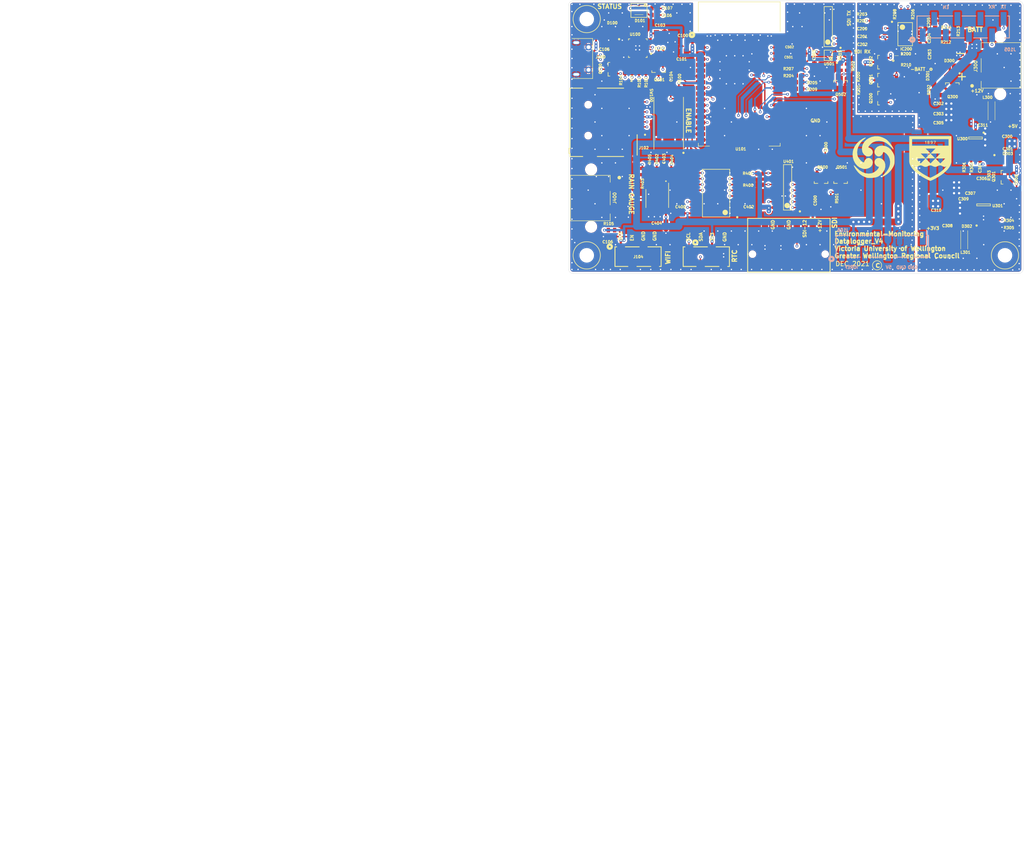
<source format=kicad_pcb>
(kicad_pcb (version 20211014) (generator pcbnew)
  (layers (0 "F.Cu" signal "Top Layer") (1 "In1.Cu" signal "Int1") (2 "In2.Cu" signal "Int2") (31 "B.Cu" signal "Bottom Layer") (34 "B.Paste" user "Bottom Paste") (35 "F.Paste" user "Top Paste") (36 "B.SilkS" user "Bottom Overlay") (37 "F.SilkS" user "Top Overlay") (38 "B.Mask" user "Bottom Solder") (39 "F.Mask" user "Top Solder") (44 "Edge.Cuts" user))
  (net 0 "")
  (net 1 "/esp32_board/EN")
  (net 2 "Net-(C105-Pad1)")
  (net 3 "/esp32_board/WIFI_EN")
  (net 4 "Net-(C200-Pad1)")
  (net 5 "Net-(C201-Pad2)")
  (net 6 "/power_system/battery_fuel_gauge/BATT_P")
  (net 7 "/power_system/battery_fuel_gauge/BATT_N")
  (net 8 "RAIN_CLK")
  (net 9 "Net-(C304-Pad1)")
  (net 10 "Net-(C304-Pad2)")
  (net 11 "Net-(C306-Pad1)")
  (net 12 "/rain_gauge_logger/Vin")
  (net 13 "/sdi-12/SDI_Pow")
  (net 14 "Net-(D100-PadK)")
  (net 15 "Net-(D101-Pad1)")
  (net 16 "VBUS")
  (net 18 "Net-(D101-Pad4)")
  (net 19 "Net-(D200-PadK)")
  (net 20 "Net-(D300-PadA)")
  (net 21 "Net-(D301-PadA)")
  (net 22 "Net-(D302-PadK)")
  (net 23 "+12V")
  (net 24 "Net-(IC200-Pad13)")
  (net 25 "Net-(IC200-Pad14)")
  (net 26 "SDI_TX")
  (net 27 "SDI_RX")
  (net 28 "/esp32_board/USB_N")
  (net 29 "SDI_FOut")
  (net 30 "SDI_EN")
  (net 31 "SDI_DIR")
  (net 32 "/esp32_board/USB_P")
  (net 35 "/esp32_board/SD_CS")
  (net 36 "/esp32_board/SD_DI")
  (net 37 "/esp32_board/SD_CLK")
  (net 38 "/esp32_board/SD_DO")
  (net 43 "/esp32_board/MOD_EN")
  (net 47 "/esp32_board/MOD_RX")
  (net 48 "/esp32_board/MOD_TX")
  (net 53 "/sdi-12/SDI12")
  (net 54 "Net-(Q100-Pad1)")
  (net 55 "/esp32_board/RTS")
  (net 56 "Net-(Q101-Pad1)")
  (net 57 "/esp32_board/DTR")
  (net 58 "/esp32_board/IO0")
  (net 59 "Net-(IC200-Pad2)")
  (net 60 "-BATT")
  (net 61 "Net-(Q201-Pad3)")
  (net 62 "Net-(Q500-Pad1)")
  (net 63 "Net-(Q502-Pad1)")
  (net 64 "/esp32_board/TX_CP")
  (net 65 "/esp32_board/RX_ESP")
  (net 66 "/esp32_board/RX_CP")
  (net 67 "/esp32_board/TX_ESP")
  (net 68 "/esp32_board/LED_GREEN")
  (net 69 "/esp32_board/LED_RED")
  (net 70 "Net-(R206-Pad2)")
  (net 71 "Net-(R208-Pad2)")
  (net 72 "I2C_SDA")
  (net 73 "I2C_SCL")
  (net 74 "GND")
  (net 75 "GNDA")
  (net 76 "Net-(R300-Pad2)")
  (net 77 "Net-(R303-Pad2)")
  (net 78 "+BATT")
  (net 79 "Net-(R304-Pad2)")
  (net 80 "+3V3")
  (net 81 "/rain_gauge_logger/RAIN_CE")
  (net 82 "/rain_gauge_logger/RAIN_RESET")
  (net 83 "/rain_gauge_logger/Vref")
  (net 84 "Net-(R503-Pad1)")
  (net 85 "+5V")
  (net 86 "+2V5")
  (net 89 "Net-(TP100-Pad1)")
  (net 90 "Net-(TP101-Pad1)")
  (net 91 "Net-(TP102-Pad1)")
  (net 92 "Net-(TP103-Pad1)")
  (net 93 "Net-(TP104-Pad1)")
  (net 94 "Net-(TP105-Pad1)")
  (net 95 "Net-(TP501-Pad1)")
  (net 114 "Net-(U400-Pad4)")
  (net 115 "Net-(U400-Pad5)")
  (net 116 "Net-(U400-Pad6)")
  (net 117 "Net-(U400-Pad7)")
  (net 118 "Net-(U400-Pad9)")
  (net 119 "Net-(U400-Pad10)")
  (net 124 "Net-(Q200-Pad3)")
  (net 125 "Net-(Q201-Pad1)")
  (footprint "MainLibrary.PcbLib:CAPC2012X90N" (layer "F.Cu") (at 173.3832 76.896072 180)
    (fp_text reference "C302")
    (fp_text value "10uF" hide)
  )
  (footprint "FPHC_DbLib.DbLib:TP150" (layer "F.Cu") (at 112.580551 88.7066 90)
    (fp_text reference "TP100")
    (fp_text value "RevPol" hide)
  )
  (footprint "MainLibrary.PcbLib:RESC1608X50N" (layer "F.Cu") (at 99.3952 69.501599 -90)
    (fp_text reference "R104")
    (fp_text value "10K" hide)
  )
  (footprint "MainLibrary.PcbLib:HOLN_M3" (layer "F.Cu") (at 182.9492 110.2336)
    (fp_text reference "MH103")
    (fp_text value "M3" hide)
  )
  (footprint "MainLibrary.PcbLib:TP150" (layer "F.Cu") (at 164.8126 67.4294 90)
    (fp_text reference "TP304")
    (fp_text value "RevPol" hide)
  )
  (footprint "FPHC_DbLib.DbLib:TP150" (layer "F.Cu") (at 136.864203 86.5476 90)
    (fp_text reference "TP105")
    (fp_text value "RevPol" hide)
  )
  (footprint "MainLibrary.PcbLib:SODFL3700X115N" (layer "F.Cu") (at 170.809248 69.027599 180)
    (fp_text reference "D300")
    (fp_text value "1N5819HW1-7-F" hide)
  )
  (footprint "MainLibrary.PcbLib:CAPC1608X80N" (layer "F.Cu") (at 112.105551 63.234576 180)
    (fp_text reference "C100")
    (fp_text value "100nF" hide)
  )
  (footprint "MainLibrary.PcbLib:RESC1608X50N" (layer "F.Cu") (at 103.179683 91.784602 -90)
    (fp_text reference "R403")
    (fp_text value "10K" hide)
  )
  (footprint "MainLibrary.PcbLib:RESC1608X50N" (layer "F.Cu") (at 144.6326 98.007808 -90)
    (fp_text reference "R501")
    (fp_text value "1M" hide)
  )
  (footprint "FPHC_DbLib.DbLib:TP150" (layer "F.Cu") (at 121.0042 88.484599 90)
    (fp_text reference "TP103")
    (fp_text value "RevPol" hide)
  )
  (footprint "MainLibrary.PcbLib:RESC1608X50N" (layer "F.Cu") (at 154.1322 57.2106 180)
    (fp_text reference "R203")
    (fp_text value "16K5" hide)
  )
  (footprint "MainLibrary.PcbLib:SOT95P240X130_123-3N" (layer "F.Cu") (at 96.3472 69.2756 180)
    (fp_text reference "Q100")
    (fp_text value "BC847" hide)
  )
  (footprint "MainLibrary.PcbLib:TP150" (layer "F.Cu") (at 148.728396 61.16618 180)
    (fp_text reference "TP501")
    (fp_text value "SDI_Tx" hide)
  )
  (footprint "MainLibrary.PcbLib:TP150" (layer "F.Cu") (at 167.2132 102.498373 180)
    (fp_text reference "TP302")
    (fp_text value "3V3" hide)
  )
  (footprint "MainLibrary.PcbLib:CAPC1608X80N" (layer "F.Cu") (at 180.6802 82.040873 180)
    (fp_text reference "C311")
    (fp_text value "100uF" hide)
  )
  (footprint "MainLibrary.PcbLib:RESC1608X50N" (layer "F.Cu") (at 146.778397 68.81761 -90)
    (fp_text reference "R503")
    (fp_text value "0" hide)
  )
  (footprint "MainLibrary.PcbLib:RESC1608X50N" (layer "F.Cu") (at 173.941205 88.529676 -90)
    (fp_text reference "R301")
    (fp_text value "10K" hide)
  )
  (footprint "MainLibrary.PcbLib:SOIC127P600X175-14N" (layer "F.Cu") (at 144.078397 59.89618 90)
    (fp_text reference "U500")
    (fp_text value "SN74LS00DR" hide)
  )
  (footprint "MainLibrary.PcbLib:RESC1608X50N" (layer "F.Cu") (at 137.7492 73.5936 180)
    (fp_text reference "R209")
    (fp_text value "100" hide)
  )
  (footprint "MainLibrary.PcbLib:RESC1608X50N" (layer "F.Cu") (at 137.7492 70.6286 180)
    (fp_text reference "R204")
    (fp_text value "10K" hide)
  )
  (footprint "MainLibrary.PcbLib:SOP65P640X120-14N" (layer "F.Cu") (at 160.9902 61.558392 -90)
    (fp_text reference "IC200")
    (fp_text value "BQ34Z110PWR" hide)
  )
  (footprint "MainLibrary.PcbLib:SOT95P240X110_123_SUPER-3N" (layer "F.Cu") (at 171.3762 72.9586 90)
    (fp_text reference "Q300")
    (fp_text value "FDN360P" hide)
  )
  (footprint "MainLibrary.PcbLib:SOT95P240X130_123-3N" (layer "F.Cu") (at 106.7612 69.2756 -90)
    (fp_text reference "Q101")
    (fp_text value "BC847" hide)
  )
  (footprint "MainLibrary.PcbLib:CAPC2012X90N" (layer "F.Cu") (at 142.492264 98.041407 90)
    (fp_text reference "C500")
    (fp_text value "22uF" hide)
  )
  (footprint "MainLibrary.PcbLib:SODFL3500X98N" (layer "F.Cu") (at 174.532195 102.527774 180)
    (fp_text reference "D302")
    (fp_text value "CRS08" hide)
  )
  (footprint "MainLibrary.PcbLib:CAPC1608X80N" (layer "F.Cu") (at 173.4832 80.990872 180)
    (fp_text reference "C305")
    (fp_text value "100nF" hide)
  )
  (footprint "MainLibrary.PcbLib:LED_19-217{slash}B7C-ZL2N1B3X{slash}3T_SM" (layer "F.Cu") (at 167.5942 70.673601 90)
    (fp_text reference "D301")
    (fp_text value "RED_LED" hide)
  )
  (footprint "MainLibrary.PcbLib:TP150" (layer "F.Cu") (at 184.5626 80.1794 90)
    (fp_text reference "TP300")
    (fp_text value "5V" hide)
  )
  (footprint "MainLibrary.PcbLib:SOIC127P600X175-8N" (layer "F.Cu") (at 106.465681 97.7236 180)
    (fp_text reference "U402")
    (fp_text value "LM393-N" hide)
  )
  (footprint "MainLibrary.PcbLib:CAPC2012X90N" (layer "F.Cu") (at 170.6432 98.238775)
    (fp_text reference "C309")
    (fp_text value "22uF" hide)
  )
  (footprint "MainLibrary.PcbLib:SOIC127P600X175-16N" (layer "F.Cu") (at 135.137204 95.267801 90)
    (fp_text reference "U401")
    (fp_text value "74HC590D,118" hide)
  )
  (footprint "MainLibrary.PcbLib:RESC1608X50N" (layer "F.Cu") (at 161.6052 57.053933 90)
    (fp_text reference "R206")
    (fp_text value "100" hide)
  )
  (footprint "MainLibrary.PcbLib:CON_NPTC041KFXC-RC_SM" (layer "F.Cu") (at 117.2514 110.524601)
    (fp_text reference "J103")
    (fp_text value "I2C" hide)
  )
  (footprint "MainLibrary.PcbLib:HOLN_M3" (layer "F.Cu") (at 90.9492 58.2336)
    (fp_text reference "MH100")
    (fp_text value "M1" hide)
  )
  (footprint "MainLibrary.PcbLib:RESC1608X50N" (layer "F.Cu") (at 148.228397 68.81761 -90)
    (fp_text reference "R502")
    (fp_text value "1M" hide)
  )
  (footprint "MainLibrary.PcbLib:TP150" (layer "F.Cu") (at 174.3126 74.1794 90)
    (fp_text reference "TP301")
    (fp_text value "RevPol" hide)
  )
  (footprint "MainLibrary.PcbLib:RESC1608X50N" (layer "F.Cu") (at 137.7492 69.128597 180)
    (fp_text reference "R207")
    (fp_text value "100" hide)
  )
  (footprint "MainLibrary.PcbLib:CAPC1608X80N" (layer "F.Cu") (at 107.981375 91.588809 -90)
    (fp_text reference "C403")
    (fp_text value "100nF" hide)
  )
  (footprint "MainLibrary.PcbLib:CAPC1608X80N" (layer "F.Cu") (at 129.064607 99.681523)
    (fp_text reference "C402")
    (fp_text value "100nF" hide)
  )
  (footprint "Connector_SMD:WURTH_691709710302" (layer "F.Cu") (at 181.9126 68.4294 90)
    (fp_text reference "J300")
    (fp_text value "BATT" hide)
  )
  (footprint "MainLibrary.PcbLib:RESC1608X50N" (layer "F.Cu") (at 105.9992 55.8136)
    (fp_text reference "R107")
    (fp_text value "100" hide)
  )
  (footprint "MainLibrary.PcbLib:CON_NPTC041KFXC-RC_SM" (layer "F.Cu") (at 102.24 110.5242)
    (fp_text reference "J104")
    (fp_text value "WIFI_EN" hide)
  )
  (footprint "MainLibrary.PcbLib:QFN50P400X400X90-25N" (layer "F.Cu") (at 102.1892 64.6266 180)
    (fp_text reference "U100")
    (fp_text value "CP2104" hide)
  )
  (footprint "MainLibrary.PcbLib:RESC1608X50N" (layer "F.Cu") (at 185.5012 96.215221 90)
    (fp_text reference "R306")
    (fp_text value "10K" hide)
  )
  (footprint "MainLibrary.PcbLib:SOT95P279X142-12345-5N" (layer "F.Cu") (at 178.2392 99.126886 90)
    (fp_text reference "U301")
    (fp_text value "LM2831XMF" hide)
  )
  (footprint "MainLibrary.PcbLib:RESC1608X50N" (layer "F.Cu") (at 143.466862 88.99887 -90)
    (fp_text reference "R500")
    (fp_text value "1M" hide)
  )
  (footprint "MainLibrary.PcbLib:IND_SRN5040-4R7M_SM" (layer "F.Cu") (at 173.987202 106.818375 180)
    (fp_text reference "L301")
    (fp_text value "4.7uH" hide)
  )
  (footprint "MainLibrary.PcbLib:RESC1608X50N" (layer "F.Cu") (at 129.074572 92.212755)
    (fp_text reference "R401")
    (fp_text value "10K" hide)
  )
  (footprint "MainLibrary.PcbLib:SOP50P320X90-8N" (layer "F.Cu") (at 144.078397 66.218603 90)
    (fp_text reference "U501")
    (fp_text value "SN74LVC2G241DCUR" hide)
  )
  (footprint "MainLibrary.PcbLib:STAR_TH_2P" (layer "F.Cu") (at 162.140203 85.529675)
    (fp_text reference "SP200")
    (fp_text value "SP200" hide)
  )
  (footprint "MainLibrary.PcbLib:SOT95P240X130_123-3N" (layer "F.Cu") (at 155.659289 75.639598 180)
    (fp_text reference "Q200")
    (fp_text value "2N7002" hide)
  )
  (footprint "MainLibrary.PcbLib:RESC1608X50N" (layer "F.Cu") (at 160.0812 57.053933 90)
    (fp_text reference "R208")
    (fp_text value "100" hide)
  )
  (footprint "MainLibrary.PcbLib:SOT95P240X110_123_SUPER-3N" (layer "F.Cu") (at 182.804868 93.051882 180)
    (fp_text reference "Q301")
    (fp_text value "FDN360P" hide)
  )
  (footprint "MainLibrary.PcbLib:CAPC1608X80N" (layer "F.Cu") (at 108.370681 103.593601 90)
    (fp_text reference "C404")
    (fp_text value "100nF" hide)
  )
  (footprint "MainLibrary.PcbLib:CAPC2012X90N" (layer "F.Cu") (at 97.6012 64.859599 180)
    (fp_text reference "C105")
    (fp_text value "10uF" hide)
  )
  (footprint "MainLibrary.PcbLib:SOT95P240X110_231_SUPER-3N" (layer "F.Cu") (at 146.7916 93.685175 -90)
    (fp_text reference "Q501")
    (fp_text value "FDN361BN" hide)
  )
  (footprint "MainLibrary.PcbLib:SOT95P240X130_123-3N" (layer "F.Cu") (at 155.6562 71.668597 180)
    (fp_text reference "Q201")
    (fp_text value "BSS84" hide)
  )
  (footprint "MainLibrary.PcbLib:CAPC2012X90N" (layer "F.Cu") (at 170.6432 100.437173)
    (fp_text reference "C310")
    (fp_text value "22uF" hide)
  )
  (footprint "MainLibrary.PcbLib:SOT95P240X110_123_SUPER-3N" (layer "F.Cu") (at 142.492264 93.693174 -90)
    (fp_text reference "Q500")
    (fp_text value "FDN360P" hide)
  )
  (footprint "MainLibrary.PcbLib:CAPC2012X90N" (layer "F.Cu") (at 109.418197 73.643597 90)
    (fp_text reference "C104")
    (fp_text value "10uF" hide)
  )
  (footprint "MainLibrary.PcbLib:CAPC2012X90N" (layer "F.Cu") (at 180.7802 86.254674 180)
    (fp_text reference "C301")
    (fp_text value "22uF" hide)
  )
  (footprint "MainLibrary.PcbLib:SOT95P305X110-6N" (layer "F.Cu") (at 176.466202 84.404673 -90)
    (fp_text reference "U300")
    (fp_text value "TPS562201DDCR" hide)
  )
  (footprint "MainLibrary.PcbLib:SODFL3700X115N" (layer "F.Cu") (at 182.804868 89.324874)
    (fp_text reference "D303")
    (fp_text value "1N5819HW1-7-F" hide)
  )
  (footprint "MainLibrary.PcbLib:RESC1608X50N" (layer "F.Cu") (at 103.9392 69.501599 -90)
    (fp_text reference "R103")
    (fp_text value "10K" hide)
  )
  (footprint "MainLibrary.PcbLib:RESC1608X50N" (layer "F.Cu") (at 109.6822 91.783599 -90)
    (fp_text reference "R404")
    (fp_text value "10K" hide)
  )
  (footprint "MainLibrary.PcbLib:RESC1608X50N" (layer "F.Cu") (at 175.516203 88.529676 90)
    (fp_text reference "R300")
    (fp_text value "56K" hide)
  )
  (footprint "MainLibrary.PcbLib:RESC1608X50N" (layer "F.Cu") (at 102.4432 69.501599 -90)
    (fp_text reference "R101")
    (fp_text value "470" hide)
  )
  (footprint "MainLibrary.PcbLib:RESC1608X50N" (layer "F.Cu") (at 111.225202 73.968598 90)
    (fp_text reference "R100")
    (fp_text value "10K" hide)
  )
  (footprint "MainLibrary.PcbLib:CAPC1608X80N" (layer "F.Cu") (at 96.398 106.1056 180)
    (fp_text reference "C106")
    (fp_text value "100nF" hide)
  )
  (footprint "MainLibrary.PcbLib:CAPC2012X90N" (layer "F.Cu") (at 137.849065 65.806778 180)
    (fp_text reference "C501")
    (fp_text value "10uF" hide)
  )
  (footprint "MainLibrary.PcbLib:RESC1608X50N" (layer "F.Cu") (at 129.074572 94.71053 180)
    (fp_text reference "R400")
    (fp_text value "10K" hide)
  )
  (footprint "MainLibrary.PcbLib:IND_SRN5040-4R7M_SM" (layer "F.Cu") (at 179.990198 78.4196)
    (fp_text reference "L300")
    (fp_text value "4.7uH" hide)
  )
  (footprint "MainLibrary.PcbLib:CON_MEM2075-00-140-01-A" (layer "F.Cu") (at 96.9822 80.9596 -90)
    (fp_text reference "J102")
    (fp_text value "SDCARD" hide)
  )
  (footprint "MainLibrary.PcbLib:TP150" (layer "F.Cu") (at 141.318591 82.5852 90)
    (fp_text reference "TP106")
    (fp_text value "RevPol" hide)
  )
  (footprint "MainLibrary.PcbLib:SOT95P240X130_123-3N" (layer "F.Cu") (at 155.6562 67.708598 180)
    (fp_text reference "Q202")
    (fp_text value "2N7002" hide)
  )
  (footprint "MainLibrary.PcbLib:RESC1608X50N" (layer "F.Cu") (at 105.9992 57.3376 180)
    (fp_text reference "R106")
    (fp_text value "100" hide)
  )
  (footprint "MainLibrary.PcbLib:SODFL3700X115N" (layer "F.Cu") (at 95.8972 61.508597 180)
    (fp_text reference "D100")
    (fp_text value "1N5819HW1-7-F" hide)
  )
  (footprint "MainLibrary.PcbLib:CAPC1608X80N" (layer "F.Cu") (at 154.132203 60.258392 180)
    (fp_text reference "C200")
    (fp_text value "3.3nF" hide)
  )
  (footprint "MainLibrary.PcbLib:RESC2012X50N" (layer "F.Cu") (at 172.683202 63.577598 90)
    (fp_text reference "R213")
    (fp_text value "0.1" hide)
  )
  (footprint "MainLibrary.PcbLib:RESC1608X50N" (layer "F.Cu") (at 152.1002 74.0886 -90)
    (fp_text reference "R201")
    (fp_text value "165K" hide)
  )
  (footprint "MainLibrary.PcbLib:RESC1608X50N" (layer "F.Cu") (at 104.7892 91.783599 90)
    (fp_text reference "R405")
    (fp_text value "4K7" hide)
  )
  (footprint "MainLibrary.PcbLib:CAPC1608X80N" (layer "F.Cu") (at 154.132203 64.048597)
    (fp_text reference "C202")
    (fp_text value "1uF" hide)
  )
  (footprint "MainLibrary.PcbLib:RESC1608X50N" (layer "F.Cu") (at 180.6802 102.391409 180)
    (fp_text reference "R304")
    (fp_text value "5K3" hide)
  )
  (footprint "MainLibrary.PcbLib:SW_B3S-1000P_SM" (layer "F.Cu") (at 108.9752 81.174598 90)
    (fp_text reference "SW100")
    (fp_text value "Push_Button" hide)
  )
  (footprint "Graphics:gwrclogo" (layer "F.Cu") (at 154.0626 88.9294)
    (fp_text reference "G***" hide)
    (fp_text value "LOGO" hide)
  )
  (footprint "MainLibrary.PcbLib:CAPC1608X80N" (layer "F.Cu") (at 141.030397 68.817608 -90)
    (fp_text reference "C503")
    (fp_text value "100uF" hide)
  )
  (footprint "MainLibrary.PcbLib:SOIC127P1030X265-16N" (layer "F.Cu") (at 119.406499 96.53933 90)
    (fp_text reference "U400")
    (fp_text value "PCF8574ADWR" hide)
  )
  (footprint "MainLibrary.PcbLib:CAPC1608X80N" (layer "F.Cu") (at 167.5942 66.2746 90)
    (fp_text reference "C203")
    (fp_text value "100nF" hide)
  )
  (footprint "MainLibrary.PcbLib:RESC1608X50N" (layer "F.Cu") (at 169.695202 61.133183 180)
    (fp_text reference "R214")
    (fp_text value "100" hide)
  )
  (footprint "MainLibrary.PcbLib:CAPC1608X80N" (layer "F.Cu") (at 167.5942 59.38339 -90)
    (fp_text reference "C205")
    (fp_text value "100nF" hide)
  )
  (footprint "MainLibrary.PcbLib:CON_691508110304_SM" (layer "F.Cu") (at 131.910098 107.496766)
    (fp_text reference "J500")
    (fp_text value "SDI-12" hide)
  )
  (footprint "MainLibrary.PcbLib:RESC1608X50N" (layer "F.Cu") (at 159.0852 68.814366 90)
    (fp_text reference "R210")
    (fp_text value "10K" hide)
  )
  (footprint "FPHC_DbLib.DbLib:RESC1608X50N" (layer "F.Cu") (at 106.360198 91.783599 -90)
    (fp_text reference "R402")
    (fp_text value "10K" hide)
  )
  (footprint "MainLibrary.PcbLib:RESC1608X50N" (layer "F.Cu") (at 100.9192 69.501599 -90)
    (fp_text reference "R102")
    (fp_text value "470" hide)
  )
  (footprint "MainLibrary.PcbLib:CAPC1608X80N" (layer "F.Cu") (at 177.424 88.4018 90)
    (fp_text reference "C304")
    (fp_text value "100nF" hide)
  )
  (footprint "MainLibrary.PcbLib:CAPC1608X80N" (layer "F.Cu") (at 167.5942 62.777599 -90)
    (fp_text reference "C204")
    (fp_text value "100nF" hide)
  )
  (footprint "FPHC_DbLib.DbLib:TP150" (layer "F.Cu") (at 136.864203 82.529673 90)
    (fp_text reference "TP104")
    (fp_text value "RevPol" hide)
  )
  (footprint "MainLibrary.PcbLib:CAPC2012X90N" (layer "F.Cu") (at 180.7802 84.062873 180)
    (fp_text reference "C300")
    (fp_text value "22uF" hide)
  )
  (footprint "MainLibrary.PcbLib:RESC1608X50N" (layer "F.Cu") (at 179.1802 95.165218 -90)
    (fp_text reference "R303")
    (fp_text value "100K" hide)
  )
  (footprint "MainLibrary.PcbLib:CAPC1608X80N" (layer "F.Cu") (at 107.049203 63.374736)
    (fp_text reference "C102")
    (fp_text value "100nF" hide)
  )
  (footprint "MainLibrary.PcbLib:RESC2012X50N" (layer "F.Cu") (at 167.5942 73.958601 -90)
    (fp_text reference "R302")
    (fp_text value "3K3" hide)
  )
  (footprint "MainLibrary.PcbLib:IC_ESP32-WROVER" (layer "F.Cu") (at 124.504197 73.388599)
    (fp_text reference "U101")
    (fp_text value "ESP32-WROVER-B" hide)
  )
  (footprint "MainLibrary.PcbLib:CAPC2012X90N" (layer "F.Cu") (at 173.3832 79.040871 180)
    (fp_text reference "C303")
    (fp_text value "10uF" hide)
  )
  (footprint "MainLibrary.PcbLib:RESC1608X50N" (layer "F.Cu") (at 154.1322 58.6076)
    (fp_text reference "R202")
    (fp_text value "300K" hide)
  )
  (footprint "Connector_SMD:WURTH_691709710302" (layer "F.Cu") (at 91.9126 97.6294 -90)
    (fp_text reference "J400")
    (fp_text value "Grain_gauge" hide)
  )
  (footprint "FPHC_DbLib.DbLib:TP150" (layer "F.Cu") (at 116.755572 88.484599 90)
    (fp_text reference "TP101")
    (fp_text value "RevPol" hide)
  )
  (footprint "MainLibrary.PcbLib:HOLN_M3" (layer "F.Cu") (at 90.9492 110.2336)
    (fp_text reference "MH101")
    (fp_text value "M2" hide)
  )
  (footprint "MainLibrary.PcbLib:CAPC1608X80N" (layer "F.Cu") (at 138.053398 63.70618 180)
    (fp_text reference "C502")
    (fp_text value "100nF" hide)
  )
  (footprint "MainLibrary.PcbLib:CAPC1608X80N" (layer "F.Cu") (at 170.6422 102.524599)
    (fp_text reference "C308")
    (fp_text value "100nF" hide)
  )
  (footprint "Graphics:vuwlogo" (layer "F.Cu") (at 166.5626 88.9294)
    (fp_text reference "G***" hide)
    (fp_text value "LOGO" hide)
  )
  (footprint "FPHC_DbLib.DbLib:TP150" (layer "F.Cu") (at 136.864203 78.380443 90)
    (fp_text reference "TP102")
    (fp_text value "RevPol" hide)
  )
  (footprint "MainLibrary.PcbLib:SOD523" (layer "F.Cu") (at 159.0852 66.274366 90)
    (fp_text reference "D200")
    (fp_text value "BZT52C5V6T-7" hide)
  )
  (footprint "MainLibrary.PcbLib:CAPC2012X90N" (layer "F.Cu") (at 175.1122 93.551884 180)
    (fp_text reference "C306")
    (fp_text value "22uF" hide)
  )
  (footprint "MainLibrary.PcbLib:RESC1608X50N" (layer "F.Cu") (at 137.7492 72.118599 180)
    (fp_text reference "R205")
    (fp_text value "10K" hide)
  )
  (footprint "MainLibrary.PcbLib:CON_1050170001" (layer "F.Cu") (at 89.9972 66.9096 -90)
    (fp_text reference "J100")
    (fp_text value "USB_B_Micro" hide)
  )
  (footprint "MainLibrary.PcbLib:RESC1608X50N" (layer "F.Cu") (at 152.1002 71.363602 -90)
    (fp_text reference "R200")
    (fp_text value "100K" hide)
  )
  (footprint "MainLibrary.PcbLib:RESC1608X50N" (layer "F.Cu") (at 169.695202 64.583181 180)
    (fp_text reference "R212")
    (fp_text value "100" hide)
  )
  (footprint "MainLibrary.PcbLib:CAPC2012X90N" (layer "F.Cu") (at 111.951403 65.465663 180)
    (fp_text reference "C101")
    (fp_text value "10uF" hide)
  )
  (footprint "MainLibrary.PcbLib:CAPC1608X80N" (layer "F.Cu") (at 175.216204 95.52522 180)
    (fp_text reference "C307")
    (fp_text value "100nF" hide)
  )
  (footprint "MainLibrary.PcbLib:CAPC1608X80N" (layer "F.Cu") (at 154.132203 62.20839)
    (fp_text reference "C201")
    (fp_text value "100nF" hide)
  )
  (footprint "MainLibrary.PcbLib:RESC1608X50N" (layer "F.Cu") (at 96.398 104.6832)
    (fp_text reference "R105")
    (fp_text value "10K" hide)
  )
  (footprint "MainLibrary.PcbLib:LED_APTF1616SEEZGQBDC_SM" (layer "F.Cu") (at 102.4432 56.3216 180)
    (fp_text reference "D101")
    (fp_text value "RGBLED" hide)
  )
  (footprint "MainLibrary.PcbLib:CAPC1608X80N" (layer "F.Cu") (at 111.309809 100.98433 180)
    (fp_text reference "C400")
    (fp_text value "100nF" hide)
  )
  (footprint "MainLibrary.PcbLib:SOT95P240X110_231_SUPER-3N" (layer "F.Cu") (at 146.783398 72.449609 90)
    (fp_text reference "Q502")
    (fp_text value "FDN361BN" hide)
  )
  (footprint "MainLibrary.PcbLib:RESC1608X50N" (layer "F.Cu") (at 180.6802 104.062409)
    (fp_text reference "R305")
    (fp_text value "10K" hide)
  )
  (footprint "MainLibrary.PcbLib:CAPC2012X90N" (layer "F.Cu") (at 107.176203 61.381597)
    (fp_text reference "C103")
    (fp_text value "10uF" hide)
  )
  (footprint "MainLibrary.PcbLib:TP150" (layer "F.Cu") (at 148.478566 65.374368 180)
    (fp_text reference "TP502")
    (fp_text value "SDI_Rx" hide)
  )
  (footprint "MainLibrary.PcbLib:CON_0878980826_SM" (layer "B.Cu") (at 150.891343 108.225949)
    (fp_text reference "J106")
    (fp_text value "MODEM_B" hide)
  )
  (footprint "MainLibrary.PcbLib:CON_0878980826_SM" (layer "B.Cu") (at 168.671343 59.965949)
    (fp_text reference "J105")
    (fp_text value "MODEM_A" hide)
  )
  (gr_circle (center 90.9492 58.2336) (end 90.9492 55.2336) (layer "F.SilkS") (width 0.15) (fill none))
  (gr_circle (center 154.8126 112.4294) (end 154.8126 111.424871) (layer "F.SilkS") (width 0.15) (fill none))
  (gr_line (start 104.2212 57.8456) (end 104.2212 54.7976) (layer "F.SilkS") (width 0.15))
  (gr_rect (start 168.0626 69.4294) (end 168.0626 69.4294) (layer "F.SilkS") (width 0.12) (fill none))
  (gr_circle (center 90.9492 110.2336) (end 90.9492 107.2336) (layer "F.SilkS") (width 0.15) (fill none))
  (gr_circle (center 182.9492 110.2336) (end 182.9492 107.2336) (layer "F.SilkS") (width 0.15) (fill none))
  (gr_line (start 100.6652 57.8456) (end 104.2212 57.8456) (layer "F.SilkS") (width 0.15))
  (gr_line (start 100.6652 57.8456) (end 100.6652 54.7976) (layer "F.SilkS") (width 0.15))
  (gr_line (start 100.6652 54.7976) (end 104.2212 54.7976) (layer "F.SilkS") (width 0.15))
  (gr_line (start 186.949196 113.233599) (end 186.9492 113.233599) (layer "Edge.Cuts") (width 0.05))
  (gr_arc (start 86.9492 55.233601) (mid 87.242093 54.526494) (end 87.9492 54.233601) (layer "Edge.Cuts") (width 0.05))
  (gr_line (start -38.0874 239.8294) (end -38.0874 239.8294) (layer "Edge.Cuts") (width 0.05))
  (gr_line (start 185.9492 54.233601) (end 87.9492 54.233601) (layer "Edge.Cuts") (width 0.05))
  (gr_line (start -38.0874 239.8294) (end -38.0874 239.8294) (layer "Edge.Cuts") (width 0.05))
  (gr_line (start -38.0874 239.8294) (end -38.0874 239.8294) (layer "Edge.Cuts") (width 0.05))
  (gr_arc (start 87.949195 114.233599) (mid 87.242088 113.940706) (end 86.949195 113.233599) (layer "Edge.Cuts") (width 0.05))
  (gr_line (start -38.0874 239.8294) (end -38.0874 239.8294) (layer "Edge.Cuts") (width 0.05))
  (gr_arc (start 186.949195 113.233599) (mid 186.656302 113.940706) (end 185.949195 114.233599) (layer "Edge.Cuts") (width 0.05))
  (gr_line (start 86.9492 55.233601) (end 86.949197 55.233601) (layer "Edge.Cuts") (width 0.05))
  (gr_line (start 186.9492 113.233599) (end 186.9492 55.233601) (layer "Edge.Cuts") (width 0.05))
  (gr_line (start 86.949197 55.233601) (end 86.949195 113.233599) (layer "Edge.Cuts") (width 0.05))
  (gr_line (start 86.949195 113.233599) (end 86.949195 113.233599) (layer "Edge.Cuts") (width 0.05))
  (gr_arc (start 185.9492 54.233601) (mid 186.656307 54.526494) (end 186.9492 55.233601) (layer "Edge.Cuts") (width 0.05))
  (gr_line (start 87.949195 114.2336) (end 185.949195 114.233599) (layer "Edge.Cuts") (width 0.05))
  (gr_text "GND\n" (at 161.3126 113.303655) (layer "B.SilkS") (effects (font (size 0.7 0.7) (thickness 0.175)) (justify left bottom mirror)))
  (gr_text "EN" (at 170.7438 56.0422) (layer "B.SilkS") (effects (font (size 0.7 0.7) (thickness 0.254)) (justify left bottom mirror)))
  (gr_text "TX" (at 183.3422 55.966) (layer "B.SilkS") (effects (font (size 0.7 0.7) (thickness 0.254)) (justify left bottom mirror)))
  (gr_text "J105" (at 184.0626 64.9294) (layer "B.SilkS") (effects (font (size 0.7 0.7) (thickness 0.175)) (justify mirror)))
  (gr_text "J106" (at 147.3126 104.6794) (layer "B.SilkS") (effects (font (size 0.7 0.7) (thickness 0.175)) (justify mirror)))
  (gr_text "RX" (at 180.8784 55.966) (layer "B.SilkS") (effects (font (size 0.7 0.7) (thickness 0.254)) (justify left bottom mirror)))
  (gr_text "GND" (at 163.8126 113.278255) (layer "B.SilkS") (effects (font (size 0.7 0.7) (thickness 0.175)) (justify left bottom mirror)))
  (gr_text "5V" (at 158.12 113.252855) (layer "B.SilkS") (effects (font (size 0.7 0.7) (thickness 0.254)) (justify left bottom mirror)))
  (gr_text "IOREF" (at 150.754 113.252855) (layer "B.SilkS") (effects (font (size 0.7 0.7) (thickness 0.175)) (justify left bottom mirror)))
  (gr_text "+5V" (at 183.4692 82.214055) (layer "F.SilkS") (effects (font (size 0.7 0.7) (thickness 0.254)) (justify left bottom)))
  (gr_text "-BATT" (at 162.0626 69.6794) (layer "F.SilkS") (effects (font (size 0.7 0.7) (thickness 0.175)) (justify left bottom)))
  (gr_text "GND" (at 140.074425 81.00375) (layer "F.SilkS") (effects (font (size 0.7 0.7) (thickness 0.254)) (justify left bottom)))
  (gr_text "GND" (at 106.3126 107.1794 90) (layer "F.SilkS") (effects (font (size 0.7 0.7) (thickness 0.175)) (justify left bottom)))
  (gr_text "SDA" (at 116.0626 106.1794 90) (layer "F.SilkS") (effects (font (size 0.7 0.7) (thickness 0.175))))
  (gr_text "SDI" (at 146.0626 104.4294 90) (layer "F.SilkS") (effects (font (size 1 1) (thickness 0.254)) (justify left bottom)))
  (gr_text "3V3" (at 98.8126 107.1794 90) (layer "F.SilkS") (effects (font (size 0.7 0.7) (thickness 0.175)) (justify left bottom)))
  (gr_text "EN" (at 101.3126 107.1794 90) (layer "F.SilkS") (effects (font (size 0.7 0.7) (thickness 0.254)) (justify left bottom)))
  (gr_text "+12V" (at 175.3126 74.4294) (layer "F.SilkS") (effects (font (size 0.7 0.7) (thickness 0.175)) (justify left bottom)))
  (gr_text "BATT" (at 174.5372 61.133391) (layer "F.SilkS") (effects (font (size 1 1) (thickness 0.254)) (justify left bottom)))
  (gr_text "WIFI" (at 109.4028 112.354 90) (layer "F.SilkS") (effects (font (size 1 1) (thickness 0.254)) (justify left bottom)))
  (gr_text "GND" (at 103.8126 107.1794 90) (layer "F.SilkS") (effects (font (size 0.7 0.7) (thickness 0.175)) (justify left bottom)))
  (gr_text "SDI RX" (at 149.635188 65.831055) (layer "F.SilkS") (effects (font (size 0.7 0.7) (thickness 0.254)) (justify left bottom)))
  (gr_text "GND" (at 132.3126 104.6794 90) (layer "F.SilkS") (effects (font (size 0.7 0.7) (thickness 0.175)) (justify left bottom)))
  (gr_text "GND" (at 135.811114 104.6794 90) (layer "F.SilkS") (effects (font (size 0.7 0.7) (thickness 0.175)) (justify left bottom)))
  (gr_text "DEC 2021" (at 145.5626 112.6794) (layer "F.SilkS") (effects (font (size 1 1) (thickness 0.175)) (justify left bottom)))
  (gr_text "STATUS" (at 93.1622 56.04538) (layer "F.SilkS") (effects (font (size 1 1) (thickness 0.254)) (justify left bottom)))
  (gr_text "+12V" (at 142.635855 105.3182 90) (layer "F.SilkS") (effects (font (size 0.7 0.7) (thickness 0.175)) (justify left bottom)))
  (gr_text "ENABLE" (at 112.7412 77.648603 270) (layer "F.SilkS") (effects (font (size 1 1) (thickness 0.254)) (justify left bottom)))
  (gr_text "-" (at 171.7126 66.8294) (layer "F.SilkS") (effects (font (size 2 2) (thickness 0.254)) (justify left bottom)))
  (gr_text "c" (at 154.283208 113.038947) (layer "F.SilkS") (effects (font (size 1.25 1.25) (thickness 0.254)) (justify left bottom)))
  (gr_text "+" (at 172.076198 71.9294) (layer "F.SilkS") (effects (font (size 2 2) (thickness 0.254)) (justify left bottom)))
  (gr_text "RTC" (at 124.0626 111.9294 90) (layer "F.SilkS") (effects (font (size 1 1) (thickness 0.254)) (justify left bottom)))
  (gr_text "SCL" (at 113.3126 106.1794 90) (layer "F.SilkS") (effects (font (size 0.7 0.7) (thickness 0.175))))
  (gr_text "GND" (at 121.3126 106.1794 90) (layer "F.SilkS") (effects (font (size 0.7 0.7) (thickness 0.175))))
  (gr_text "3V3" (at 118.5626 106.1794 90) (layer "F.SilkS") (effects (font (size 0.7 0.7) (thickness 0.175))))
  (gr_text "SDI-12" (at 139.308455 106.4294 90) (layer "F.SilkS") (effects (font (size 0.7 0.7) (thickness 0.175)) (justify left bottom)))
  (gr_text "+3V3" (at 165.5626 104.6794) (layer "F.SilkS") (effects (font (size 0.7 0.7) (thickness 0.254)) (justify left bottom)))
  (gr_text "SDI TX" (at 149.0626 59.880635 90) (layer "F.SilkS") (effects (font (size 0.7 0.7) (thickness 0.254)) (justify left bottom)))
  (gr_text "RAIN GAUGE" (at 100.179422 92.135603 270) (layer "F.SilkS") (effects (font (size 1 1) (thickness 0.254)) (justify left bottom)))
  (gr_text "Environmental-Monitoring\nDatalogger_V4\nVictoria University of Wellington\nGreater Wellington Regional Council" (at 145.3126 110.9294) (layer "F.SilkS") (effects (font (size 1 1) (thickness 0.25)) (justify left bottom)))
  (segment (start 94.1882 69.2756) (end 95.3472 69.2756) (width 0.3) (layer "F.Cu") (net 1))
  (segment (start 109.4282 75.7526) (end 111.22317 75.7526) (width 0.3) (layer "F.Cu") (net 1))
  (segment (start 109.4282 75.7526) (end 109.4282 74.553601) (width 0.3) (layer "F.Cu") (net 1))
  (segment (start 109.418197 74.543598) (end 109.4282 74.553601) (width 0.3) (layer "F.Cu") (net 1))
  (segment (start 111.225202 75.750568) (end 111.225202 74.658599) (width 0.3) (layer "F.Cu") (net 1))
  (segment (start 116.0042 64.498599) (end 116.021019 64.481779) (width 0.3) (layer "F.Cu") (net 1))
  (segment (start 111.22317 75.7526) (end 111.225202 75.750568) (width 0.3) (layer "F.Cu") (net 1))
  (segment (start 111.225202 77.199597) (end 111.225202 75.750568) (width 0.3) (layer "F.Cu") (net 1))
  (segment (start 116.021019 64.481779) (end 117.461158 64.481779) (width 0.3) (layer "F.Cu") (net 1))
  (via (at 109.4282 75.7526) (size 0.6) (drill 0.3) (layers "F.Cu" "B.Cu") (net 1))
  (via (at 117.461158 64.481779) (size 0.6) (drill 0.3) (layers "F.Cu" "B.Cu") (net 1))
  (via (at 94.1882 69.2756) (size 0.6) (drill 0.3) (layers "F.Cu" "B.Cu") (net 1))
  (segment (start 98.518204 64.876602) (end 100.1892 64.876602) (width 0.3) (layer "F.Cu") (net 2))
  (segment (start 98.5012 64.859599) (end 98.518204 64.876602) (width 0.3) (layer "F.Cu") (net 2))
  (segment (start 98.219998 106.1056) (end 98.219998 105.006598) (width 0.3) (layer "F.Cu") (net 3))
  (segment (start 98.219998 106.1056) (end 100.143799 106.1056) (width 0.3) (layer "F.Cu") (net 3))
  (segment (start 97.264003 106.1056) (end 98.164001 106.1056) (width 0.3) (layer "F.Cu") (net 3))
  (segment (start 100.97 112.174198) (end 100.97 106.931801) (width 0.3) (layer "F.Cu") (net 3))
  (segment (start 100.143799 106.1056) (end 100.97 106.931801) (width 0.3) (layer "F.Cu") (net 3))
  (segment (start 116.0042 77.198599) (end 117.461158 77.198599) (width 0.3) (layer "F.Cu") (net 3))
  (segment (start 97.088001 104.6832) (end 97.8966 104.6832) (width 0.3) (layer "F.Cu") (net 3))
  (segment (start 97.8966 104.6832) (end 98.219998 105.006598) (width 0.3) (layer "F.Cu") (net 3))
  (via (at 98.219998 106.1056) (size 0.6) (drill 0.3) (layers "F.Cu" "B.Cu") (net 3))
  (via (at 117.461158 77.198599) (size 0.6) (drill 0.3) (layers "F.Cu" "B.Cu") (net 3))
  (segment (start 155.913289 60.258392) (end 155.913289 58.6076) (width 0.3) (layer "F.Cu") (net 4))
  (segment (start 155.913289 61.239477) (end 155.913289 60.258392) (width 0.3) (layer "F.Cu") (net 4))
  (segment (start 154.8222 57.2106) (end 155.586599 57.2106) (width 0.3) (layer "F.Cu") (net 4))
  (segment (start 154.8222 58.6076) (end 155.913289 58.6076) (width 0.3) (layer "F.Cu") (net 4))
  (segment (start 155.586599 57.2106) (end 155.913289 57.53729) (width 0.3) (layer "F.Cu") (net 4))
  (segment (start 155.913289 58.6076) (end 155.913289 57.53729) (width 0.3) (layer "F.Cu") (net 4))
  (segment (start 154.932203 60.258392) (end 155.913289 60.258392) (width 0.3) (layer "F.Cu") (net 4))
  (segment (start 155.913289 61.239477) (end 156.232203 61.558392) (width 0.3) (layer "F.Cu") (net 4))
  (segment (start 156.232203 61.558392) (end 158.0902 61.558392) (width 0.3) (layer "F.Cu") (net 4))
  (segment (start 156.575898 62.697991) (end 156.575898 62.20839) (width 0.3) (layer "F.Cu") (net 5))
  (segment (start 156.575898 62.20839) (end 156.595294 62.20839) (width 0.6) (layer "F.Cu") (net 5))
  (segment (start 154.9322 62.20839) (end 155.978958 62.20839) (width 0.3) (layer "F.Cu") (net 5))
  (segment (start 155.978958 62.20839) (end 156.575898 62.20839) (width 0.6) (layer "F.Cu") (net 5))
  (segment (start 156.595294 62.20839) (end 158.0902 62.20839) (width 0.3) (layer "F.Cu") (net 5))
  (segment (start 156.575898 62.697991) (end 156.736299 62.858392) (width 0.3) (layer "F.Cu") (net 5))
  (segment (start 157.8152 66.7496) (end 157.8152 66.022561) (width 0.6) (layer "F.Cu") (net 5))
  (segment (start 156.736299 62.858392) (end 158.0902 62.858392) (width 0.3) (layer "F.Cu") (net 5))
  (segment (start 156.7312 66.7496) (end 157.8152 66.7496) (width 0.4) (layer "F.Cu") (net 5))
  (via (at 157.8152 66.7496) (size 0.6) (drill 0.3) (layers "F.Cu" "B.Cu") (net 5))
  (via (at 157.8152 66.022561) (size 0.6) (drill 0.3) (layers "F.Cu" "B.Cu") (net 5))
  (via (at 155.978958 62.20839) (size 0.6) (drill 0.3) (layers "F.Cu" "B.Cu") (net 5))
  (via (at 156.595294 62.20839) (size 0.6) (drill 0.3) (layers "F.Cu" "B.Cu") (net 5))
  (segment (start 157.8152 66.7496) (end 157.8152 66.022561) (width 0.6) (layer "B.Cu") (net 5))
  (segment (start 155.978958 62.20839) (end 156.595294 62.20839) (width 0.6) (layer "B.Cu") (net 5))
  (segment (start 163.890202 62.858392) (end 165.119907 62.858392) (width 0.4) (layer "F.Cu") (net 6))
  (segment (start 165.119907 62.858392) (end 166.844697 64.583181) (width 0.4) (layer "F.Cu") (net 6))
  (segment (start 167.5942 64.583181) (end 168.806298 64.583181) (width 0.4) (layer "F.Cu") (net 6))
  (segment (start 166.844697 64.583181) (end 167.5942 64.583181) (width 0.4) (layer "F.Cu") (net 6))
  (segment (start 167.5942 64.583181) (end 167.5942 63.577598) (width 0.4) (layer "F.Cu") (net 6))
  (segment (start 167.5942 65.474602) (end 167.5942 64.583181) (width 0.4) (layer "F.Cu") (net 6))
  (segment (start 165.17136 62.20839) (end 166.246567 61.133183) (width 0.4) (layer "F.Cu") (net 7))
  (segment (start 167.5942 61.977598) (end 167.5942 61.133183) (width 0.4) (layer "F.Cu") (net 7))
  (segment (start 163.890202 62.20839) (end 165.17136 62.20839) (width 0.4) (layer "F.Cu") (net 7))
  (segment (start 167.5942 61.133183) (end 167.5942 60.183388) (width 0.4) (layer "F.Cu") (net 7))
  (segment (start 167.5942 61.133183) (end 168.806298 61.133183) (width 0.4) (layer "F.Cu") (net 7))
  (segment (start 166.246567 61.133183) (end 167.5942 61.133183) (width 0.4) (layer "F.Cu") (net 7))
  (segment (start 132.437204 95.902801) (end 133.937204 95.902801) (width 0.3) (layer "F.Cu") (net 8))
  (segment (start 127.9448 90.619637) (end 128.613168 90.619637) (width 0.3) (layer "F.Cu") (net 8))
  (segment (start 133.937204 95.902801) (end 134.237203 95.602802) (width 0.3) (layer "F.Cu") (net 8))
  (segment (start 133.483361 89.5448) (end 134.237203 90.298642) (width 0.3) (layer "F.Cu") (net 8))
  (segment (start 127.9448 90.619637) (end 127.9448 78.1148) (width 0.3) (layer "F.Cu") (net 8))
  (segment (start 110.77755 93.5866) (end 113.744513 90.619637) (width 0.3) (layer "F.Cu") (net 8))
  (segment (start 132.437204 93.362801) (end 134.2372 93.362801) (width 0.3) (layer "F.Cu") (net 8))
  (segment (start 109.6822 93.5866) (end 110.77755 93.5866) (width 0.3) (layer "F.Cu") (net 8))
  (segment (start 108.693198 93.5866) (end 109.6822 93.5866) (width 0.3) (layer "F.Cu") (net 8))
  (segment (start 134.2372 93.362801) (end 134.237203 93.362804) (width 0.3) (layer "F.Cu") (net 8))
  (segment (start 134.237203 93.362804) (end 134.237203 90.298642) (width 0.3) (layer "F.Cu") (net 8))
  (segment (start 131.587196 73.388599) (end 133.0042 73.388599) (width 0.2) (layer "F.Cu") (net 8))
  (segment (start 134.237203 95.602802) (end 134.237203 93.362804) (width 0.3) (layer "F.Cu") (net 8))
  (segment (start 113.744513 90.619637) (end 127.9448 90.619637) (width 0.3) (layer "F.Cu") (net 8))
  (segment (start 108.370681 95.248601) (end 108.370681 93.909117) (width 0.3) (layer "F.Cu") (net 8))
  (segment (start 129.688005 89.5448) (end 133.483361 89.5448) (width 0.3) (layer "F.Cu") (net 8))
  (segment (start 109.6822 93.5866) (end 109.6822 92.4736) (width 0.3) (layer "F.Cu") (net 8))
  (segment (start 108.370681 93.909117) (end 108.693198 93.5866) (width 0.3) (layer "F.Cu") (net 8))
  (segment (start 128.613168 90.619637) (end 129.688005 89.5448) (width 0.3) (layer "F.Cu") (net 8))
  (via (at 127.94462 78.1148) (size 0.6) (drill 0.3) (layers "F.Cu" "B.Cu") (net 8))
  (via (at 131.587196 73.388599) (size 0.6) (drill 0.3) (layers "F.Cu" "B.Cu") (net 8))
  (segment (start 130.304569 73.388599) (end 131.587196 73.388599) (width 0.3) (layer "B.Cu") (net 8))
  (segment (start 127.94462 75.748549) (end 130.304569 73.388599) (width 0.3) (layer "B.Cu") (net 8))
  (segment (start 127.94462 78.1148) (end 127.94462 75.748549) (width 0.3) (layer "B.Cu") (net 8))
  (segment (start 176.4842 82.9154) (end 176.4842 82.050124) (width 0.5) (layer "F.Cu") (net 9))
  (segment (start 177.423997 89.201803) (end 177.424 89.201801) (width 0.5) (layer "F.Cu") (net 9))
  (segment (start 177.423997 90.147801) (end 177.423997 89.201803) (width 0.5) (layer "F.Cu") (net 9))
  (segment (start 176.4842 82.050124) (end 176.4842 81.331019) (width 0.6) (layer "F.Cu") (net 9))
  (segment (start 177.423997 90.147801) (end 178.130242 90.147801) (width 0.6) (layer "F.Cu") (net 9))
  (via (at 178.130242 90.147801) (size 0.6) (drill 0.3) (layers "F.Cu" "B.Cu") (net 9))
  (via (at 176.4842 82.050124) (size 0.6) (drill 0.3) (layers "F.Cu" "B.Cu") (net 9))
  (via (at 176.4842 81.331019) (size 0.6) (drill 0.3) (layers "F.Cu" "B.Cu") (net 9))
  (via (at 177.423997 90.147801) (size 0.6) (drill 0.3) (layers "F.Cu" "B.Cu") (net 9))
  (segment (start 177.423997 90.147801) (end 178.130242 90.147801) (width 0.6) (layer "B.Cu") (net 9))
  (segment (start 176.4842 82.050124) (end 176.4842 81.331019) (width 0.6) (layer "B.Cu") (net 9))
  (segment (start 177.416202 87.594004) (end 177.424 87.601802) (width 0.4) (layer "F.Cu") (net 10))
  (segment (start 177.416202 87.594004) (end 177.416202 85.704673) (width 0.5) (layer "F.Cu") (net 10))
  (segment (start 179.1802 94.475217) (end 179.1802 93.060881) (width 0.5) (layer "F.Cu") (net 11))
  (segment (start 177.2892 97.776887) (end 177.2892 96.025221) (width 0.5) (layer "F.Cu") (net 11))
  (segment (start 106.360198 93.140312) (end 106.62644 93.406555) (width 0.3) (layer "F.Cu") (net 12))
  (segment (start 107.100681 96.851118) (end 107.100681 95.248601) (width 0.3) (layer "F.Cu") (net 12))
  (segment (start 107.723088 93.406555) (end 107.981375 93.148268) (width 0.3) (layer "F.Cu") (net 12))
  (segment (start 107.100681 95.248601) (end 107.100681 93.406555) (width 0.3) (layer "F.Cu") (net 12))
  (segment (start 107.981375 93.148268) (end 107.981375 92.388808) (width 0.3) (layer "F.Cu") (net 12))
  (segment (start 101.84947 97.7236) (end 99.25527 95.1294) (width 0.3) (layer "F.Cu") (net 12))
  (segment (start 106.62644 93.406555) (end 107.100681 93.406555) (width 0.3) (layer "F.Cu") (net 12))
  (segment (start 106.360198 93.140312) (end 106.360198 92.4736) (width 0.3) (layer "F.Cu") (net 12))
  (segment (start 107.100681 93.406555) (end 107.723088 93.406555) (width 0.3) (layer "F.Cu") (net 12))
  (segment (start 106.2282 97.7236) (end 107.100681 96.851118) (width 0.3) (layer "F.Cu") (net 12))
  (segment (start 99.25527 95.1294) (end 97.0626 95.1294) (width 0.3) (layer "F.Cu") (net 12))
  (segment (start 101.84947 97.7236) (end 106.2282 97.7236) (width 0.3) (layer "F.Cu") (net 12))
  (segment (start 142.492264 95.94229) (end 142.492264 94.743174) (width 0.5) (layer "F.Cu") (net 13))
  (segment (start 140.660101 105.021967) (end 140.660101 96.438299) (width 0.5) (layer "F.Cu") (net 13))
  (segment (start 140.660101 96.438299) (end 141.15611 95.94229) (width 0.5) (layer "F.Cu") (net 13))
  (segment (start 141.15611 95.94229) (end 142.492264 95.94229) (width 0.5) (layer "F.Cu") (net 13))
  (segment (start 142.492264 97.141407) (end 142.492264 95.94229) (width 0.5) (layer "F.Cu") (net 13))
  (segment (start 102.677198 61.508597) (end 102.9452 61.776601) (width 0.4) (layer "F.Cu") (net 14))
  (segment (start 102.9392 62.626601) (end 102.9392 61.794599) (width 0.3) (layer "F.Cu") (net 14))
  (segment (start 97.3472 61.508597) (end 102.677198 61.508597) (width 0.4) (layer "F.Cu") (net 14))
  (segment (start 103.31315 55.8136) (end 105.3092 55.8136) (width 0.3) (layer "F.Cu") (net 15))
  (segment (start 185.5012 92.101884) (end 185.5012 91.38278) (width 0.6) (layer "F.Cu") (net 16))
  (segment (start 92.996198 63.421393) (end 92.996198 61.983189) (width 0.4) (layer "F.Cu") (net 16))
  (segment (start 92.996198 64.140495) (end 92.996198 63.421393) (width 0.6) (layer "F.Cu") (net 16))
  (segment (start 183.954868 92.101884) (end 185.5012 92.101884) (width 0.6) (layer "F.Cu") (net 16))
  (segment (start 91.3222 65.6096) (end 92.246197 65.6096) (width 0.4) (layer "F.Cu") (net 16))
  (segment (start 92.996198 64.859599) (end 92.996198 64.140495) (width 0.6) (layer "F.Cu") (net 16))
  (segment (start 93.47079 61.508597) (end 94.4472 61.508597) (width 0.4) (layer "F.Cu") (net 16))
  (segment (start 92.246197 65.6096) (end 92.996198 64.859599) (width 0.4) (layer "F.Cu") (net 16))
  (segment (start 185.5012 91.38278) (end 185.5012 90.663678) (width 0.6) (layer "F.Cu") (net 16))
  (segment (start 92.996198 61.983189) (end 93.47079 61.508597) (width 0.4) (layer "F.Cu") (net 16))
  (via (at 92.996198 64.140495) (size 0.6) (drill 0.3) (layers "F.Cu" "B.Cu") (net 16))
  (via (at 185.5012 92.101884) (size 0.6) (drill 0.3) (layers "F.Cu" "B.Cu") (net 16))
  (via (at 92.996198 63.421393) (size 0.6) (drill 0.3) (layers "F.Cu" "B.Cu") (net 16))
  (via (at 92.996198 64.859599) (size 0.6) (drill 0.3) (layers "F.Cu" "B.Cu") (net 16))
  (via (at 185.5012 90.663678) (size 0.6) (drill 0.3) (layers "F.Cu" "B.Cu") (net 16))
  (via (at 185.5012 91.38278) (size 0.6) (drill 0.3) (layers "F.Cu" "B.Cu") (net 16))
  (segment (start 92.996198 64.140495) (end 92.996198 63.421393) (width 0.6) (layer "B.Cu") (net 16))
  (segment (start 92.996198 64.859599) (end 92.996198 64.140495) (width 0.6) (layer "B.Cu") (net 16))
  (segment (start 185.5012 91.38278) (end 185.5012 90.663678) (width 0.6) (layer "B.Cu") (net 16))
  (segment (start 185.5012 92.101884) (end 185.5012 91.38278) (width 0.6) (layer "B.Cu") (net 16))
  (segment (start 103.31315 56.8296) (end 104.1802 56.8296) (width 0.3) (layer "F.Cu") (net 18))
  (segment (start 104.6882 57.3376) (end 105.3092 57.3376) (width 0.3) (layer "F.Cu") (net 18))
  (segment (start 104.1802 56.8296) (end 104.6882 57.3376) (width 0.3) (layer "F.Cu") (net 18))
  (segment (start 159.0852 68.124365) (end 159.0852 67.466388) (width 0.3) (layer "F.Cu") (net 19))
  (segment (start 157.9422 68.413788) (end 157.9422 67.641303) (width 0.3) (layer "F.Cu") (net 19))
  (segment (start 157.69739 68.658598) (end 157.9422 68.413788) (width 0.3) (layer "F.Cu") (net 19))
  (segment (start 159.0852 67.466388) (end 159.0852 66.874365) (width 0.3) (layer "F.Cu") (net 19))
  (segment (start 156.6562 68.658598) (end 157.69739 68.658598) (width 0.3) (layer "F.Cu") (net 19))
  (segment (start 158.117115 67.466388) (end 159.0852 67.466388) (width 0.3) (layer "F.Cu") (net 19))
  (segment (start 157.9422 67.641303) (end 158.117115 67.466388) (width 0.3) (layer "F.Cu") (net 19))
  (segment (start 167.5942 69.027599) (end 169.359249 69.027599) (width 0.5) (layer "F.Cu") (net 20))
  (segment (start 167.5942 69.9836) (end 167.5942 69.027599) (width 0.5) (layer "F.Cu") (net 20))
  (segment (start 167.5942 72.9586) (end 167.5942 71.363602) (width 0.5) (layer "F.Cu") (net 21))
  (segment (start 177.2892 101.927772) (end 177.2892 100.476886) (width 0.5) (layer "F.Cu") (net 22))
  (segment (start 163.3126 76.9294) (end 168.8126 82.4294) (width 0.75) (layer "F.Cu") (net 23))
  (segment (start 143.410596 88.2926) (end 143.410596 87.150398) (width 0.3) (layer "F.Cu") (net 23))
  (segment (start 173.368696 82.4294) (end 174.2832 81.514896) (width 0.75) (layer "F.Cu") (net 23))
  (segment (start 158.925531 70.673601) (end 159.0852 70.513931) (width 0.3) (layer "F.Cu") (net 23))
  (segment (start 152.1002 70.673601) (end 152.1822 70.591602) (width 0.3) (layer "F.Cu") (net 23))
  (segment (start 159.0852 70.513931) (end 159.0852 72.702) (width 0.75) (layer "F.Cu") (net 23))
  (segment (start 141.579794 91.305574) (end 142.269587 91.305574) (width 0.6) (layer "F.Cu") (net 23))
  (segment (start 152.1822 67.708598) (end 153.4422 67.708598) (width 0.75) (layer "F.Cu") (net 23))
  (segment (start 175.516203 83.941301) (end 175.516203 83.104673) (width 0.3) (layer "F.Cu") (net 23))
  (segment (start 174.2832 81.514896) (end 174.2832 80.990872) (width 0.75) (layer "F.Cu") (net 23))
  (segment (start 168.8126 82.4294) (end 173.368696 82.4294) (width 0.75) (layer "F.Cu") (net 23))
  (segment (start 141.579794 92.505645) (end 141.579794 91.305574) (width 0.5) (layer "F.Cu") (net 23))
  (segment (start 176.466202 85.704673) (end 176.466202 84.891299) (width 0.3) (layer "F.Cu") (net 23))
  (segment (start 163.3126 76.9294) (end 162.3126 75.9294) (width 0.75) (layer "F.Cu") (net 23))
  (segment (start 141.542266 92.543173) (end 141.579794 92.505645) (width 0.5) (layer "F.Cu") (net 23))
  (segment (start 156.6562 70.673601) (end 158.925531 70.673601) (width 0.3) (layer "F.Cu") (net 23))
  (segment (start 153.4422 67.708598) (end 154.6562 67.708598) (width 0.4) (layer "F.Cu") (net 23))
  (segment (start 152.1822 70.591602) (end 152.1822 67.708598) (width 0.3) (layer "F.Cu") (net 23))
  (segment (start 175.516203 83.104673) (end 175.516203 81.331019) (width 0.5) (layer "F.Cu") (net 23))
  (segment (start 159.0852 72.702) (end 163.3126 76.9294) (width 0.75) (layer "F.Cu") (net 23))
  (segment (start 175.516203 83.941301) (end 176.466202 84.891299) (width 0.3) (layer "F.Cu") (net 23))
  (segment (start 159.0852 70.513931) (end 159.0852 69.504368) (width 0.3) (layer "F.Cu") (net 23))
  (via (at 159.0852 70.513931) (size 0.6) (drill 0.3) (layers "F.Cu" "B.Cu") (net 23))
  (via (at 175.509198 81.331019) (size 0.6) (drill 0.3) (layers "F.Cu" "B.Cu") (net 23))
  (via (at 142.269587 91.305574) (size 0.6) (drill 0.3) (layers "F.Cu" "B.Cu") (net 23))
  (via (at 152.8126 67.708598) (size 0.6) (drill 0.3) (layers "F.Cu" "B.Cu") (net 23))
  (via (at 153.4422 67.708598) (size 0.6) (drill 0.3) (layers "F.Cu" "B.Cu") (net 23))
  (via (at 152.1822 67.708598) (size 0.6) (drill 0.3) (layers "F.Cu" "B.Cu") (net 23))
  (via (at 143.410596 87.150398) (size 0.6) (drill 0.3) (layers "F.Cu" "B.Cu") (net 23))
  (via (at 175.516196 80.674632) (size 0.6) (drill 0.3) (layers "F.Cu" "B.Cu") (net 23))
  (via (at 141.579794 91.305574) (size 0.6) (drill 0.3) (layers "F.Cu" "B.Cu") (net 23))
  (segment (start 152.1822 67.708598) (end 153.4422 67.708598) (width 0.75) (layer "B.Cu") (net 23))
  (segment (start 141.579794 91.305574) (end 142.269587 91.305574) (width 0.6) (layer "B.Cu") (net 23))
  (segment (start 160.08454 58.737732) (end 161.6052 60.258392) (width 0.2) (layer "F.Cu") (net 24))
  (segment (start 160.08454 58.737732) (end 160.08454 57.747274) (width 0.2) (layer "F.Cu") (net 24))
  (segment (start 160.0812 57.743934) (end 160.08454 57.747274) (width 0.2) (layer "F.Cu") (net 24))
  (segment (start 161.6052 60.258392) (end 163.890202 60.258392) (width 0.2) (layer "F.Cu") (net 24))
  (segment (start 161.6052 58.565207) (end 161.6052 57.743934) (width 0.2) (layer "F.Cu") (net 25))
  (segment (start 162.648383 59.60839) (end 163.890202 59.60839) (width 0.2) (layer "F.Cu") (net 25))
  (segment (start 161.6052 58.565207) (end 162.648383 59.60839) (width 0.2) (layer "F.Cu") (net 25))
  (segment (start 132.987381 64.481779) (end 133.0042 64.498599) (width 0.2) (layer "F.Cu") (net 26))
  (segment (start 145.348397 62.43618) (end 146.778397 62.43618) (width 0.2) (layer "F.Cu") (net 26))
  (segment (start 131.547241 64.481779) (end 132.987381 64.481779) (width 0.2) (layer "F.Cu") (net 26))
  (via (at 131.547241 64.481779) (size 0.6) (drill 0.3) (layers "F.Cu" "B.Cu") (net 26))
  (via (at 145.348397 62.43618) (size 0.6) (drill 0.3) (layers "F.Cu" "B.Cu") (net 26))
  (segment (start 148.228397 70.129274) (end 148.228397 69.507611) (width 0.2) (layer "F.Cu") (net 27))
  (segment (start 147.086667 70.317264) (end 147.520783 70.317264) (width 0.2) (layer "F.Cu") (net 27))
  (segment (start 146.818463 71.435636) (end 146.818463 70.585468) (width 0.2) (layer "F.Cu") (net 27))
  (segment (start 117.461156 67.038599) (end 117.514989 67.092432) (width 0.2) (layer "F.Cu") (net 27))
  (segment (start 148.040406 70.317264) (end 148.228397 70.129274) (width 0.2) (layer "F.Cu") (net 27))
  (segment (start 147.520783 70.317264) (end 148.040406 70.317264) (width 0.2) (layer "F.Cu") (net 27))
  (segment (start 146.818463 70.585468) (end 147.086667 70.317264) (width 0.2) (layer "F.Cu") (net 27))
  (segment (start 116.0042 67.038599) (end 117.461156 67.038599) (width 0.2) (layer "F.Cu") (net 27))
  (via (at 117.514989 67.092432) (size 0.6) (drill 0.3) (layers "F.Cu" "B.Cu") (net 27))
  (via (at 147.520783 70.317264) (size 0.6) (drill 0.3) (layers "F.Cu" "B.Cu") (net 27))
  (segment (start 105.365991 64.433392) (end 105.413189 64.433392) (width 0.2) (layer "F.Cu") (net 28))
  (segment (start 104.1892 64.3766) (end 105.3092 64.3766) (width 0.2) (layer "F.Cu") (net 28))
  (segment (start 105.3092 64.3766) (end 105.365991 64.433392) (width 0.2) (layer "F.Cu") (net 28))
  (segment (start 91.3222 66.259599) (end 93.790464 66.259599) (width 0.2) (layer "F.Cu") (net 28))
  (segment (start 93.790464 66.259599) (end 93.9492 66.100864) (width 0.2) (layer "F.Cu") (net 28))
  (segment (start 93.9492 66.100864) (end 93.9962 66.100864) (width 0.2) (layer "F.Cu") (net 28))
  (via (at 93.9962 66.100864) (size 0.6) (drill 0.3) (layers "F.Cu" "B.Cu") (net 28))
  (via (at 105.413189 64.433392) (size 0.6) (drill 0.3) (layers "F.Cu" "B.Cu") (net 28))
  (segment (start 116.0042 73.388599) (end 117.583401 73.388599) (width 0.2) (layer "F.Cu") (net 29))
  (segment (start 117.583401 73.388599) (end 117.7086 73.2634) (width 0.2) (layer "F.Cu") (net 29))
  (segment (start 145.348397 63.70618) (end 146.778397 63.70618) (width 0.2) (layer "F.Cu") (net 29))
  (via (at 117.7086 73.2634) (size 0.6) (drill 0.3) (layers "F.Cu" "B.Cu") (net 29))
  (via (at 145.348397 63.70618) (size 0.6) (drill 0.3) (layers "F.Cu" "B.Cu") (net 29))
  (segment (start 132.994886 79.729285) (end 133.0042 79.738599) (width 0.3) (layer "F.Cu") (net 30))
  (segment (start 147.4012 96.334774) (end 147.7822 95.953774) (width 0.3) (layer "F.Cu") (net 30))
  (segment (start 147.7822 95.953774) (end 147.7822 92.575774) (width 0.3) (layer "F.Cu") (net 30))
  (segment (start 130.614426 79.729285) (end 132.994886 79.729285) (width 0.3) (layer "F.Cu") (net 30))
  (segment (start 144.6326 96.334774) (end 147.4012 96.334774) (width 0.3) (layer "F.Cu") (net 30))
  (segment (start 147.741601 92.535175) (end 147.7822 92.575774) (width 0.3) (layer "F.Cu") (net 30))
  (segment (start 144.6326 97.317807) (end 144.6326 96.334774) (width 0.3) (layer "F.Cu") (net 30))
  (via (at 130.614426 79.729285) (size 0.6) (drill 0.3) (layers "F.Cu" "B.Cu") (net 30))
  (via (at 144.6326 96.334774) (size 0.6) (drill 0.3) (layers "F.Cu" "B.Cu") (net 30))
  (segment (start 135.123988 68.308599) (end 135.889981 67.542606) (width 0.3) (layer "F.Cu") (net 31))
  (segment (start 133.0042 68.308599) (end 135.123988 68.308599) (width 0.3) (layer "F.Cu") (net 31))
  (segment (start 140.52541 66.468603) (end 142.528398 66.468603) (width 0.3) (layer "F.Cu") (net 31))
  (segment (start 144.136401 66.968604) (end 145.628397 66.968604) (width 0.3) (layer "F.Cu") (net 31))
  (segment (start 135.889981 67.542606) (end 139.451406 67.542606) (width 0.3) (layer "F.Cu") (net 31))
  (segment (start 142.528398 66.468603) (end 143.636399 66.468603) (width 0.3) (layer "F.Cu") (net 31))
  (segment (start 143.636399 66.468603) (end 144.136401 66.968604) (width 0.3) (layer "F.Cu") (net 31))
  (segment (start 139.451406 67.542606) (end 140.52541 66.468603) (width 0.3) (layer "F.Cu") (net 31))
  (segment (start 93.9492 67.042866) (end 93.984771 67.042866) (width 0.2) (layer "F.Cu") (net 32))
  (segment (start 104.9592 64.876602) (end 105.3092 65.226601) (width 0.2) (layer "F.Cu") (net 32))
  (segment (start 91.3222 66.9096) (end 93.815933 66.9096) (width 0.2) (layer "F.Cu") (net 32))
  (segment (start 93.815933 66.9096) (end 93.9492 67.042866) (width 0.2) (layer "F.Cu") (net 32))
  (segment (start 93.9962 67.108276) (end 93.9962 67.054294) (width 0.2) (layer "F.Cu") (net 32))
  (segment (start 104.1892 64.876602) (end 104.9592 64.876602) (width 0.2) (layer "F.Cu") (net 32))
  (segment (start 93.984771 67.042866) (end 93.9962 67.054294) (width 0.2) (layer "F.Cu") (net 32))
  (via (at 105.3092 65.226601) (size 0.6) (drill 0.3) (layers "F.Cu" "B.Cu") (net 32))
  (via (at 93.9962 67.108276) (size 0.6) (drill 0.3) (layers "F.Cu" "B.Cu") (net 32))
  (segment (start 116.0042 78.468599) (end 117.461158 78.468599) (width 0.3) (layer "F.Cu") (net 35))
  (segment (start 102.6922 81.964599) (end 104.1892 81.964599) (width 0.3) (layer "F.Cu") (net 35))
  (via (at 117.461158 78.468599) (size 0.6) (drill 0.3) (layers "F.Cu" "B.Cu") (net 35))
  (via (at 104.1892 81.964599) (size 0.6) (drill 0.3) (layers "F.Cu" "B.Cu") (net 35))
  (segment (start 129.8752 70.683601) (end 129.8752 63.806596) (width 0.2) (layer "F.Cu") (net 36))
  (segment (start 130.453197 63.228599) (end 133.0042 63.228599) (width 0.2) (layer "F.Cu") (net 36))
  (segment (start 129.8752 63.806596) (end 130.453197 63.228599) (width 0.2) (layer "F.Cu") (net 36))
  (segment (start 102.6922 80.864599) (end 104.1892 80.864599) (width 0.3) (layer "F.Cu") (net 36))
  (via (at 104.1892 80.864599) (size 0.6) (drill 0.3) (layers "F.Cu" "B.Cu") (net 36))
  (via (at 129.8752 70.683601) (size 0.6) (drill 0.3) (layers "F.Cu" "B.Cu") (net 36))
  (segment (start 102.6922 78.664601) (end 104.1892 78.664601) (width 0.3) (layer "F.Cu") (net 37))
  (segment (start 116.0042 81.008599) (end 117.461158 81.008599) (width 0.2) (layer "F.Cu") (net 37))
  (via (at 104.1892 78.664601) (size 0.6) (drill 0.3) (layers "F.Cu" "B.Cu") (net 37))
  (via (at 117.461158 81.008599) (size 0.6) (drill 0.3) (layers "F.Cu" "B.Cu") (net 37))
  (segment (start 116.0822 68.3866) (end 117.5816 68.3866) (width 0.2) (layer "F.Cu") (net 38))
  (segment (start 116.0042 68.308599) (end 116.0822 68.3866) (width 0.2) (layer "F.Cu") (net 38))
  (segment (start 117.5816 68.3866) (end 117.9542 68.7592) (width 0.2) (layer "F.Cu") (net 38))
  (segment (start 117.9542 71.442601) (end 117.9542 68.7592) (width 0.2) (layer "F.Cu") (net 38))
  (segment (start 102.6922 76.4646) (end 104.1892 76.4646) (width 0.3) (layer "F.Cu") (net 38))
  (via (at 104.1892 76.4646) (size 0.6) (drill 0.3) (layers "F.Cu" "B.Cu") (net 38))
  (via (at 117.9542 71.442601) (size 0.6) (drill 0.3) (layers "F.Cu" "B.Cu") (net 38))
  (segment (start 131.547241 77.198599) (end 133.0042 77.198599) (width 0.3) (layer "F.Cu") (net 43))
  (via (at 131.547241 77.198599) (size 0.6) (drill 0.3) (layers "F.Cu" "B.Cu") (net 43))
  (via (at 145.4454 75.823877) (size 0.6) (drill 0.3) (layers "F.Cu" "B.Cu") (net 43))
  (via (at 169.941343 59.735195) (size 0.6) (drill 0.3) (layers "F.Cu" "B.Cu") (net 43))
  (segment (start 131.547241 77.198599) (end 132.921963 75.823877) (width 0.2) (layer "B.Cu") (net 43))
  (segment (start 132.921963 75.823877) (end 145.4454 75.823877) (width 0.2) (layer "B.Cu") (net 43))
  (segment (start 169.941343 61.76595) (end 169.941343 59.735195) (width 0.3) (layer "B.Cu") (net 43))
  (segment (start 116.053198 75.8796) (end 117.514989 75.8796) (width 0.2) (layer "F.Cu") (net 47))
  (via (at 180.091 63.84) (size 0.6) (drill 0.3) (layers "F.Cu" "B.Cu") (net 47))
  (via (at 117.514989 75.8796) (size 0.6) (drill 0.3) (layers "F.Cu" "B.Cu") (net 47))
  (segment (start 180.091 63.84) (end 180.101343 63.829657) (width 0.2) (layer "B.Cu") (net 47))
  (segment (start 180.101343 63.829657) (end 180.101343 61.76595) (width 0.2) (layer "B.Cu") (net 47))
  (segment (start 116.0042 74.658599) (end 117.586804 74.658599) (width 0.2) (layer "F.Cu") (net 48))
  (segment (start 118.728286 75.856141) (end 118.728286 75.80008) (width 0.2) (layer "F.Cu") (net 48))
  (segment (start 117.586804 74.658599) (end 118.728286 75.80008) (width 0.2) (layer "F.Cu") (net 48))
  (via (at 182.6818 60.1824) (size 0.6) (drill 0.3) (layers "F.Cu" "B.Cu") (net 48))
  (via (at 118.728286 75.856141) (size 0.6) (drill 0.3) (layers "F.Cu" "B.Cu") (net 48))
  (segment (start 182.6818 60.1824) (end 182.6818 58.20641) (width 0.2) (layer "B.Cu") (net 48))
  (segment (start 182.641343 58.165952) (end 182.6818 58.20641) (width 0.2) (layer "B.Cu") (net 48))
  (segment (start 141.661496 65.968604) (end 142.528398 65.968604) (width 0.3) (layer "F.Cu") (net 53))
  (segment (start 141.530399 65.837507) (end 141.530399 65.468602) (width 0.3) (layer "F.Cu") (net 53))
  (segment (start 141.530399 65.468602) (end 142.528398 65.468602) (width 0.3) (layer "F.Cu") (net 53))
  (segment (start 137.1904 108.1884) (end 137.1904 105.052186) (width 0.2) (layer "F.Cu") (net 53))
  (segment (start 137.1601 105.021886) (end 137.1904 105.052186) (width 0.2) (layer "F.Cu") (net 53))
  (segment (start 141.530399 65.837507) (end 141.661496 65.968604) (width 0.3) (layer "F.Cu") (net 53))
  (via (at 141.513401 65.451605) (size 0.6) (drill 0.3) (layers "F.Cu" "B.Cu") (net 53))
  (via (at 129.113952 78.664601) (size 0.6) (drill 0.3) (layers "F.Cu" "B.Cu") (net 53))
  (via (at 137.1904 108.1884) (size 0.6) (drill 0.3) (layers "F.Cu" "B.Cu") (net 53))
  (via (at 135.120757 74.778601) (size 0.6) (drill 0.3) (layers "F.Cu" "B.Cu") (net 53))
  (segment (start 129.113952 77.386066) (end 131.721417 74.778601) (width 0.2) (layer "B.Cu") (net 53))
  (segment (start 131.721417 74.778601) (end 135.120757 74.778601) (width 0.2) (layer "B.Cu") (net 53))
  (segment (start 129.113952 78.664601) (end 129.113952 77.386066) (width 0.2) (layer "B.Cu") (net 53))
  (segment (start 103.9672 71.0536) (end 103.9672 70.219601) (width 0.3) (layer "F.Cu") (net 54))
  (segment (start 103.9392 70.1916) (end 103.9672 70.219601) (width 0.3) (layer "F.Cu") (net 54))
  (segment (start 97.3472 70.225601) (end 98.3792 70.225601) (width 0.3) (layer "F.Cu") (net 54))
  (via (at 98.3792 70.225601) (size 0.6) (drill 0.3) (layers "F.Cu" "B.Cu") (net 54))
  (via (at 103.9672 71.0536) (size 0.6) (drill 0.3) (layers "F.Cu" "B.Cu") (net 54))
  (segment (start 98.935198 67.623602) (end 99.3952 67.623602) (width 0.3) (layer "F.Cu") (net 55))
  (segment (start 100.654202 67.623599) (end 100.9392 67.338601) (width 0.3) (layer "F.Cu") (net 55))
  (segment (start 99.3952 67.623602) (end 99.395203 67.623599) (width 0.3) (layer "F.Cu") (net 55))
  (segment (start 99.3952 68.811598) (end 99.3952 67.623602) (width 0.3) (layer "F.Cu") (net 55))
  (segment (start 97.3472 68.325602) (end 98.233198 68.325602) (width 0.3) (layer "F.Cu") (net 55))
  (segment (start 98.233198 68.325602) (end 98.935198 67.623602) (width 0.3) (layer "F.Cu") (net 55))
  (segment (start 99.395203 67.623599) (end 100.654202 67.623599) (width 0.3) (layer "F.Cu") (net 55))
  (segment (start 100.9392 67.338601) (end 100.9392 66.626601) (width 0.3) (layer "F.Cu") (net 55))
  (segment (start 99.3952 71.0536) (end 99.3952 70.1916) (width 0.3) (layer "F.Cu") (net 56))
  (segment (start 107.709128 69.287325) (end 107.709128 68.277672) (width 0.3) (layer "F.Cu") (net 56))
  (segment (start 107.709128 68.277672) (end 107.7112 68.275599) (width 0.3) (layer "F.Cu") (net 56))
  (via (at 99.3952 71.0536) (size 0.6) (drill 0.3) (layers "F.Cu" "B.Cu") (net 56))
  (via (at 107.709128 69.287325) (size 0.6) (drill 0.3) (layers "F.Cu" "B.Cu") (net 56))
  (segment (start 103.079841 67.39029) (end 103.939202 67.39029) (width 0.3) (layer "F.Cu") (net 57))
  (segment (start 103.9392 68.811598) (end 103.939202 68.811595) (width 0.3) (layer "F.Cu") (net 57))
  (segment (start 103.939202 68.811595) (end 103.939202 67.39029) (width 0.3) (layer "F.Cu") (net 57))
  (segment (start 105.811202 68.275599) (end 105.811202 67.559601) (width 0.3) (layer "F.Cu") (net 57))
  (segment (start 103.939202 67.39029) (end 105.641891 67.39029) (width 0.3) (layer "F.Cu") (net 57))
  (segment (start 102.9392 67.24965) (end 102.9392 66.626601) (width 0.3) (layer "F.Cu") (net 57))
  (segment (start 102.9392 67.24965) (end 103.079841 67.39029) (width 0.3) (layer "F.Cu") (net 57))
  (segment (start 105.641891 67.39029) (end 105.811202 67.559601) (width 0.3) (layer "F.Cu") (net 57))
  (segment (start 127.2082 70.548371) (end 128.138714 70.548371) (width 0.3) (layer "F.Cu") (net 58))
  (segment (start 130.124575 77.613429) (end 130.979744 78.468599) (width 0.3) (layer "F.Cu") (net 58))
  (segment (start 130.979744 78.468599) (end 131.587196 78.468599) (width 0.3) (layer "F.Cu") (net 58))
  (segment (start 106.761203 71.225601) (end 106.761203 70.275603) (width 0.3) (layer "F.Cu") (net 58))
  (segment (start 106.7612 70.275601) (end 106.761203 70.275603) (width 0.3) (layer "F.Cu") (net 58))
  (segment (start 130.124575 77.613429) (end 130.124575 72.534232) (width 0.3) (layer "F.Cu") (net 58))
  (segment (start 128.138714 70.548371) (end 130.124575 72.534232) (width 0.3) (layer "F.Cu") (net 58))
  (segment (start 131.587196 78.468599) (end 133.0042 78.468599) (width 0.3) (layer "F.Cu") (net 58))
  (via (at 127.2082 70.548371) (size 0.6) (drill 0.3) (layers "F.Cu" "B.Cu") (net 58))
  (via (at 106.761203 71.225601) (size 0.6) (drill 0.3) (layers "F.Cu" "B.Cu") (net 58))
  (segment (start 156.65091 60.258392) (end 158.0902 60.258392) (width 0.3) (layer "F.Cu") (net 59))
  (segment (start 156.659289 76.589599) (end 157.771672 76.589599) (width 0.3) (layer "F.Cu") (net 59))
  (segment (start 157.771672 76.589599) (end 157.818289 76.542982) (width 0.3) (layer "F.Cu") (net 59))
  (via (at 156.65091 60.258392) (size 0.6) (drill 0.3) (layers "F.Cu" "B.Cu") (net 59))
  (via (at 157.818289 76.542982) (size 0.6) (drill 0.3) (layers "F.Cu" "B.Cu") (net 59))
  (segment (start 167.5942 75.823877) (end 167.5942 74.958601) (width 1) (layer "F.Cu") (net 60))
  (segment (start 165.5942 68.211) (end 164.8126 67.4294) (width 0.5) (layer "F.Cu") (net 60))
  (segment (start 165.5942 72.958601) (end 167.5942 74.958601) (width 0.5) (layer "F.Cu") (net 60))
  (segment (start 170.8126 69.72327) (end 170.8126 68.325225) (width 0.5) (layer "F.Cu") (net 60))
  (segment (start 169.8126 73.495002) (end 169.8126 70.72327) (width 0.5) (layer "F.Cu") (net 60))
  (segment (start 172.113714 67.024111) (end 176.668724 67.024111) (width 0.5) (layer "F.Cu") (net 60))
  (segment (start 170.385203 61.133183) (end 172.683202 61.133183) (width 0.5) (layer "F.Cu") (net 60))
  (segment (start 167.5942 76.542982) (end 167.5942 75.823877) (width 1) (layer "F.Cu") (net 60))
  (segment (start 176.668724 67.024111) (end 177.515237 66.177598) (width 0.5) (layer "F.Cu") (net 60))
  (segment (start 176.866134 66.177598) (end 177.515237 66.177598) (width 0.5) (layer "F.Cu") (net 60))
  (segment (start 170.426198 74.1086) (end 169.8126 73.495002) (width 0.5) (layer "F.Cu") (net 60))
  (segment (start 165.5942 72.958601) (end 165.5942 68.211) (width 0.5) (layer "F.Cu") (net 60))
  (segment (start 167.5942 74.958601) (end 169.576197 74.958601) (width 1) (layer "F.Cu") (net 60))
  (segment (start 169.576197 74.958601) (end 170.426198 74.1086) (width 1) (layer "F.Cu") (net 60))
  (segment (start 170.8126 68.325225) (end 172.113714 67.024111) (width 0.5) (layer "F.Cu") (net 60))
  (segment (start 169.8126 70.72327) (end 170.8126 69.72327) (width 0.5) (layer "F.Cu") (net 60))
  (via (at 176.7126 64.6294) (size 0.6) (drill 0.3) (layers "F.Cu" "B.Cu") (net 60))
  (via (at 175.7126 64.6294) (size 0.6) (drill 0.3) (layers "F.Cu" "B.Cu") (net 60))
  (via (at 167.5942 75.823877) (size 0.6) (drill 0.3) (layers "F.Cu" "B.Cu") (net 60))
  (via (at 175.7126 63.8294) (size 0.6) (drill 0.3) (layers "F.Cu" "B.Cu") (net 60))
  (via (at 167.5942 76.542982) (size 0.6) (drill 0.3) (layers "F.Cu" "B.Cu") (net 60))
  (via (at 176.7126 63.8294) (size 0.6) (drill 0.3) (layers "F.Cu" "B.Cu") (net 60))
  (segment (start 175.8126 65.9294) (end 175.8126 64.5294) (width 2) (layer "B.Cu") (net 60))
  (segment (start 167.5942 76.542982) (end 167.5942 75.823877) (width 0.6) (layer "B.Cu") (net 60))
  (segment (start 167.5942 76.542982) (end 167.5942 74.1478) (width 2) (layer "B.Cu") (net 60))
  (segment (start 175.896539 64.445461) (end 176.855854 64.445461) (width 2) (layer "B.Cu") (net 60))
  (segment (start 167.5942 74.1478) (end 175.8126 65.9294) (width 2) (layer "B.Cu") (net 60))
  (segment (start 175.8126 64.5294) (end 175.896539 64.445461) (width 2) (layer "B.Cu") (net 60))
  (segment (start 176.855854 64.445461) (end 176.855854 63.6294) (width 2) (layer "B.Cu") (net 60))
  (segment (start 152.5362 58.6076) (end 153.4422 58.6076) (width 0.2) (layer "F.Cu") (net 61))
  (segment (start 153.7062 71.668597) (end 154.6562 71.668597) (width 0.3) (layer "F.Cu") (net 61))
  (via (at 152.5362 58.6076) (size 0.6) (drill 0.3) (layers "F.Cu" "B.Cu") (net 61))
  (via (at 153.7062 71.668597) (size 0.6) (drill 0.3) (layers "F.Cu" "B.Cu") (net 61))
  (segment (start 145.072358 94.735176) (end 146.7916 94.735176) (width 0.3) (layer "F.Cu") (net 62))
  (segment (start 143.442265 89.713469) (end 143.466862 89.688871) (width 0.3) (layer "F.Cu") (net 62))
  (segment (start 143.442265 91.12832) (end 143.442265 89.713469) (width 0.3) (layer "F.Cu") (net 62))
  (segment (start 144.7088 94.371618) (end 145.072358 94.735176) (width 0.3) (layer "F.Cu") (net 62))
  (segment (start 144.328346 91.12832) (end 144.7088 91.508774) (width 0.3) (layer "F.Cu") (net 62))
  (segment (start 143.442265 91.12832) (end 144.328346 91.12832) (width 0.3) (layer "F.Cu") (net 62))
  (segment (start 143.442265 92.543173) (end 143.442265 91.12832) (width 0.3) (layer "F.Cu") (net 62))
  (segment (start 144.7088 94.371618) (end 144.7088 91.508774) (width 0.3) (layer "F.Cu") (net 62))
  (segment (start 146.546647 70.2916) (end 146.778397 70.05985) (width 0.2) (layer "F.Cu") (net 63))
  (segment (start 145.974998 70.2916) (end 146.546647 70.2916) (width 0.2) (layer "F.Cu") (net 63))
  (segment (start 145.833398 70.4332) (end 145.974998 70.2916) (width 0.2) (layer "F.Cu") (net 63))
  (segment (start 146.778397 70.05985) (end 146.778397 69.507611) (width 0.2) (layer "F.Cu") (net 63))
  (segment (start 145.833398 73.59961) (end 145.833398 70.4332) (width 0.2) (layer "F.Cu") (net 63))
  (segment (start 101.9392 67.575598) (end 102.4432 68.079598) (width 0.2) (layer "F.Cu") (net 64))
  (segment (start 101.9392 67.575598) (end 101.9392 66.626601) (width 0.2) (layer "F.Cu") (net 64))
  (segment (start 102.4432 68.811598) (end 102.4432 68.079598) (width 0.2) (layer "F.Cu") (net 64))
  (segment (start 131.547241 67.038599) (end 133.0042 67.038599) (width 0.2) (layer "F.Cu") (net 65))
  (segment (start 102.4432 71.0536) (end 102.4432 70.1916) (width 0.3) (layer "F.Cu") (net 65))
  (via (at 131.547241 67.038599) (size 0.6) (drill 0.3) (layers "F.Cu" "B.Cu") (net 65))
  (via (at 102.4432 71.0536) (size 0.6) (drill 0.3) (layers "F.Cu" "B.Cu") (net 65))
  (segment (start 100.9192 68.0956) (end 101.439202 67.575598) (width 0.2) (layer "F.Cu") (net 66))
  (segment (start 101.439202 67.575598) (end 101.439202 66.626601) (width 0.2) (layer "F.Cu") (net 66))
  (segment (start 100.9192 68.811598) (end 100.9192 68.0956) (width 0.2) (layer "F.Cu") (net 66))
  (segment (start 100.9192 71.0536) (end 100.9192 70.1916) (width 0.3) (layer "F.Cu") (net 67))
  (segment (start 131.547241 65.768599) (end 133.0042 65.768599) (width 0.2) (layer "F.Cu") (net 67))
  (via (at 131.547241 65.768599) (size 0.6) (drill 0.3) (layers "F.Cu" "B.Cu") (net 67))
  (via (at 100.9192 71.0536) (size 0.6) (drill 0.3) (layers "F.Cu" "B.Cu") (net 67))
  (segment (start 106.7612 65.242735) (end 106.7612 64.6266) (width 0.3) (layer "F.Cu") (net 68))
  (segment (start 108.9752 68.238246) (end 112.855554 72.118599) (width 0.3) (layer "F.Cu") (net 68))
  (segment (start 106.6892 57.3376) (end 107.709128 57.3376) (width 0.3) (layer "F.Cu") (net 68))
  (segment (start 108.9752 68.238246) (end 108.9752 67.456736) (width 0.3) (layer "F.Cu") (net 68))
  (segment (start 112.855554 72.118599) (end 116.0002 72.118599) (width 0.3) (layer "F.Cu") (net 68))
  (segment (start 106.7612 65.242735) (end 108.9752 67.456736) (width 0.3) (layer "F.Cu") (net 68))
  (via (at 106.7612 64.6266) (size 0.6) (drill 0.3) (layers "F.Cu" "B.Cu") (net 68))
  (via (at 107.709128 57.3376) (size 0.6) (drill 0.3) (layers "F.Cu" "B.Cu") (net 68))
  (segment (start 106.7592 55.8836) (end 107.709128 55.8836) (width 0.3) (layer "F.Cu") (net 69))
  (segment (start 107.709128 65.071511) (end 107.709128 64.6266) (width 0.3) (layer "F.Cu") (net 69))
  (segment (start 109.4752 67.815285) (end 109.4752 66.837584) (width 0.3) (layer "F.Cu") (net 69))
  (segment (start 112.435514 70.7756) (end 116.0002 70.7756) (width 0.3) (layer "F.Cu") (net 69))
  (segment (start 107.709128 65.071511) (end 109.4752 66.837584) (width 0.3) (layer "F.Cu") (net 69))
  (segment (start 109.4752 67.815285) (end 112.435514 70.7756) (width 0.3) (layer "F.Cu") (net 69))
  (segment (start 106.6892 55.8136) (end 106.7592 55.8836) (width 0.3) (layer "F.Cu") (net 69))
  (via (at 107.709128 64.6266) (size 0.6) (drill 0.3) (layers "F.Cu" "B.Cu") (net 69))
  (via (at 107.709128 55.8836) (size 0.6) (drill 0.3) (layers "F.Cu" "B.Cu") (net 69))
  (segment (start 161.6052 56.363932) (end 161.6052 55.457934) (width 0.2) (layer "F.Cu") (net 70))
  (segment (start 138.4392 69.128597) (end 139.3672 69.128597) (width 0.2) (layer "F.Cu") (net 70))
  (via (at 161.6052 55.457934) (size 0.6) (drill 0.3) (layers "F.Cu" "B.Cu") (net 70))
  (via (at 139.3672 69.128597) (size 0.6) (drill 0.3) (layers "F.Cu" "B.Cu") (net 70))
  (segment (start 160.0812 56.363932) (end 160.0812 55.457934) (width 0.2) (layer "F.Cu") (net 71))
  (segment (start 138.4392 73.5936) (end 139.3672 73.5936) (width 0.2) (layer "F.Cu") (net 71))
  (via (at 160.0812 55.457934) (size 0.6) (drill 0.3) (layers "F.Cu" "B.Cu") (net 71))
  (via (at 139.3672 73.5936) (size 0.6) (drill 0.3) (layers "F.Cu" "B.Cu") (net 71))
  (segment (start 113.140613 99.675466) (end 113.179478 99.71433) (width 0.2) (layer "F.Cu") (net 72))
  (segment (start 135.34937 70.6286) (end 135.978861 70.6286) (width 0.2) (layer "F.Cu") (net 72))
  (segment (start 115.956 112.1746) (end 115.9814 112.1746) (width 0.2) (layer "F.Cu") (net 72))
  (segment (start 136.2372 69.076604) (end 137.007205 69.076604) (width 0.2) (layer "F.Cu") (net 72))
  (segment (start 115.956 112.1746) (end 115.956 110.576) (width 0.2) (layer "F.Cu") (net 72))
  (segment (start 131.141197 70.848599) (end 133.0042 70.848599) (width 0.2) (layer "F.Cu") (net 72))
  (segment (start 137.007205 69.076604) (end 137.0592 69.128597) (width 0.2) (layer "F.Cu") (net 72))
  (segment (start 131.126196 70.8636) (end 131.141197 70.848599) (width 0.2) (layer "F.Cu") (net 72))
  (segment (start 135.978861 70.6286) (end 137.0592 70.6286) (width 0.2) (layer "F.Cu") (net 72))
  (segment (start 133.0042 70.848599) (end 135.12937 70.848599) (width 0.2) (layer "F.Cu") (net 72))
  (segment (start 135.978861 70.6286) (end 135.978861 69.334942) (width 0.2) (layer "F.Cu") (net 72))
  (segment (start 113.179478 99.71433) (end 114.744511 99.71433) (width 0.2) (layer "F.Cu") (net 72))
  (segment (start 113.140613 99.675466) (end 113.140613 99.674988) (width 0.2) (layer "F.Cu") (net 72))
  (segment (start 135.12937 70.848599) (end 135.34937 70.6286) (width 0.2) (layer "F.Cu") (net 72))
  (segment (start 131.018197 70.8636) (end 131.126196 70.8636) (width 0.2) (layer "F.Cu") (net 72))
  (segment (start 135.978861 69.334942) (end 136.2372 69.076604) (width 0.2) (layer "F.Cu") (net 72))
  (via (at 131.018197 70.8636) (size 0.6) (drill 0.3) (layers "F.Cu" "B.Cu") (net 72))
  (via (at 113.140613 99.674988) (size 0.6) (drill 0.3) (layers "F.Cu" "B.Cu") (net 72))
  (via (at 124.3126 79.454599) (size 0.6) (drill 0.3) (layers "F.Cu" "B.Cu") (net 72))
  (via (at 115.956 110.576) (size 0.6) (drill 0.3) (layers "F.Cu" "B.Cu") (net 72))
  (segment (start 130.2582 71.623599) (end 131.018197 70.8636) (width 0.2) (layer "B.Cu") (net 72))
  (segment (start 127.9756 71.623599) (end 130.2582 71.623599) (width 0.2) (layer "B.Cu") (net 72))
  (segment (start 124.3126 75.286599) (end 127.9756 71.623599) (width 0.2) (layer "B.Cu") (net 72))
  (segment (start 124.3126 79.454599) (end 124.3126 75.286599) (width 0.2) (layer "B.Cu") (net 72))
  (segment (start 133.0042 72.118599) (end 135.978861 72.118599) (width 0.2) (layer "F.Cu") (net 73))
  (segment (start 132.997388 72.125411) (end 133.0042 72.118599) (width 0.2) (layer "F.Cu") (net 73))
  (segment (start 135.978861 73.130261) (end 136.4422 73.5936) (width 0.2) (layer "F.Cu") (net 73))
  (segment (start 113.119816 98.44433) (end 114.744511 98.44433) (width 0.2) (layer "F.Cu") (net 73))
  (segment (start 136.4422 73.5936) (end 137.0592 73.5936) (width 0.2) (layer "F.Cu") (net 73))
  (segment (start 113.4414 108.874601) (end 113.4414 107.1978) (width 0.2) (layer "F.Cu") (net 73))
  (segment (start 130.979564 72.125411) (end 132.997388 72.125411) (width 0.2) (layer "F.Cu") (net 73))
  (segment (start 135.978861 72.118599) (end 137.0592 72.118599) (width 0.2) (layer "F.Cu") (net 73))
  (segment (start 135.978861 73.130261) (end 135.978861 72.118599) (width 0.2) (layer "F.Cu") (net 73))
  (via (at 113.119816 98.44433) (size 0.6) (drill 0.3) (layers "F.Cu" "B.Cu") (net 73))
  (via (at 130.979564 72.125411) (size 0.6) (drill 0.3) (layers "F.Cu" "B.Cu") (net 73))
  (via (at 126.004019 79.454599) (size 0.6) (drill 0.3) (layers "F.Cu" "B.Cu") (net 73))
  (via (at 113.4414 107.1978) (size 0.6) (drill 0.3) (layers "F.Cu" "B.Cu") (net 73))
  (segment (start 129.946389 72.125411) (end 130.979564 72.125411) (width 0.2) (layer "B.Cu") (net 73))
  (segment (start 126.004019 79.454599) (end 126.004019 76.067781) (width 0.2) (layer "B.Cu") (net 73))
  (segment (start 126.004019 76.067781) (end 129.946389 72.125411) (width 0.2) (layer "B.Cu") (net 73))
  (segment (start 121.6692 72.485599) (end 121.6692 71.2936) (width 0.4) (layer "F.Cu") (net 74))
  (segment (start 108.076204 61.381597) (end 109.098445 61.381597) (width 0.4) (layer "F.Cu") (net 74))
  (segment (start 142.459254 98.974418) (end 142.494286 99.00945) (width 0.5) (layer "F.Cu") (net 74))
  (segment (start 133.915205 97.172801) (end 134.654205 97.172801) (width 0.6) (layer "F.Cu") (net 74))
  (segment (start 130.160099 108.866684) (end 130.160099 108.104684) (width 0.6) (layer "F.Cu") (net 74))
  (segment (start 107.853682 63.379216) (end 108.7932 63.379216) (width 0.3) (layer "F.Cu") (net 74))
  (segment (start 110.398442 63.239056) (end 110.400682 63.236816) (width 0.4) (layer "F.Cu") (net 74))
  (segment (start 121.6692 69.458599) (end 121.6692 67.623599) (width 0.4) (layer "F.Cu") (net 74))
  (segment (start 127.514572 94.710528) (end 128.384568 94.710528) (width 0.3) (layer "F.Cu") (net 74))
  (segment (start 117.461158 61.958599) (end 118.221787 61.958599) (width 0.6) (layer "F.Cu") (net 74))
  (segment (start 110.046403 65.463799) (end 111.049538 65.463799) (width 0.4) (layer "F.Cu") (net 74))
  (segment (start 131.547241 61.958599) (end 133.0042 61.958599) (width 0.4) (layer "F.Cu") (net 74))
  (segment (start 95.5344 64.876602) (end 95.551403 64.859599) (width 0.4) (layer "F.Cu") (net 74))
  (segment (start 121.0614 110.576) (end 121.0614 109.874602) (width 0.6) (layer "F.Cu") (net 74))
  (segment (start 88.6472 67.909601) (end 88.6472 65.9096) (width 0.4) (layer "F.Cu") (net 74))
  (segment (start 123.5042 69.458599) (end 123.5042 67.623599) (width 0.4) (layer "F.Cu") (net 74))
  (segment (start 141.030397 70.807604) (end 141.030397 69.617606) (width 0.3) (layer "F.Cu") (net 74))
  (segment (start 109.4282 100.98433) (end 110.425203 100.98433) (width 0.4) (layer "F.Cu") (net 74))
  (segment (start 133.6601 108.128057) (end 133.6601 105.889172) (width 0.4) (layer "F.Cu") (net 74))
  (segment (start 117.461158 79.738599) (end 118.221787 79.738599) (width 0.6) (layer "F.Cu") (net 74))
  (segment (start 116.0042 61.958599) (end 117.461158 61.958599) (width 0.4) (layer "F.Cu") (net 74))
  (segment (start 145.8264 91.178574) (end 145.841602 91.193776) (width 0.3) (layer "F.Cu") (net 74))
  (segment (start 111.049538 65.463799) (end 111.051402 65.465663) (width 0.4) (layer "F.Cu") (net 74))
  (segment (start 125.3392 71.2936) (end 125.3392 69.458599) (width 0.4) (layer "F.Cu") (net 74))
  (segment (start 132.437204 97.172801) (end 133.915205 97.172801) (width 0.3) (layer "F.Cu") (net 74))
  (segment (start 121.6692 71.2936) (end 121.6692 69.458599) (width 0.4) (layer "F.Cu") (net 74))
  (segment (start 136.222708 90.822801) (end 137.837203 90.822801) (width 0.3) (layer "F.Cu") (net 74))
  (segment (start 108.370681 105.3636) (end 108.370681 104.393602) (width 0.4) (layer "F.Cu") (net 74))
  (segment (start 121.6692 67.623599) (end 123.5042 67.623599) (width 0.4) (layer "F.Cu") (net 74))
  (segment (start 142.459254 98.974418) (end 142.492264 98.941408) (width 0.3) (layer "F.Cu") (net 74))
  (segment (start 111.303312 63.236816) (end 111.305552 63.234576) (width 0.4) (layer "F.Cu") (net 74))
  (segment (start 122.442004 100.98433) (end 124.056499 100.98433) (width 0.3) (layer "F.Cu") (net 74))
  (segment (start 123.5042 71.2936) (end 123.5042 69.458599) (width 0.4) (layer "F.Cu") (net 74))
  (segment (start 144.561396 56.08618) (end 145.300396 56.08618) (width 0.6) (layer "F.Cu") (net 74))
  (segment (start 123.5042 69.458599) (end 125.3392 69.458599) (width 0.4) (layer "F.Cu") (net 74))
  (segment (start 145.841602 92.535175) (end 145.841602 91.193776) (width 0.3) (layer "F.Cu") (net 74))
  (segment (start 144.6326 99.565407) (end 144.6326 98.697809) (width 0.3) (layer "F.Cu") (net 74))
  (segment (start 121.6692 69.458599) (end 123.5042 69.458599) (width 0.4) (layer "F.Cu") (net 74))
  (segment (start 142.4736 100.115574) (end 142.4736 99.030135) (width 0.5) (layer "F.Cu") (net 74))
  (segment (start 107.8492 63.374735) (end 107.853682 63.379216) (width 0.3) (layer "F.Cu") (net 74))
  (segment (start 133.6601 108.890057) (end 133.6601 108.128057) (width 0.6) (layer "F.Cu") (net 74))
  (segment (start 107.981375 90.788808) (end 107.981375 89.8496) (width 0.4) (layer "F.Cu") (net 74))
  (segment (start 102.9392 65.376601) (end 104.1892 65.376601) (width 0.3) (layer "F.Cu") (net 74))
  (segment (start 128.384568 94.710528) (end 128.384571 94.71053) (width 0.3) (layer "F.Cu") (net 74))
  (segment (start 104.560681 96.784333) (end 104.560681 95.248601) (width 0.3) (layer "F.Cu") (net 74))
  (segment (start 127.138149 99.681523) (end 128.264606 99.681523) (width 0.4) (layer "F.Cu") (net 74))
  (segment (start 104.7892 91.093598) (end 104.7892 90.250602) (width 0.3) (layer "F.Cu") (net 74))
  (segment (start 88.6472 65.9096) (end 88.7642 66.0266) (width 0.4) (layer "F.Cu") (net 74))
  (segment (start 107.100681 101.734331) (end 107.100681 100.198599) (width 0.3) (layer "F.Cu") (net 74))
  (segment (start 130.786613 61.958599) (end 131.547241 61.958599) (width 0.6) (layer "F.Cu") (net 74))
  (segment (start 88.6472 70.109601) (end 88.6472 67.909601) (width 0.4) (layer "F.Cu") (net 74))
  (segment (start 144.586397 65.468602) (end 145.628397 65.468602) (width 0.3) (layer "F.Cu") (net 74))
  (segment (start 109.418197 72.743597) (end 109.418197 71.5616) (width 0.3) (layer "F.Cu") (net 74))
  (segment (start 110.400682 63.236816) (end 111.303312 63.236816) (width 0.4) (layer "F.Cu") (net 74))
  (segment (start 141.308591 82.5952) (end 141.318591 82.5852) (width 0.4) (layer "F.Cu") (net 74))
  (segment (start 147.728565 73.594779) (end 147.733396 73.59961) (width 0.3) (layer "F.Cu") (net 74))
  (segment (start 94.62 106.1056) (end 95.598002 106.1056) (width 0.3) (layer "F.Cu") (net 74))
  (segment (start 102.1892 64.6266) (end 102.9392 65.376601) (width 0.3) (layer "F.Cu") (net 74))
  (segment (start 123.5042 72.485599) (end 123.5042 71.2936) (width 0.4) (layer "F.Cu") (net 74))
  (segment (start 142.4736 99.030135) (end 142.494286 99.00945) (width 0.5) (layer "F.Cu") (net 74))
  (segment (start 122.442004 98.44433) (end 124.056499 98.44433) (width 0.3) (layer "F.Cu") (net 74))
  (segment (start 123.5042 67.623599) (end 125.3392 67.623599) (width 0.4) (layer "F.Cu") (net 74))
  (segment (start 122.442004 92.09433) (end 124.056499 92.09433) (width 0.3) (layer "F.Cu") (net 74))
  (segment (start 116.0042 79.738599) (end 117.461158 79.738599) (width 0.4) (layer "F.Cu") (net 74))
  (segment (start 105.830681 101.734331) (end 105.830681 100.198599) (width 0.3) (layer "F.Cu") (net 74))
  (segment (start 121.656052 71.306747) (end 121.6692 71.2936) (width 0.4) (layer "F.Cu") (net 74))
  (segment (start 95.551403 64.859599) (end 96.7012 64.859599) (width 0.4) (layer "F.Cu") (net 74))
  (segment (start 88.6472 70.109601) (end 88.9472 70.409601) (width 0.4) (layer "F.Cu") (net 74))
  (segment (start 125.3392 69.458599) (end 125.3392 67.623599) (width 0.4) (layer "F.Cu") (net 74))
  (segment (start 135.822607 65.806778) (end 136.949064 65.806778) (width 0.4) (layer "F.Cu") (net 74))
  (segment (start 104.197324 77.556478) (end 104.873325 77.556478) (width 0.6) (layer "F.Cu") (net 74))
  (segment (start 122.442004 99.71433) (end 124.056499 99.71433) (width 0.3) (layer "F.Cu") (net 74))
  (segment (start 121.6692 71.2936) (end 125.3392 71.2936) (width 0.4) (layer "F.Cu") (net 74))
  (segment (start 88.6472 63.709599) (end 88.6472 63.4096) (width 0.4) (layer "F.Cu") (net 74))
  (segment (start 130.160099 108.104684) (end 130.160099 105.865799) (width 0.4) (layer "F.Cu") (net 74))
  (segment (start 136.126943 63.70618) (end 137.2534 63.70618) (width 0.4) (layer "F.Cu") (net 74))
  (segment (start 102.697076 77.559726) (end 104.194075 77.559726) (width 0.3) (layer "F.Cu") (net 74))
  (segment (start 145.300396 56.08618) (end 146.778397 56.08618) (width 0.3) (layer "F.Cu") (net 74))
  (segment (start 88.6472 70.409601) (end 88.6472 70.109601) (width 0.4) (layer "F.Cu") (net 74))
  (segment (start 104.560681 101.734331) (end 104.560681 100.198599) (width 0.3) (layer "F.Cu") (net 74))
  (segment (start 88.6472 65.9096) (end 88.6472 63.709599) (width 0.4) (layer "F.Cu") (net 74))
  (segment (start 104.194075 77.559726) (end 104.197324 77.556478) (width 0.3) (layer "F.Cu") (net 74))
  (segment (start 121.0614 112.1746) (end 121.0614 110.576) (width 0.6) (layer "F.Cu") (net 74))
  (via (at 101.7574 64.983) (size 0.6) (drill 0.3) (layers "F.Cu" "B.Cu") (net 74))
  (via (at 123.5042 66.306779) (size 0.6) (drill 0.3) (layers "F.Cu" "B.Cu") (net 74))
  (via (at 119.2072 61.776601) (size 0.6) (drill 0.3) (layers "F.Cu" "B.Cu") (net 74))
  (via (at 155.772095 98.885269) (size 0.6) (drill 0.3) (layers "F.Cu" "B.Cu") (net 74))
  (via (at 96.16816 113.333599) (size 0.6) (drill 0.3) (layers "F.Cu" "B.Cu") (net 74))
  (via (at 140.7721 80.885275) (size 0.6) (drill 0.3) (layers "F.Cu" "B.Cu") (net 74))
  (via (at 145.841602 91.12832) (size 0.6) (drill 0.3) (layers "F.Cu" "B.Cu") (net 74))
  (via (at 113.772108 68.885278) (size 0.6) (drill 0.3) (layers "F.Cu" "B.Cu") (net 74))
  (via (at 120.254198 69.458599) (size 0.6) (drill 0.3) (layers "F.Cu" "B.Cu") (net 74))
  (via (at 149.38746 113.333599) (size 0.6) (drill 0.3) (layers "F.Cu" "B.Cu") (net 74))
  (via (at 121.0614 110.576) (size 0.6) (drill 0.3) (layers "F.Cu" "B.Cu") (net 74))
  (via (at 162.321343 107.843813) (size 0.6) (drill 0.3) (layers "F.Cu" "B.Cu") (net 74))
  (via (at 87.6972 56.5756) (size 0.6) (drill 0.3) (layers "F.Cu" "B.Cu") (net 74))
  (via (at 127.212752 113.333599) (size 0.6) (drill 0.3) (layers "F.Cu" "B.Cu") (net 74))
  (via (at 149.578915 59.236341) (size 0.6) (drill 0.3) (layers "F.Cu" "B.Cu") (net 74))
  (via (at 118.221787 79.738599) (size 0.6) (drill 0.3) (layers "F.Cu" "B.Cu") (net 74))
  (via (at 146.772098 104.885267) (size 0.6) (drill 0.3) (layers "F.Cu" "B.Cu") (net 74))
  (via (at 122.442004 99.71433) (size 0.6) (drill 0.3) (layers "F.Cu" "B.Cu") (net 74))
  (via (at 116.772107 104.885267) (size 0.6) (drill 0.3) (layers "F.Cu" "B.Cu") (net 74))
  (via (at 92.772114 86.885273) (size 0.6) (drill 0.3) (layers "F.Cu" "B.Cu") (net 74))
  (via (at 102.546197 64.140495) (size 0.6) (drill 0.3) (layers "F.Cu" "B.Cu") (net 74))
  (via (at 143.772099 104.885267) (size 0.6) (drill 0.3) (layers "F.Cu" "B.Cu") (net 74))
  (via (at 143.3126 56.885282) (size 0.6) (drill 0.3) (layers "F.Cu" "B.Cu") (net 74))
  (via (at 149.633697 67.741684) (size 0.6) (drill 0.3) (layers "F.Cu" "B.Cu") (net 74))
  (via (at 121.272106 77.885275) (size 0.6) (drill 0.3) (layers "F.Cu" "B.Cu") (net 74))
  (via (at 92.8922 113.334542) (size 0.6) (drill 0.3) (layers "F.Cu" "B.Cu") (net 74))
  (via (at 137.772101 56.885282) (size 0.6) (drill 0.3) (layers "F.Cu" "B.Cu") (net 74))
  (via (at 87.703783 99.997692) (size 0.6) (drill 0.3) (layers "F.Cu" "B.Cu") (net 74))
  (via (at 144.586397 65.468602) (size 0.6) (drill 0.3) (layers "F.Cu" "B.Cu") (net 74))
  (via (at 149.632336 64.724601) (size 0.6) (drill 0.3) (layers "F.Cu" "B.Cu") (net 74))
  (via (at 139.2721 89.885272) (size 0.6) (drill 0.3) (layers "F.Cu" "B.Cu") (net 74))
  (via (at 130.786613 61.958599) (size 0.6) (drill 0.3) (layers "F.Cu" "B.Cu") (net 74))
  (via (at 144.952518 113.333599) (size 0.6) (drill 0.3) (layers "F.Cu" "B.Cu") (net 74))
  (via (at 94.272114 101.885268) (size 0.6) (drill 0.3) (layers "F.Cu" "B.Cu") (net 74))
  (via (at 113.693226 60.834956) (size 0.6) (drill 0.3) (layers "F.Cu" "B.Cu") (net 74))
  (via (at 87.703783 77.822984) (size 0.6) (drill 0.3) (layers "F.Cu" "B.Cu") (net 74))
  (via (at 120.501868 113.333599) (size 0.6) (drill 0.3) (layers "F.Cu" "B.Cu") (net 74))
  (via (at 158.0902 79.678729) (size 0.6) (drill 0.3) (layers "F.Cu" "B.Cu") (net 74))
  (via (at 105.038044 113.333599) (size 0.6) (drill 0.3) (layers "F.Cu" "B.Cu") (net 74))
  (via (at 109.954732 54.967048) (size 0.6) (drill 0.3) (layers "F.Cu" "B.Cu") (net 74))
  (via (at 131.772102 104.885267) (size 0.6) (drill 0.3) (layers "F.Cu" "B.Cu") (net 74))
  (via (at 162.564441 100.940581) (size 0.6) (drill 0.3) (layers "F.Cu" "B.Cu") (net 74))
  (via (at 125.772104 98.885269) (size 0.6) (drill 0.3) (layers "F.Cu" "B.Cu") (net 74))
  (via (at 143.772099 68.885278) (size 0.6) (drill 0.3) (layers "F.Cu" "B.Cu") (net 74))
  (via (at 162.648383 79.678729) (size 0.6) (drill 0.3) (layers "F.Cu" "B.Cu") (net 74))
  (via (at 107.981375 89.8496) (size 0.6) (drill 0.3) (layers "F.Cu" "B.Cu") (net 74))
  (via (at 130.160099 108.866684) (size 0.6) (drill 0.3) (layers "F.Cu" "B.Cu") (net 74))
  (via (at 133.6601 108.890057) (size 0.6) (drill 0.3) (layers "F.Cu" "B.Cu") (net 74))
  (via (at 148.272097 89.885272) (size 0.6) (drill 0.3) (layers "F.Cu" "B.Cu") (net 74))
  (via (at 158.772094 110.885265) (size 0.6) (drill 0.3) (layers "F.Cu" "B.Cu") (net 74))
  (via (at 94.62 106.1056) (size 0.6) (drill 0.3) (layers "F.Cu" "B.Cu") (net 74))
  (via (at 135.822607 65.806778) (size 0.6) (drill 0.3) (layers "F.Cu" "B.Cu") (net 74))
  (via (at 113.701402 54.955304) (size 0.6) (drill 0.3) (layers "F.Cu" "B.Cu") (net 74))
  (via (at 111.901652 54.979139) (size 0.6) (drill 0.3) (layers "F.Cu" "B.Cu") (net 74))
  (via (at 97.272113 89.885272) (size 0.6) (drill 0.3) (layers "F.Cu" "B.Cu") (net 74))
  (via (at 109.472985 113.333599) (size 0.6) (drill 0.3) (layers "F.Cu" "B.Cu") (net 74))
  (via (at 125.768223 61.762768) (size 0.6) (drill 0.3) (layers "F.Cu" "B.Cu") (net 74))
  (via (at 131.772102 86.885273) (size 0.6) (drill 0.3) (layers "F.Cu" "B.Cu") (net 74))
  (via (at 149.623436 54.989279) (size 0.6) (drill 0.3) (layers "F.Cu" "B.Cu") (net 74))
  (via (at 125.772104 62.88528) (size 0.6) (drill 0.3) (layers "F.Cu" "B.Cu") (net 74))
  (via (at 97.272113 107.885266) (size 0.6) (drill 0.3) (layers "F.Cu" "B.Cu") (net 74))
  (via (at 100.268493 54.967048) (size 0.6) (drill 0.3) (layers "F.Cu" "B.Cu") (net 74))
  (via (at 97.272113 101.885268) (size 0.6) (drill 0.3) (layers "F.Cu" "B.Cu") (net 74))
  (via (at 94.272114 59.885281) (size 0.6) (drill 0.3) (layers "F.Cu" "B.Cu") (net 74))
  (via (at 149.587815 57.820667) (size 0.6) (drill 0.3) (layers "F.Cu" "B.Cu") (net 74))
  (via (at 144.6326 99.565407) (size 0.6) (drill 0.3) (layers "F.Cu" "B.Cu") (net 74))
  (via (at 95.551403 64.859599) (size 0.6) (drill 0.3) (layers "F.Cu" "B.Cu") (net 74))
  (via (at 162.629729 90.496751) (size 0.6) (drill 0.3) (layers "F.Cu" "B.Cu") (net 74))
  (via (at 135.120757 54.955304) (size 0.6) (drill 0.3) (layers "F.Cu" "B.Cu") (net 74))
  (via (at 105.988918 54.92462) (size 0.6) (drill 0.3) (layers "F.Cu" "B.Cu") (net 74))
  (via (at 147.435317 54.955304) (size 0.6) (drill 0.3) (layers "F.Cu" "B.Cu") (net 74))
  (via (at 95.772114 62.88528) (size 0.6) (drill 0.3) (layers "F.Cu" "B.Cu") (net 74))
  (via (at 149.623436 62.058391) (size 0.6) (drill 0.3) (layers "F.Cu" "B.Cu") (net 74))
  (via (at 87.703783 93.403751) (size 0.6) (drill 0.3) (layers "F.Cu" "B.Cu") (net 74))
  (via (at 149.59639 73.709587) (size 0.6) (drill 0.3) (layers "F.Cu" "B.Cu") (net 74))
  (via (at 136.126943 63.70618) (size 0.6) (drill 0.3) (layers "F.Cu" "B.Cu") (net 74))
  (via (at 149.643024 66.249708) (size 0.6) (drill 0.3) (layers "F.Cu" "B.Cu") (net 74))
  (via (at 127.435845 61.762768) (size 0.6) (drill 0.3) (layers "F.Cu" "B.Cu") (net 74))
  (via (at 126.7002 69.458599) (size 0.6) (drill 0.3) (layers "F.Cu" "B.Cu") (net 74))
  (via (at 160.416343 113.333599) (size 0.6) (drill 0.3) (layers "F.Cu" "B.Cu") (net 74))
  (via (at 108.599202 87.5636) (size 0.6) (drill 0.3) (layers "F.Cu" "B.Cu") (net 74))
  (via (at 87.703783 111.861484) (size 0.6) (drill 0.3) (layers "F.Cu" "B.Cu") (net 74))
  (via (at 130.160099 108.104684) (size 0.6) (drill 0.3) (layers "F.Cu" "B.Cu") (net 74))
  (via (at 124.100601 61.762768) (size 0.6) (drill 0.3) (layers "F.Cu" "B.Cu") (net 74))
  (via (at 87.703783 84.533868) (size 0.6) (drill 0.3) (layers "F.Cu" "B.Cu") (net 74))
  (via (at 125.772104 104.885267) (size 0.6) (drill 0.3) (layers "F.Cu" "B.Cu") (net 74))
  (via (at 96.398833 54.967048) (size 0.6) (drill 0.3) (layers "F.Cu" "B.Cu") (net 74))
  (via (at 155.772095 92.885271) (size 0.6) (drill 0.3) (layers "F.Cu" "B.Cu") (net 74))
  (via (at 108.370681 105.3636) (size 0.6) (drill 0.3) (layers "F.Cu" "B.Cu") (net 74))
  (via (at 124.93681 113.333599) (size 0.6) (drill 0.3) (layers "F.Cu" "B.Cu") (net 74))
  (via (at 133.6601 108.128057) (size 0.6) (drill 0.3) (layers "F.Cu" "B.Cu") (net 74))
  (via (at 143.110673 54.955304) (size 0.6) (drill 0.3) (layers "F.Cu" "B.Cu") (net 74))
  (via (at 128.772103 104.885267) (size 0.6) (drill 0.3) (layers "F.Cu" "B.Cu") (net 74))
  (via (at 109.098445 61.381597) (size 0.6) (drill 0.3) (layers "F.Cu" "B.Cu") (net 74))
  (via (at 162.611076 93.480703) (size 0.6) (drill 0.3) (layers "F.Cu" "B.Cu") (net 74))
  (via (at 120.765358 61.773253) (size 0.6) (drill 0.3) (layers "F.Cu" "B.Cu") (net 74))
  (via (at 144.3126 58.4294) (size 0.6) (drill 0.3) (layers "F.Cu" "B.Cu") (net 74))
  (via (at 120.254198 71.306747) (size 0.6) (drill 0.3) (layers "F.Cu" "B.Cu") (net 74))
  (via (at 87.703783 113.334542) (size 0.6) (drill 0.3) (layers "F.Cu" "B.Cu") (net 74))
  (via (at 122.772105 104.885267) (size 0.6) (drill 0.3) (layers "F.Cu" "B.Cu") (net 74))
  (via (at 89.4472 54.979139) (size 0.6) (drill 0.3) (layers "F.Cu" "B.Cu") (net 74))
  (via (at 119.772106 104.885267) (size 0.6) (drill 0.3) (layers "F.Cu" "B.Cu") (net 74))
  (via (at 162.648383 82.050124) (size 0.6) (drill 0.3) (layers "F.Cu" "B.Cu") (net 74))
  (via (at 162.555114 102.432557) (size 0.6) (drill 0.3) (layers "F.Cu" "B.Cu") (net 74))
  (via (at 162.321343 112.2778) (size 0.6) (drill 0.3) (layers "F.Cu" "B.Cu") (net 74))
  (via (at 117.461158 61.958599) (size 0.6) (drill 0.3) (layers "F.Cu" "B.Cu") (net 74))
  (via (at 127.138149 99.681523) (size 0.6) (drill 0.3) (layers "F.Cu" "B.Cu") (net 74))
  (via (at 122.442004 98.44433) (size 0.6) (drill 0.3) (layers "F.Cu" "B.Cu") (net 74))
  (via (at 94.272114 89.885272) (size 0.6) (drill 0.3) (layers "F.Cu" "B.Cu") (net 74))
  (via (at 159.781343 108.671) (size 0.6) (drill 0.3) (layers "F.Cu" "B.Cu") (net 74))
  (via (at 87.703783 91.127809) (size 0.6) (drill 0.3) (layers "F.Cu" "B.Cu") (net 74))
  (via (at 136.630442 54.955304) (size 0.6) (drill 0.3) (layers "F.Cu" "B.Cu") (net 74))
  (via (at 104.7892 90.250602) (size 0.6) (drill 0.3) (layers "F.Cu" "B.Cu") (net 74))
  (via (at 151.54646 113.333599) (size 0.6) (drill 0.3) (layers "F.Cu" "B.Cu") (net 74))
  (via (at 162.639056 89.004776) (size 0.6) (drill 0.3) (layers "F.Cu" "B.Cu") (net 74))
  (via (at 104.197324 77.556478) (size 0.6) (drill 0.3) (layers "F.Cu" "B.Cu") (net 74))
  (via (at 121.6692 72.485599) (size 0.6) (drill 0.3) (layers "F.Cu" "B.Cu") (net 74))
  (via (at 121.0614 109.874602) (size 0.6) (drill 0.3) (layers "F.Cu" "B.Cu") (net 74))
  (via (at 128.772103 62.88528) (size 0.6) (drill 0.3) (layers "F.Cu" "B.Cu") (net 74))
  (via (at 104.560681 101.734331) (size 0.6) (drill 0.3) (layers "F.Cu" "B.Cu") (net 74))
  (via (at 110.772109 98.885269) (size 0.6) (drill 0.3) (layers "F.Cu" "B.Cu") (net 74))
  (via (at 151.271876 79.678729) (size 0.6) (drill 0.3) (layers "F.Cu" "B.Cu") (net 74))
  (via (at 149.632336 63.483425) (size 0.6) (drill 0.3) (layers "F.Cu" "B.Cu") (net 74))
  (via (at 151.272097 107.885266) (size 0.6) (drill 0.3) (layers "F.Cu" "B.Cu") (net 74))
  (via (at 87.6972 59.8776) (size 0.6) (drill 0.3) (layers "F.Cu" "B.Cu") (net 74))
  (via (at 133.915205 97.172801) (size 0.6) (drill 0.3) (layers "F.Cu" "B.Cu") (net 74))
  (via (at 122.772105 62.88528) (size 0.6) (drill 0.3) (layers "F.Cu" "B.Cu") (net 74))
  (via (at 162.601749 94.972678) (size 0.6) (drill 0.3) (layers "F.Cu" "B.Cu") (net 74))
  (via (at 162.583095 97.95663) (size 0.6) (drill 0.3) (layers "F.Cu" "B.Cu") (net 74))
  (via (at 159.7352 79.661068) (size 0.6) (drill 0.3) (layers "F.Cu" "B.Cu") (net 74))
  (via (at 120.254198 67.615603) (size 0.6) (drill 0.3) (layers "F.Cu" "B.Cu") (net 74))
  (via (at 92.772114 98.885269) (size 0.6) (drill 0.3) (layers "F.Cu" "B.Cu") (net 74))
  (via (at 139.2721 83.885274) (size 0.6) (drill 0.3) (layers "F.Cu" "B.Cu") (net 74))
  (via (at 142.4736 100.115574) (size 0.6) (drill 0.3) (layers "F.Cu" "B.Cu") (net 74))
  (via (at 149.615044 70.725635) (size 0.6) (drill 0.3) (layers "F.Cu" "B.Cu") (net 74))
  (via (at 149.587063 75.201562) (size 0.6) (drill 0.3) (layers "F.Cu" "B.Cu") (net 74))
  (via (at 92.772114 74.885276) (size 0.6) (drill 0.3) (layers "F.Cu" "B.Cu") (net 74))
  (via (at 136.222708 90.822801) (size 0.6) (drill 0.3) (layers "F.Cu" "B.Cu") (net 74))
  (via (at 94.272114 77.885275) (size 0.6) (drill 0.3) (layers "F.Cu" "B.Cu") (net 74))
  (via (at 127.272104 65.885279) (size 0.6) (drill 0.3) (layers "F.Cu" "B.Cu") (net 74))
  (via (at 149.605636 56.413873) (size 0.6) (drill 0.3) (layers "F.Cu" "B.Cu") (net 74))
  (via (at 131.647693 113.333599) (size 0.6) (drill 0.3) (layers "F.Cu" "B.Cu") (net 74))
  (via (at 121.272106 95.88527) (size 0.6) (drill 0.3) (layers "F.Cu" "B.Cu") (net 74))
  (via (at 149.624371 69.23366) (size 0.6) (drill 0.3) (layers "F.Cu" "B.Cu") (net 74))
  (via (at 162.536461 105.416508) (size 0.6) (drill 0.3) (layers "F.Cu" "B.Cu") (net 74))
  (via (at 95.772114 92.885271) (size 0.6) (drill 0.3) (layers "F.Cu" "B.Cu") (net 74))
  (via (at 149.623436 60.196179) (size 0.6) (drill 0.3) (layers "F.Cu" "B.Cu") (net 74))
  (via (at 135.12937 56.710601) (size 0.6) (drill 0.3) (layers "F.Cu" "B.Cu") (net 74))
  (via (at 100.1126 101.8294) (size 0.6) (drill 0.3) (layers "F.Cu" "B.Cu") (net 74))
  (via (at 87.7112 54.979139) (size 0.6) (drill 0.3) (layers "F.Cu" "B.Cu") (net 74))
  (via (at 102.5642 65.0016) (size 0.6) (drill 0.3) (layers "F.Cu" "B.Cu") (net 74))
  (via (at 93.0626 92.885271) (size 0.6) (drill 0.3) (layers "F.Cu" "B.Cu") (net 74))
  (via (at 145.279731 54.955304) (size 0.6) (drill 0.3) (layers "F.Cu" "B.Cu") (net 74))
  (via (at 97.272113 59.885281) (size 0.6) (drill 0.3) (layers "F.Cu" "B.Cu") (net 74))
  (via (at 100.272112 59.885281) (size 0.6) (drill 0.3) (layers "F.Cu" "B.Cu") (net 74))
  (via (at 121.6692 66.306779) (size 0.6) (drill 0.3) (layers "F.Cu" "B.Cu") (net 74))
  (via (at 98.32716 113.333599) (size 0.6) (drill 0.3) (layers "F.Cu" "B.Cu") (net 74))
  (via (at 131.547241 61.958599) (size 0.6) (drill 0.3) (layers "F.Cu" "B.Cu") (net 74))
  (via (at 127.272104 107.885266) (size 0.6) (drill 0.3) (layers "F.Cu" "B.Cu") (net 74))
  (via (at 135.12937 58.787673) (size 0.6) (drill 0.3) (layers "F.Cu" "B.Cu") (net 74))
  (via (at 148.272097 107.885266) (size 0.6) (drill 0.3) (layers "F.Cu" "B.Cu") (net 74))
  (via (at 149.577736 79.667007) (size 0.6) (drill 0.3) (layers "F.Cu" "B.Cu") (net 74))
  (via (at 108.007812 54.967048) (size 0.6) (drill 0.3) (layers "F.Cu" "B.Cu") (net 74))
  (via (at 100.272112 83.885274) (size 0.6) (drill 0.3) (layers "F.Cu" "B.Cu") (net 74))
  (via (at 106.27211 107.885266) (size 0.6) (drill 0.3) (layers "F.Cu" "B.Cu") (net 74))
  (via (at 121.272106 83.885274) (size 0.6) (drill 0.3) (layers "F.Cu" "B.Cu") (net 74))
  (via (at 100.046156 99.473602) (size 0.6) (drill 0.3) (layers "F.Cu" "B.Cu") (net 74))
  (via (at 140.955086 54.955304) (size 0.6) (drill 0.3) (layers "F.Cu" "B.Cu") (net 74))
  (via (at 119.772106 62.88528) (size 0.6) (drill 0.3) (layers "F.Cu" "B.Cu") (net 74))
  (via (at 154.787804 79.664037) (size 0.6) (drill 0.3) (layers "F.Cu" "B.Cu") (net 74))
  (via (at 94.464003 54.967048) (size 0.6) (drill 0.3) (layers "F.Cu" "B.Cu") (net 74))
  (via (at 98.333663 54.967048) (size 0.6) (drill 0.3) (layers "F.Cu" "B.Cu") (net 74))
  (via (at 111.631985 113.333599) (size 0.6) (drill 0.3) (layers "F.Cu" "B.Cu") (net 74))
  (via (at 153.026162 79.671373) (size 0.6) (drill 0.3) (layers "F.Cu" "B.Cu") (net 74))
  (via (at 113.701402 58.787673) (size 0.6) (drill 0.3) (layers "F.Cu" "B.Cu") (net 74))
  (via (at 87.703783 88.968809) (size 0.6) (drill 0.3) (layers "F.Cu" "B.Cu") (net 74))
  (via (at 124.272105 107.885266) (size 0.6) (drill 0.3) (layers "F.Cu" "B.Cu") (net 74))
  (via (at 89.0472 113.334542) (size 0.6) (drill 0.3) (layers "F.Cu" "B.Cu") (net 74))
  (via (at 87.6972 71.481598) (size 0.6) (drill 0.3) (layers "F.Cu" "B.Cu") (net 74))
  (via (at 153.822401 113.333599) (size 0.6) (drill 0.3) (layers "F.Cu" "B.Cu") (net 74))
  (via (at 151.272097 89.885272) (size 0.6) (drill 0.3) (layers "F.Cu" "B.Cu") (net 74))
  (via (at 142.272099 83.885274) (size 0.6) (drill 0.3) (layers "F.Cu" "B.Cu") (net 74))
  (via (at 142.272099 107.885266) (size 0.6) (drill 0.3) (layers "F.Cu" "B.Cu") (net 74))
  (via (at 104.560681 96.784333) (size 0.6) (drill 0.3) (layers "F.Cu" "B.Cu") (net 74))
  (via (at 104.873325 77.556478) (size 0.6) (drill 0.3) (layers "F.Cu" "B.Cu") (net 74))
  (via (at 122.442004 100.98433) (size 0.6) (drill 0.3) (layers "F.Cu" "B.Cu") (net 74))
  (via (at 162.692284 113.333599) (size 0.6) (drill 0.3) (layers "F.Cu" "B.Cu") (net 74))
  (via (at 145.272098 107.885266) (size 0.6) (drill 0.3) (layers "F.Cu" "B.Cu") (net 74))
  (via (at 95.772114 56.885282) (size 0.6) (drill 0.3) (layers "F.Cu" "B.Cu") (net 74))
  (via (at 87.703783 75.663984) (size 0.6) (drill 0.3) (layers "F.Cu" "B.Cu") (net 74))
  (via (at 110.046403 65.463799) (size 0.6) (drill 0.3) (layers "F.Cu" "B.Cu") (net 74))
  (via (at 143.772099 80.885275) (size 0.6) (drill 0.3) (layers "F.Cu" "B.Cu") (net 74))
  (via (at 87.7112 61.690022) (size 0.6) (drill 0.3) (layers "F.Cu" "B.Cu") (net 74))
  (via (at 138.3126 59.885281) (size 0.6) (drill 0.3) (layers "F.Cu" "B.Cu") (net 74))
  (via (at 94.62 113.334542) (size 0.6) (drill 0.3) (layers "F.Cu" "B.Cu") (net 74))
  (via (at 162.648383 80.990872) (size 0.6) (drill 0.3) (layers "F.Cu" "B.Cu") (net 74))
  (via (at 135.120757 60.968599) (size 0.6) (drill 0.3) (layers "F.Cu" "B.Cu") (net 74))
  (via (at 109.4282 100.98433) (size 0.6) (drill 0.3) (layers "F.Cu" "B.Cu") (net 74))
  (via (at 147.111518 113.333599) (size 0.6) (drill 0.3) (layers "F.Cu" "B.Cu") (net 74))
  (via (at 100.272112 77.885275) (size 0.6) (drill 0.3) (layers "F.Cu" "B.Cu") (net 74))
  (via (at 134.654205 97.172801) (size 0.6) (drill 0.3) (layers "F.Cu" "B.Cu") (net 74))
  (via (at 109.272109 95.88527) (size 0.6) (drill 0.3) (layers "F.Cu" "B.Cu") (net 74))
  (via (at 105.830681 101.734331) (size 0.6) (drill 0.3) (layers "F.Cu" "B.Cu") (net 74))
  (via (at 162.527134 106.908484) (size 0.6) (drill 0.3) (layers "F.Cu" "B.Cu") (net 74))
  (via (at 108.7932 63.379216) (size 0.6) (drill 0.3) (layers "F.Cu" "B.Cu") (net 74))
  (via (at 128.772103 86.885273) (size 0.6) (drill 0.3) (layers "F.Cu" "B.Cu") (net 74))
  (via (at 126.7002 67.6246) (size 0.6) (drill 0.3) (layers "F.Cu" "B.Cu") (net 74))
  (via (at 125.3392 72.485599) (size 0.6) (drill 0.3) (layers "F.Cu" "B.Cu") (net 74))
  (via (at 92.772114 80.885275) (size 0.6) (drill 0.3) (layers "F.Cu" "B.Cu") (net 74))
  (via (at 141.030397 70.807604) (size 0.6) (drill 0.3) (layers "F.Cu" "B.Cu") (net 74))
  (via (at 161.1102 79.664037) (size 0.6) (drill 0.3) (layers "F.Cu" "B.Cu") (net 74))
  (via (at 87.703783 95.562751) (size 0.6) (drill 0.3) (layers "F.Cu" "B.Cu") (net 74))
  (via (at 98.772113 92.885271) (size 0.6) (drill 0.3) (layers "F.Cu" "B.Cu") (net 74))
  (via (at 125.3392 66.306779) (size 0.6) (drill 0.3) (layers "F.Cu" "B.Cu") (net 74))
  (via (at 98.772113 56.885282) (size 0.6) (drill 0.3) (layers "F.Cu" "B.Cu") (net 74))
  (via (at 151.272097 95.88527) (size 0.6) (drill 0.3) (layers "F.Cu" "B.Cu") (net 74))
  (via (at 95.772114 86.885273) (size 0.6) (drill 0.3) (layers "F.Cu" "B.Cu") (net 74))
  (via (at 140.517576 113.333599) (size 0.6) (drill 0.3) (layers "F.Cu" "B.Cu") (net 74))
  (via (at 158.257343 113.333599) (size 0.6) (drill 0.3) (layers "F.Cu" "B.Cu") (net 74))
  (via (at 87.703783 86.692868) (size 0.6) (drill 0.3) (layers "F.Cu" "B.Cu") (net 74))
  (via (at 127.514572 94.710528) (size 0.6) (drill 0.3) (layers "F.Cu" "B.Cu") (net 74))
  (via (at 159.7964 104.235428) (size 0.6) (drill 0.3) (layers "F.Cu" "B.Cu") (net 74))
  (via (at 109.272109 107.885266) (size 0.6) (drill 0.3) (layers "F.Cu" "B.Cu") (net 74))
  (via (at 156.481944 79.67576) (size 0.6) (drill 0.3) (layers "F.Cu" "B.Cu") (net 74))
  (via (at 87.703783 82.257926) (size 0.6) (drill 0.3) (layers "F.Cu" "B.Cu") (net 74))
  (via (at 138.241635 113.333599) (size 0.6) (drill 0.3) (layers "F.Cu" "B.Cu") (net 74))
  (via (at 87.703783 97.838692) (size 0.6) (drill 0.3) (layers "F.Cu" "B.Cu") (net 74))
  (via (at 123.5042 72.4506) (size 0.6) (drill 0.3) (layers "F.Cu" "B.Cu") (net 74))
  (via (at 149.605717 72.217611) (size 0.6) (drill 0.3) (layers "F.Cu" "B.Cu") (net 74))
  (via (at 95.5852 68.1072) (size 0.6) (drill 0.3) (layers "F.Cu" "B.Cu") (net 74))
  (via (at 162.573768 99.448605) (size 0.6) (drill 0.3) (layers "F.Cu" "B.Cu") (net 74))
  (via (at 129.371752 113.333599) (size 0.6) (drill 0.3) (layers "F.Cu" "B.Cu") (net 74))
  (via (at 118.342868 113.333599) (size 0.6) (drill 0.3) (layers "F.Cu" "B.Cu") (net 74))
  (via (at 162.592422 96.464654) (size 0.6) (drill 0.3) (layers "F.Cu" "B.Cu") (net 74))
  (via (at 149.577736 76.693538) (size 0.6) (drill 0.3) (layers "F.Cu" "B.Cu") (net 74))
  (via (at 133.806693 113.333599) (size 0.6) (drill 0.3) (layers "F.Cu" "B.Cu") (net 74))
  (via (at 99.0904 66.634) (size 0.6) (drill 0.3) (layers "F.Cu" "B.Cu") (net 74))
  (via (at 142.272099 71.885277) (size 0.6) (drill 0.3) (layers "F.Cu" "B.Cu") (net 74))
  (via (at 149.587063 78.040873) (size 0.6) (drill 0.3) (layers "F.Cu" "B.Cu") (net 74))
  (via (at 155.981401 113.333599) (size 0.6) (drill 0.3) (layers "F.Cu" "B.Cu") (net 74))
  (via (at 152.772096 104.885267) (size 0.6) (drill 0.3) (layers "F.Cu" "B.Cu") (net 74))
  (via (at 119.772106 98.885269) (size 0.6) (drill 0.3) (layers "F.Cu" "B.Cu") (net 74))
  (via (at 104.138152 54.967048) (size 0.6) (drill 0.3) (layers "F.Cu" "B.Cu") (net 74))
  (via (at 136.272101 59.885281) (size 0.6) (drill 0.3) (layers "F.Cu" "B.Cu") (net 74))
  (via (at 87.6972 64.859599) (size 0.6) (drill 0.3) (layers "F.Cu" "B.Cu") (net 74))
  (via (at 103.272111 59.885281) (size 0.6) (drill 0.3) (layers "F.Cu" "B.Cu") (net 74))
  (via (at 94.272114 83.885274) (size 0.6) (drill 0.3) (layers "F.Cu" "B.Cu") (net 74))
  (via (at 107.100681 101.734331) (size 0.6) (drill 0.3) (layers "F.Cu" "B.Cu") (net 74))
  (via (at 117.461158 79.738599) (size 0.6) (drill 0.3) (layers "F.Cu" "B.Cu") (net 74))
  (via (at 162.545787 103.924532) (size 0.6) (drill 0.3) (layers "F.Cu" "B.Cu") (net 74))
  (via (at 94.272114 71.885277) (size 0.6) (drill 0.3) (layers "F.Cu" "B.Cu") (net 74))
  (via (at 98.772113 62.88528) (size 0.6) (drill 0.3) (layers "F.Cu" "B.Cu") (net 74))
  (via (at 87.703783 68.953101) (size 0.6) (drill 0.3) (layers "F.Cu" "B.Cu") (net 74))
  (via (at 139.2721 77.885275) (size 0.6) (drill 0.3) (layers "F.Cu" "B.Cu") (net 74))
  (via (at 87.714106 66.895986) (size 0.6) (drill 0.3) (layers "F.Cu" "B.Cu") (net 74))
  (via (at 102.762102 113.333599) (size 0.6) (drill 0.3) (layers "F.Cu" "B.Cu") (net 74))
  (via (at 87.703783 80.098926) (size 0.6) (drill 0.3) (layers "F.Cu" "B.Cu") (net 74))
  (via (at 101.7472 64.140495) (size 0.6) (drill 0.3) (layers "F.Cu" "B.Cu") (net 74))
  (via (at 122.442004 92.09433) (size 0.6) (drill 0.3) (layers "F.Cu" "B.Cu") (net 74))
  (via (at 88.3126 107.4294) (size 0.6) (drill 0.3) (layers "F.Cu" "B.Cu") (net 74))
  (via (at 92.529174 54.967048) (size 0.6) (drill 0.3) (layers "F.Cu" "B.Cu") (net 74))
  (via (at 136.082635 113.333599) (size 0.6) (drill 0.3) (layers "F.Cu" "B.Cu") (net 74))
  (via (at 105.076873 87.5636) (size 0.6) (drill 0.3) (layers "F.Cu" "B.Cu") (net 74))
  (via (at 102.203322 54.967048) (size 0.6) (drill 0.3) (layers "F.Cu" "B.Cu") (net 74))
  (via (at 118.221787 61.958599) (size 0.6) (drill 0.3) (layers "F.Cu" "B.Cu") (net 74))
  (via (at 110.398442 63.239056) (size 0.6) (drill 0.3) (layers "F.Cu" "B.Cu") (net 74))
  (via (at 129.113952 61.762768) (size 0.6) (drill 0.3) (layers "F.Cu" "B.Cu") (net 74))
  (via (at 116.772107 98.885269) (size 0.6) (drill 0.3) (layers "F.Cu" "B.Cu") (net 74))
  (via (at 87.703783 106.708576) (size 0.6) (drill 0.3) (layers "F.Cu" "B.Cu") (net 74))
  (via (at 162.620402 91.988727) (size 0.6) (drill 0.3) (layers "F.Cu" "B.Cu") (net 74))
  (via (at 122.772105 80.885275) (size 0.6) (drill 0.3) (layers "F.Cu" "B.Cu") (net 74))
  (via (at 122.77781 113.333599) (size 0.6) (drill 0.3) (layers "F.Cu" "B.Cu") (net 74))
  (via (at 91.272115 95.88527) (size 0.6) (drill 0.3) (layers "F.Cu" "B.Cu") (net 74))
  (via (at 109.418197 71.5616) (size 0.6) (drill 0.3) (layers "F.Cu" "B.Cu") (net 74))
  (via (at 87.703783 73.388043) (size 0.6) (drill 0.3) (layers "F.Cu" "B.Cu") (net 74))
  (via (at 110.772109 80.885275) (size 0.6) (drill 0.3) (layers "F.Cu" "B.Cu") (net 74))
  (via (at 87.703783 102.273634) (size 0.6) (drill 0.3) (layers "F.Cu" "B.Cu") (net 74))
  (via (at 139.2721 107.885266) (size 0.6) (drill 0.3) (layers "F.Cu" "B.Cu") (net 74))
  (via (at 110.772109 56.885282) (size 0.6) (drill 0.3) (layers "F.Cu" "B.Cu") (net 74))
  (via (at 121.272106 107.885266) (size 0.6) (drill 0.3) (layers "F.Cu" "B.Cu") (net 74))
  (via (at 87.703783 104.432634) (size 0.6) (drill 0.3) (layers "F.Cu" "B.Cu") (net 74))
  (via (at 94.8126 58.4294) (size 0.6) (drill 0.3) (layers "F.Cu" "B.Cu") (net 74))
  (via (at 142.676576 113.333599) (size 0.6) (drill 0.3) (layers "F.Cu" "B.Cu") (net 74))
  (via (at 98.772113 86.885273) (size 0.6) (drill 0.3) (layers "F.Cu" "B.Cu") (net 74))
  (via (at 142.8126 64.4294) (size 0.6) (drill 0.3) (layers "F.Cu" "B.Cu") (net 74))
  (via (at 122.43298 61.762768) (size 0.6) (drill 0.3) (layers "F.Cu" "B.Cu") (net 74))
  (via (at 138.786028 54.955304) (size 0.6) (drill 0.3) (layers "F.Cu" "B.Cu") (net 74))
  (via (at 107.197044 113.333599) (size 0.6) (drill 0.3) (layers "F.Cu" "B.Cu") (net 74))
  (via (at 113.907927 113.333599) (size 0.6) (drill 0.3) (layers "F.Cu" "B.Cu") (net 74))
  (via (at 115.272108 107.885266) (size 0.6) (drill 0.3) (layers "F.Cu" "B.Cu") (net 74))
  (via (at 113.701402 56.8426) (size 0.6) (drill 0.3) (layers "F.Cu" "B.Cu") (net 74))
  (via (at 145.300396 56.08618) (size 0.6) (drill 0.3) (layers "F.Cu" "B.Cu") (net 74))
  (via (at 144.561396 56.08618) (size 0.6) (drill 0.3) (layers "F.Cu" "B.Cu") (net 74))
  (segment (start 159.781343 106.425952) (end 159.7964 106.410895) (width 0.6) (layer "B.Cu") (net 74))
  (segment (start 162.321343 112.2778) (end 162.321343 110.02595) (width 0.6) (layer "B.Cu") (net 74))
  (segment (start 162.321343 110.02595) (end 162.321343 107.817743) (width 0.6) (layer "B.Cu") (net 74))
  (segment (start 159.7964 106.410895) (end 159.7964 104.235428) (width 0.6) (layer "B.Cu") (net 74))
  (segment (start 130.160099 108.866684) (end 130.160099 108.104684) (width 0.6) (layer "B.Cu") (net 74))
  (segment (start 159.781343 108.671) (end 159.781343 106.425952) (width 0.6) (layer "B.Cu") (net 74))
  (segment (start 133.6601 108.890057) (end 133.6601 108.128057) (width 0.6) (layer "B.Cu") (net 74))
  (segment (start 170.385203 64.583181) (end 172.677619 64.583181) (width 0.5) (layer "F.Cu") (net 75))
  (segment (start 178.239198 100.476889) (end 178.2392 100.476886) (width 0.2) (layer "F.Cu") (net 75))
  (segment (start 181.3702 104.062409) (end 182.2982 104.062409) (width 0.3) (layer "F.Cu") (net 75))
  (segment (start 178.239198 102.391409) (end 178.239198 101.607402) (width 0.6) (layer "F.Cu") (net 75))
  (segment (start 185.5012 97.776887) (end 185.5012 96.905222) (width 0.3) (layer "F.Cu") (net 75))
  (segment (start 172.677619 64.583181) (end 172.683202 64.577598) (width 0.5) (layer "F.Cu") (net 75))
  (segment (start 152.235714 62.20839) (end 153.332202 62.20839) (width 0.3) (layer "F.Cu") (net 75))
  (segment (start 173.941205 90.084954) (end 173.941205 89.219677) (width 0.4) (layer "F.Cu") (net 75))
  (segment (start 152.235717 60.258392) (end 153.332204 60.258392) (width 0.3) (layer "F.Cu") (net 75))
  (segment (start 162.450911 60.90839) (end 163.890202 60.90839) (width 0.3) (layer "F.Cu") (net 75))
  (segment (start 177.416202 81.8486) (end 178.8892 81.8486) (width 0.5) (layer "F.Cu") (net 75))
  (segment (start 158.0902 59.60839) (end 159.435202 59.60839) (width 0.3) (layer "F.Cu") (net 75))
  (segment (start 177.416202 83.104673) (end 177.416202 81.8486) (width 0.5) (layer "F.Cu") (net 75))
  (segment (start 158.0902 60.90839) (end 159.435202 60.90839) (width 0.3) (layer "F.Cu") (net 75))
  (segment (start 152.235714 64.048597) (end 153.332202 64.048597) (width 0.3) (layer "F.Cu") (net 75))
  (segment (start 152.5362 57.2106) (end 153.4422 57.2106) (width 0.3) (layer "F.Cu") (net 75))
  (segment (start 178.239198 101.607402) (end 178.239198 100.476889) (width 0.5) (layer "F.Cu") (net 75))
  (segment (start 162.450911 61.558392) (end 163.890202 61.558392) (width 0.3) (layer "F.Cu") (net 75))
  (segment (start 156.659289 74.6896) (end 157.818289 74.6896) (width 0.3) (layer "F.Cu") (net 75))
  (via (at 186.239873 79.154463) (size 0.6) (drill 0.3) (layers "F.Cu" "B.Cu") (net 75))
  (via (at 152.235714 64.048597) (size 0.6) (drill 0.3) (layers "F.Cu" "B.Cu") (net 75))
  (via (at 179.772088 80.885275) (size 0.6) (drill 0.3) (layers "F.Cu" "B.Cu") (net 75))
  (via (at 161.772093 68.885278) (size 0.6) (drill 0.3) (layers "F.Cu" "B.Cu") (net 75))
  (via (at 164.197077 104.42158) (size 0.6) (drill 0.3) (layers "F.Cu" "B.Cu") (net 75))
  (via (at 177.643512 113.426868) (size 0.6) (drill 0.3) (layers "F.Cu" "B.Cu") (net 75))
  (via (at 171.1502 79.300022) (size 1) (drill 0.5) (layers "F.Cu" "B.Cu") (net 75))
  (via (at 178.600498 84.740842) (size 1) (drill 0.5) (layers "F.Cu" "B.Cu") (net 75))
  (via (at 180.627463 113.445522) (size 0.6) (drill 0.3) (layers "F.Cu" "B.Cu") (net 75))
  (via (at 178.239198 101.607402) (size 0.6) (drill 0.3) (layers "F.Cu" "B.Cu") (net 75))
  (via (at 154.099363 55.017259) (size 0.6) (drill 0.3) (layers "F.Cu" "B.Cu") (net 75))
  (via (at 172.326197 65.527599) (size 0.6) (drill 0.3) (layers "F.Cu" "B.Cu") (net 75))
  (via (at 173.0582 101.026888) (size 1) (drill 0.5) (layers "F.Cu" "B.Cu") (net 75))
  (via (at 186.2492 77.662487) (size 0.6) (drill 0.3) (layers "F.Cu" "B.Cu") (net 75))
  (via (at 150.8302 78.505127) (size 0.6) (drill 0.3) (layers "F.Cu" "B.Cu") (net 75))
  (via (at 171.1502 80.490871) (size 1) (drill 0.5) (layers "F.Cu" "B.Cu") (net 75))
  (via (at 186.211892 56.873379) (size 0.6) (drill 0.3) (layers "F.Cu" "B.Cu") (net 75))
  (via (at 163.051217 55.07322) (size 0.6) (drill 0.3) (layers "F.Cu" "B.Cu") (net 75))
  (via (at 171.675609 113.389561) (size 0.6) (drill 0.3) (layers "F.Cu" "B.Cu") (net 75))
  (via (at 164.18775 99.982706) (size 0.6) (drill 0.3) (layers "F.Cu" "B.Cu") (net 75))
  (via (at 164.197077 102.92298) (size 0.6) (drill 0.3) (layers "F.Cu" "B.Cu") (net 75))
  (via (at 163.272093 65.885279) (size 0.6) (drill 0.3) (layers "F.Cu" "B.Cu") (net 75))
  (via (at 164.206404 111.857654) (size 0.6) (drill 0.3) (layers "F.Cu" "B.Cu") (net 75))
  (via (at 186.076586 112.035951) (size 0.6) (drill 0.3) (layers "F.Cu" "B.Cu") (net 75))
  (via (at 186.193238 86.614341) (size 0.6) (drill 0.3) (layers "F.Cu" "B.Cu") (net 75))
  (via (at 186.183911 88.106317) (size 0.6) (drill 0.3) (layers "F.Cu" "B.Cu") (net 75))
  (via (at 180.954925 55.185143) (size 0.6) (drill 0.3) (layers "F.Cu" "B.Cu") (net 75))
  (via (at 178.239198 102.391409) (size 0.6) (drill 0.3) (layers "F.Cu" "B.Cu") (net 75))
  (via (at 186.076586 108.182497) (size 0.6) (drill 0.3) (layers "F.Cu" "B.Cu") (net 75))
  (via (at 150.820873 75.521254) (size 0.6) (drill 0.3) (layers "F.Cu" "B.Cu") (net 75))
  (via (at 170.183633 113.380234) (size 0.6) (drill 0.3) (layers "F.Cu" "B.Cu") (net 75))
  (via (at 186.221219 58.358652) (size 0.6) (drill 0.3) (layers "F.Cu" "B.Cu") (net 75))
  (via (at 182.446901 55.19447) (size 0.6) (drill 0.3) (layers "F.Cu" "B.Cu") (net 75))
  (via (at 151.097591 57.820667) (size 0.6) (drill 0.3) (layers "F.Cu" "B.Cu") (net 75))
  (via (at 173.0582 66.2746) (size 0.6) (drill 0.3) (layers "F.Cu" "B.Cu") (net 75))
  (via (at 173.0582 98.626885) (size 1) (drill 0.5) (layers "F.Cu" "B.Cu") (net 75))
  (via (at 166.035168 55.091874) (size 0.6) (drill 0.3) (layers "F.Cu" "B.Cu") (net 75))
  (via (at 160.272094 65.885279) (size 0.6) (drill 0.3) (layers "F.Cu" "B.Cu") (net 75))
  (via (at 178.603088 82.310656) (size 1) (drill 0.5) (layers "F.Cu" "B.Cu") (net 75))
  (via (at 162.450911 61.558392) (size 0.6) (drill 0.3) (layers "F.Cu" "B.Cu") (net 75))
  (via (at 157.083314 55.035913) (size 0.6) (drill 0.3) (layers "F.Cu" "B.Cu") (net 75))
  (via (at 164.543193 55.082547) (size 0.6) (drill 0.3) (layers "F.Cu" "B.Cu") (net 75))
  (via (at 167.199682 113.36158) (size 0.6) (drill 0.3) (layers "F.Cu" "B.Cu") (net 75))
  (via (at 162.450911 60.90839) (size 0.6) (drill 0.3) (layers "F.Cu" "B.Cu") (net 75))
  (via (at 170.772091 110.885265) (size 0.6) (drill 0.3) (layers "F.Cu" "B.Cu") (net 75))
  (via (at 186.174584 89.598292) (size 0.6) (drill 0.3) (layers "F.Cu" "B.Cu") (net 75))
  (via (at 186.230546 67.249726) (size 0.6) (drill 0.3) (layers "F.Cu" "B.Cu") (net 75))
  (via (at 186.239873 71.6886) (size 0.6) (drill 0.3) (layers "F.Cu" "B.Cu") (net 75))
  (via (at 171.744855 95.363) (size 1) (drill 0.5) (layers "F.Cu" "B.Cu") (net 75))
  (via (at 177.970974 55.166489) (size 0.6) (drill 0.3) (layers "F.Cu" "B.Cu") (net 75))
  (via (at 186.221219 62.810853) (size 0.6) (drill 0.3) (layers "F.Cu" "B.Cu") (net 75))
  (via (at 155.591339 55.026586) (size 0.6) (drill 0.3) (layers "F.Cu" "B.Cu") (net 75))
  (via (at 176.772089 110.885265) (size 0.6) (drill 0.3) (layers "F.Cu" "B.Cu") (net 75))
  (via (at 167.527144 55.1012) (size 0.6) (drill 0.3) (layers "F.Cu" "B.Cu") (net 75))
  (via (at 173.77209 104.885267) (size 0.6) (drill 0.3) (layers "F.Cu" "B.Cu") (net 75))
  (via (at 179.135488 113.436195) (size 0.6) (drill 0.3) (layers "F.Cu" "B.Cu") (net 75))
  (via (at 186.221219 82.138414) (size 0.6) (drill 0.3) (layers "F.Cu" "B.Cu") (net 75))
  (via (at 186.239873 70.233599) (size 0.6) (drill 0.3) (layers "F.Cu" "B.Cu") (net 75))
  (via (at 159.435202 60.90839) (size 0.6) (drill 0.3) (layers "F.Cu" "B.Cu") (net 75))
  (via (at 164.178423 94.045233) (size 0.6) (drill 0.3) (layers "F.Cu" "B.Cu") (net 75))
  (via (at 186.146604 94.074219) (size 0.6) (drill 0.3) (layers "F.Cu" "B.Cu") (net 75))
  (via (at 161.1212 78.505127) (size 0.6) (drill 0.3) (layers "F.Cu" "B.Cu") (net 75))
  (via (at 180.3126 58.4294) (size 0.6) (drill 0.3) (layers "F.Cu" "B.Cu") (net 75))
  (via (at 186.305161 92.101884) (size 0.6) (drill 0.3) (layers "F.Cu" "B.Cu") (net 75))
  (via (at 172.326197 66.2746) (size 0.6) (drill 0.3) (layers "F.Cu" "B.Cu") (net 75))
  (via (at 186.202565 85.122365) (size 0.6) (drill 0.3) (layers "F.Cu" "B.Cu") (net 75))
  (via (at 173.061133 99.785775) (size 1) (drill 0.5) (layers "F.Cu" "B.Cu") (net 75))
  (via (at 166.272092 65.885279) (size 0.6) (drill 0.3) (layers "F.Cu" "B.Cu") (net 75))
  (via (at 164.206404 108.860454) (size 0.6) (drill 0.3) (layers "F.Cu" "B.Cu") (net 75))
  (via (at 165.707706 113.352253) (size 0.6) (drill 0.3) (layers "F.Cu" "B.Cu") (net 75))
  (via (at 170.039191 79.300022) (size 1) (drill 0.5) (layers "F.Cu" "B.Cu") (net 75))
  (via (at 151.115412 54.998605) (size 0.6) (drill 0.3) (layers "F.Cu" "B.Cu") (net 75))
  (via (at 168.691658 113.370907) (size 0.6) (drill 0.3) (layers "F.Cu" "B.Cu") (net 75))
  (via (at 174.659561 113.408214) (size 0.6) (drill 0.3) (layers "F.Cu" "B.Cu") (net 75))
  (via (at 186.239873 73.1872) (size 0.6) (drill 0.3) (layers "F.Cu" "B.Cu") (net 75))
  (via (at 172.003071 55.129182) (size 0.6) (drill 0.3) (layers "F.Cu" "B.Cu") (net 75))
  (via (at 150.820873 74.022654) (size 0.6) (drill 0.3) (layers "F.Cu" "B.Cu") (net 75))
  (via (at 182.772087 104.885267) (size 0.6) (drill 0.3) (layers "F.Cu" "B.Cu") (net 75))
  (via (at 178.600498 86.0396) (size 1) (drill 0.5) (layers "F.Cu" "B.Cu") (net 75))
  (via (at 181.272087 65.885279) (size 0.6) (drill 0.3) (layers "F.Cu" "B.Cu") (net 75))
  (via (at 171.742264 96.553849) (size 1) (drill 0.5) (layers "F.Cu" "B.Cu") (net 75))
  (via (at 150.820873 72.567653) (size 0.6) (drill 0.3) (layers "F.Cu" "B.Cu") (net 75))
  (via (at 181.272087 95.88527) (size 0.6) (drill 0.3) (layers "F.Cu" "B.Cu") (net 75))
  (via (at 174.987022 55.147836) (size 0.6) (drill 0.3) (layers "F.Cu" "B.Cu") (net 75))
  (via (at 164.0626 70.1794) (size 0.6) (drill 0.3) (layers "F.Cu" "B.Cu") (net 75))
  (via (at 164.105073 79.982327) (size 0.6) (drill 0.3) (layers "F.Cu" "B.Cu") (net 75))
  (via (at 156.682327 78.514454) (size 0.6) (drill 0.3) (layers "F.Cu" "B.Cu") (net 75))
  (via (at 184.654869 113.445522) (size 0.6) (drill 0.3) (layers "F.Cu" "B.Cu") (net 75))
  (via (at 182.2982 104.062409) (size 0.6) (drill 0.3) (layers "F.Cu" "B.Cu") (net 75))
  (via (at 159.0852 64.827598) (size 0.6) (drill 0.3) (layers "F.Cu" "B.Cu") (net 75))
  (via (at 186.211892 55.374779) (size 0.6) (drill 0.3) (layers "F.Cu" "B.Cu") (net 75))
  (via (at 184.272086 95.88527) (size 0.6) (drill 0.3) (layers "F.Cu" "B.Cu") (net 75))
  (via (at 167.772091 110.885265) (size 0.6) (drill 0.3) (layers "F.Cu" "B.Cu") (net 75))
  (via (at 186.123221 100.722619) (size 0.6) (drill 0.3) (layers "F.Cu" "B.Cu") (net 75))
  (via (at 184.1126 74.6294) (size 0.6) (drill 0.3) (layers "F.Cu" "B.Cu") (net 75))
  (via (at 172.27209 83.885274) (size 0.6) (drill 0.3) (layers "F.Cu" "B.Cu") (net 75))
  (via (at 186.230546 65.751126) (size 0.6) (drill 0.3) (layers "F.Cu" "B.Cu") (net 75))
  (via (at 158.772094 56.885282) (size 0.6) (drill 0.3) (layers "F.Cu" "B.Cu") (net 75))
  (via (at 162.619801 78.505127) (size 0.6) (drill 0.3) (layers "F.Cu" "B.Cu") (net 75))
  (via (at 158.8126 75.9294) (size 0.6) (drill 0.3) (layers "F.Cu" "B.Cu") (net 75))
  (via (at 184.272086 101.885268) (size 0.6) (drill 0.3) (layers "F.Cu" "B.Cu") (net 75))
  (via (at 164.18775 96.985506) (size 0.6) (drill 0.3) (layers "F.Cu" "B.Cu") (net 75))
  (via (at 186.061138 113.251311) (size 0.6) (drill 0.3) (layers "F.Cu" "B.Cu") (net 75))
  (via (at 159.622601 78.505127) (size 0.6) (drill 0.3) (layers "F.Cu" "B.Cu") (net 75))
  (via (at 150.820873 77.019854) (size 0.6) (drill 0.3) (layers "F.Cu" "B.Cu") (net 75))
  (via (at 173.0582 65.527599) (size 0.6) (drill 0.3) (layers "F.Cu" "B.Cu") (net 75))
  (via (at 186.239873 74.6858) (size 0.6) (drill 0.3) (layers "F.Cu" "B.Cu") (net 75))
  (via (at 186.104567 103.70657) (size 0.6) (drill 0.3) (layers "F.Cu" "B.Cu") (net 75))
  (via (at 186.09524 105.198546) (size 0.6) (drill 0.3) (layers "F.Cu" "B.Cu") (net 75))
  (via (at 186.221219 61.312253) (size 0.6) (drill 0.3) (layers "F.Cu" "B.Cu") (net 75))
  (via (at 186.132547 99.230643) (size 0.6) (drill 0.3) (layers "F.Cu" "B.Cu") (net 75))
  (via (at 178.272088 107.885266) (size 0.6) (drill 0.3) (layers "F.Cu" "B.Cu") (net 75))
  (via (at 151.115412 56.413873) (size 0.6) (drill 0.3) (layers "F.Cu" "B.Cu") (net 75))
  (via (at 154.272096 65.885279) (size 0.6) (drill 0.3) (layers "F.Cu" "B.Cu") (net 75))
  (via (at 186.2492 76.171073) (size 0.6) (drill 0.3) (layers "F.Cu" "B.Cu") (net 75))
  (via (at 172.855863 96.553849) (size 1) (drill 0.5) (layers "F.Cu" "B.Cu") (net 75))
  (via (at 186.230546 64.296126) (size 0.6) (drill 0.3) (layers "F.Cu" "B.Cu") (net 75))
  (via (at 179.462949 55.175816) (size 0.6) (drill 0.3) (layers "F.Cu" "B.Cu") (net 75))
  (via (at 152.235714 62.20839) (size 0.6) (drill 0.3) (layers "F.Cu" "B.Cu") (net 75))
  (via (at 160.8126 70.9294) (size 0.6) (drill 0.3) (layers "F.Cu" "B.Cu") (net 75))
  (via (at 184.272086 65.885279) (size 0.6) (drill 0.3) (layers "F.Cu" "B.Cu") (net 75))
  (via (at 186.305161 91.1196) (size 0.6) (drill 0.3) (layers "F.Cu" "B.Cu") (net 75))
  (via (at 171.1502 78.019448) (size 1) (drill 0.5) (layers "F.Cu" "B.Cu") (net 75))
  (via (at 158.1676 78.505127) (size 0.6) (drill 0.3) (layers "F.Cu" "B.Cu") (net 75))
  (via (at 185.5012 97.776887) (size 0.6) (drill 0.3) (layers "F.Cu" "B.Cu") (net 75))
  (via (at 186.230546 68.748326) (size 0.6) (drill 0.3) (layers "F.Cu" "B.Cu") (net 75))
  (via (at 164.178423 92.546633) (size 0.6) (drill 0.3) (layers "F.Cu" "B.Cu") (net 75))
  (via (at 152.230126 78.514454) (size 0.6) (drill 0.3) (layers "F.Cu" "B.Cu") (net 75))
  (via (at 182.772087 98.885269) (size 0.6) (drill 0.3) (layers "F.Cu" "B.Cu") (net 75))
  (via (at 176.478998 55.157162) (size 0.6) (drill 0.3) (layers "F.Cu" "B.Cu") (net 75))
  (via (at 170.036601 80.490871) (size 1) (drill 0.5) (layers "F.Cu" "B.Cu") (net 75))
  (via (at 157.818289 74.6896) (size 0.6) (drill 0.3) (layers "F.Cu" "B.Cu") (net 75))
  (via (at 152.235717 60.258392) (size 0.6) (drill 0.3) (layers "F.Cu" "B.Cu") (net 75))
  (via (at 173.495047 55.138509) (size 0.6) (drill 0.3) (layers "F.Cu" "B.Cu") (net 75))
  (via (at 186.221219 59.813653) (size 0.6) (drill 0.3) (layers "F.Cu" "B.Cu") (net 75))
  (via (at 155.183727 78.514454) (size 0.6) (drill 0.3) (layers "F.Cu" "B.Cu") (net 75))
  (via (at 164.206404 110.359054) (size 0.6) (drill 0.3) (layers "F.Cu" "B.Cu") (net 75))
  (via (at 164.18775 95.530506) (size 0.6) (drill 0.3) (layers "F.Cu" "B.Cu") (net 75))
  (via (at 152.607387 55.007932) (size 0.6) (drill 0.3) (layers "F.Cu" "B.Cu") (net 75))
  (via (at 152.5362 57.2106) (size 0.6) (drill 0.3) (layers "F.Cu" "B.Cu") (net 75))
  (via (at 184.272086 55.19447) (size 0.6) (drill 0.3) (layers "F.Cu" "B.Cu") (net 75))
  (via (at 173.167585 113.398887) (size 0.6) (drill 0.3) (layers "F.Cu" "B.Cu") (net 75))
  (via (at 164.197077 101.467979) (size 0.6) (drill 0.3) (layers "F.Cu" "B.Cu") (net 75))
  (via (at 158.57529 55.04524) (size 0.6) (drill 0.3) (layers "F.Cu" "B.Cu") (net 75))
  (via (at 186.230546 80.646438) (size 0.6) (drill 0.3) (layers "F.Cu" "B.Cu") (net 75))
  (via (at 170.039191 76.8286) (size 1) (drill 0.5) (layers "F.Cu" "B.Cu") (net 75))
  (via (at 170.036601 78.019448) (size 1) (drill 0.5) (layers "F.Cu" "B.Cu") (net 75))
  (via (at 164.18775 98.484106) (size 0.6) (drill 0.3) (layers "F.Cu" "B.Cu") (net 75))
  (via (at 172.27209 89.885272) (size 0.6) (drill 0.3) (layers "F.Cu" "B.Cu") (net 75))
  (via (at 178.600498 83.501505) (size 1) (drill 0.5) (layers "F.Cu" "B.Cu") (net 75))
  (via (at 172.858454 94.172152) (size 1) (drill 0.5) (layers "F.Cu" "B.Cu") (net 75))
  (via (at 173.77209 110.885265) (size 0.6) (drill 0.3) (layers "F.Cu" "B.Cu") (net 75))
  (via (at 186.113894 102.214594) (size 0.6) (drill 0.3) (layers "F.Cu" "B.Cu") (net 75))
  (via (at 164.0626 74.4294) (size 0.6) (drill 0.3) (layers "F.Cu" "B.Cu") (net 75))
  (via (at 176.772089 74.885276) (size 0.6) (drill 0.3) (layers "F.Cu" "B.Cu") (net 75))
  (via (at 186.211892 83.63039) (size 0.6) (drill 0.3) (layers "F.Cu" "B.Cu") (net 75))
  (via (at 161.772093 62.88528) (size 0.6) (drill 0.3) (layers "F.Cu" "B.Cu") (net 75))
  (via (at 184.272086 71.885277) (size 0.6) (drill 0.3) (layers "F.Cu" "B.Cu") (net 75))
  (via (at 173.941205 90.084954) (size 0.6) (drill 0.3) (layers "F.Cu" "B.Cu") (net 75))
  (via (at 164.178423 89.593032) (size 0.6) (drill 0.3) (layers "F.Cu" "B.Cu") (net 75))
  (via (at 186.085913 106.690521) (size 0.6) (drill 0.3) (layers "F.Cu" "B.Cu") (net 75))
  (via (at 159.435202 59.60839) (size 0.6) (drill 0.3) (layers "F.Cu" "B.Cu") (net 75))
  (via (at 164.215731 113.342926) (size 0.6) (drill 0.3) (layers "F.Cu" "B.Cu") (net 75))
  (via (at 171.1502 76.8286) (size 1) (drill 0.5) (layers "F.Cu" "B.Cu") (net 75))
  (via (at 171.747445 94.172152) (size 1) (drill 0.5) (layers "F.Cu" "B.Cu") (net 75))
  (via (at 179.3126 74.6294) (size 0.6) (drill 0.3) (layers "F.Cu" "B.Cu") (net 75))
  (via (at 167.5942 68.024602) (size 0.6) (drill 0.3) (layers "F.Cu" "B.Cu") (net 75))
  (via (at 172.858454 95.363) (size 1) (drill 0.5) (layers "F.Cu" "B.Cu") (net 75))
  (via (at 164.178423 91.048033) (size 0.6) (drill 0.3) (layers "F.Cu" "B.Cu") (net 75))
  (via (at 169.01912 55.110528) (size 0.6) (drill 0.3) (layers "F.Cu" "B.Cu") (net 75))
  (via (at 176.151536 113.417541) (size 0.6) (drill 0.3) (layers "F.Cu" "B.Cu") (net 75))
  (via (at 169.272091 95.88527) (size 0.6) (drill 0.3) (layers "F.Cu" "B.Cu") (net 75))
  (via (at 153.685127 78.514454) (size 0.6) (drill 0.3) (layers "F.Cu" "B.Cu") (net 75))
  (via (at 182.772087 68.885278) (size 0.6) (drill 0.3) (layers "F.Cu" "B.Cu") (net 75))
  (via (at 164.105073 81.480927) (size 0.6) (drill 0.3) (layers "F.Cu" "B.Cu") (net 75))
  (via (at 166.272092 59.885281) (size 0.6) (drill 0.3) (layers "F.Cu" "B.Cu") (net 75))
  (via (at 170.511095 55.119855) (size 0.6) (drill 0.3) (layers "F.Cu" "B.Cu") (net 75))
  (segment (start 173.941205 87.839675) (end 173.941205 87.126801) (width 0.4) (layer "F.Cu") (net 76))
  (segment (start 175.516203 87.78568) (end 175.516203 86.979674) (width 0.4) (layer "F.Cu") (net 76))
  (segment (start 174.088332 86.979674) (end 175.516203 86.979674) (width 0.4) (layer "F.Cu") (net 76))
  (segment (start 175.516203 86.979674) (end 175.516203 85.704673) (width 0.4) (layer "F.Cu") (net 76))
  (segment (start 173.941205 87.126801) (end 174.088332 86.979674) (width 0.4) (layer "F.Cu") (net 76))
  (segment (start 179.1802 97.767887) (end 179.1802 95.855219) (width 0.5) (layer "F.Cu") (net 77))
  (segment (start 179.1802 97.767887) (end 179.189198 97.776887) (width 0.5) (layer "F.Cu") (net 77))
  (segment (start 179.356008 104.062409) (end 179.990198 104.062409) (width 0.3) (layer "F.Cu") (net 79))
  (segment (start 179.189198 102.391409) (end 179.189198 100.476886) (width 0.3) (layer "F.Cu") (net 79))
  (segment (start 179.189198 103.895599) (end 179.356008 104.062409) (width 0.3) (layer "F.Cu") (net 79))
  (segment (start 179.189198 103.895599) (end 179.189198 102.391409) (width 0.3) (layer "F.Cu") (net 79))
  (segment (start 179.189198 102.391409) (end 179.990198 102.391409) (width 0.3) (layer "F.Cu") (net 79))
  (segment (start 148.046203 67.312226) (end 148.228397 67.49442) (width 0.3) (layer "F.Cu") (net 80))
  (segment (start 108.370681 101.7876) (end 108.370681 100.198599) (width 0.4) (layer "F.Cu") (net 80))
  (segment (start 104.198952 79.754848) (end 104.2022 79.751599) (width 0.3) (layer "F.Cu") (net 80))
  (segment (start 114.2034 64.763597) (end 114.2034 64.0716) (width 0.75) (layer "F.Cu") (net 80))
  (segment (start 94.838001 104.6832) (end 95.707999 104.6832) (width 0.3) (layer "F.Cu") (net 80))
  (segment (start 105.077805 63.663241) (end 105.077805 63.3766) (width 0.3) (layer "F.Cu") (net 80))
  (segment (start 114.2034 65.465663) (end 114.2034 65.413599) (width 0.5) (layer "F.Cu") (net 80))
  (segment (start 105.078737 61.381597) (end 106.276202 61.381597) (width 0.4) (layer "F.Cu") (net 80))
  (segment (start 108.370681 102.793603) (end 108.370681 101.7876) (width 0.4) (layer "F.Cu") (net 80))
  (segment (start 114.2034 65.413599) (end 114.2034 64.763597) (width 0.75) (layer "F.Cu") (net 80))
  (segment (start 131.00534 100.515492) (end 131.007204 100.513627) (width 0.6) (layer "F.Cu") (net 80))
  (segment (start 159.480363 102.880483) (end 159.517 102.880483) (width 1.5) (layer "F.Cu") (net 80))
  (segment (start 104.1892 63.876601) (end 104.864445 63.876601) (width 0.3) (layer "F.Cu") (net 80))
  (segment (start 104.2022 79.751599) (end 104.8782 79.751599) (width 0.6) (layer "F.Cu") (net 80))
  (segment (start 100.5992 55.848601) (end 101.538249 55.848601) (width 0.3) (layer "F.Cu") (net 80))
  (segment (start 111.22317 73.276565) (end 111.225202 73.278597) (width 0.3) (layer "F.Cu") (net 80))
  (segment (start 101.538249 55.848601) (end 101.57325 55.8136) (width 0.3) (layer "F.Cu") (net 80))
  (segment (start 138.4392 72.118599) (end 139.3672 72.118599) (width 0.2) (layer "F.Cu") (net 80))
  (segment (start 112.10981 100.98433) (end 113.119816 100.98433) (width 0.4) (layer "F.Cu") (net 80))
  (segment (start 111.22317 73.276565) (end 111.22317 72.334598) (width 0.3) (layer "F.Cu") (net 80))
  (segment (start 102.701952 79.754848) (end 104.198952 79.754848) (width 0.3) (layer "F.Cu") (net 80))
  (segment (start 109.5402 90.951599) (end 109.6822 91.093598) (width 0.3) (layer "F.Cu") (net 80))
  (segment (start 114.2034 63.234576) (end 116.0042 63.234576) (width 0.5) (layer "F.Cu") (net 80))
  (segment (start 105.076873 63.374735) (end 105.078737 63.3766) (width 0.3) (layer "F.Cu") (net 80))
  (segment (start 113.119816 100.98433) (end 114.744511 100.98433) (width 0.4) (layer "F.Cu") (net 80))
  (segment (start 112.851404 65.465663) (end 114.2034 65.465663) (width 0.5) (layer "F.Cu") (net 80))
  (segment (start 98.43 106.9438) (end 99.175947 106.9438) (width 0.5) (layer "F.Cu") (net 80))
  (segment (start 147.412371 67.271222) (end 147.453374 67.312226) (width 0.3) (layer "F.Cu") (net 80))
  (segment (start 105.076873 62.106595) (end 105.076873 61.383462) (width 0.6) (layer "F.Cu") (net 80))
  (segment (start 148.228397 68.127609) (end 148.228397 67.49442) (width 0.3) (layer "F.Cu") (net 80))
  (segment (start 104.1892 63.3766) (end 105.077805 63.3766) (width 0.3) (layer "F.Cu") (net 80))
  (segment (start 100.564202 55.8836) (end 100.5992 55.848601) (width 0.3) (layer "F.Cu") (net 80))
  (segment (start 118.5214 107.1978) (end 118.5214 106.4104) (width 0.5) (layer "F.Cu") (net 80))
  (segment (start 181.3702 102.391409) (end 182.2982 102.391409) (width 0.3) (layer "F.Cu") (net 80))
  (segment (start 112.905551 63.234576) (end 114.2034 63.234576) (width 0.5) (layer "F.Cu") (net 80))
  (segment (start 109.5402 90.951599) (end 109.5402 90.250602) (width 0.3) (layer "F.Cu") (net 80))
  (segment (start 105.077805 63.3766) (end 105.078737 63.3766) (width 0.3) (layer "F.Cu") (net 80))
  (segment (start 105.078737 63.3766) (end 106.0432 63.3766) (width 0.3) (layer "F.Cu") (net 80))
  (segment (start 159.480363 102.880483) (end 159.480363 99.375283) (width 1.5) (layer "F.Cu") (net 80))
  (segment (start 105.076873 63.374735) (end 105.076873 62.626601) (width 0.3) (layer "F.Cu") (net 80))
  (segment (start 106.0432 63.3766) (end 106.213203 63.206598) (width 0.3) (layer "F.Cu") (net 80))
  (segment (start 149.608409 102.892696) (end 159.517 102.892696) (width 1.5) (layer "F.Cu") (net 80))
  (segment (start 147.333397 67.271222) (end 147.412371 67.271222) (width 0.3) (layer "F.Cu") (net 80))
  (segment (start 116.0042 63.234576) (end 116.0042 63.228599) (width 0.5) (layer "F.Cu") (net 80))
  (segment (start 106.360198 91.093598) (end 106.360198 90.250602) (width 0.3) (layer "F.Cu") (net 80))
  (segment (start 102.6922 79.764599) (end 102.701952 79.754848) (width 0.3) (layer "F.Cu") (net 80))
  (segment (start 105.076873 62.626601) (end 105.076873 62.106595) (width 0.3) (layer "F.Cu") (net 80))
  (segment (start 129.901202 99.712801) (end 132.437204 99.712801) (width 0.4) (layer "F.Cu") (net 80))
  (segment (start 127.514572 92.212755) (end 128.384571 92.212755) (width 0.3) (layer "F.Cu") (net 80))
  (segment (start 98.43 108.8742) (end 98.43 106.9438) (width 0.5) (layer "F.Cu") (net 80))
  (segment (start 104.864445 63.876601) (end 105.077805 63.663241) (width 0.3) (layer "F.Cu") (net 80))
  (segment (start 138.4392 70.6286) (end 139.3672 70.6286) (width 0.2) (layer "F.Cu") (net 80))
  (segment (start 131.007204 100.513627) (end 131.007204 99.790495) (width 0.6) (layer "F.Cu") (net 80))
  (segment (start 118.5214 108.874601) (end 118.5214 107.1978) (width 0.5) (layer "F.Cu") (net 80))
  (segment (start 103.4392 62.626601) (end 105.076873 62.626601) (width 0.3) (layer "F.Cu") (net 80))
  (segment (start 114.2034 64.0716) (end 114.2034 63.234576) (width 0.5) (layer "F.Cu") (net 80))
  (segment (start 147.453374 67.312226) (end 148.046203 67.312226) (width 0.3) (layer "F.Cu") (net 80))
  (segment (start 103.179683 91.094601) (end 103.179683 90.251606) (width 0.3) (layer "F.Cu") (net 80))
  (segment (start 105.076873 61.383462) (end 105.078737 61.381597) (width 0.6) (layer "F.Cu") (net 80))
  (via (at 147.333397 67.271222) (size 0.6) (drill 0.3) (layers "F.Cu" "B.Cu") (net 80))
  (via (at 168.2412 99.429624) (size 1) (drill 0.5) (layers "F.Cu" "B.Cu") (net 80))
  (via (at 167.13019 98.238775) (size 1) (drill 0.5) (layers "F.Cu" "B.Cu") (net 80))
  (via (at 153.113609 102.856059) (size 1) (drill 0.5) (layers "F.Cu" "B.Cu") (net 80))
  (via (at 103.179683 90.251606) (size 0.6) (drill 0.3) (layers "F.Cu" "B.Cu") (net 80))
  (via (at 105.076873 62.106595) (size 0.6) (drill 0.3) (layers "F.Cu" "B.Cu") (net 80))
  (via (at 113.119816 100.98433) (size 0.6) (drill 0.3) (layers "F.Cu" "B.Cu") (net 80))
  (via (at 104.8782 79.751599) (size 0.6) (drill 0.3) (layers "F.Cu" "B.Cu") (net 80))
  (via (at 139.3672 70.6286) (size 0.6) (drill 0.3) (layers "F.Cu" "B.Cu") (net 80))
  (via (at 104.2022 79.751599) (size 0.6) (drill 0.3) (layers "F.Cu" "B.Cu") (net 80))
  (via (at 111.22317 72.334598) (size 0.6) (drill 0.3) (layers "F.Cu" "B.Cu") (net 80))
  (via (at 127.514572 92.212755) (size 0.6) (drill 0.3) (layers "F.Cu" "B.Cu") (net 80))
  (via (at 94.838001 104.6832) (size 0.6) (drill 0.3) (layers "F.Cu" "B.Cu") (net 80))
  (via (at 150.776809 102.880483) (size 1) (drill 0.5) (layers "F.Cu" "B.Cu") (net 80))
  (via (at 100.564202 55.8836) (size 0.6) (drill 0.3) (layers "F.Cu" "B.Cu") (net 80))
  (via (at 99.175947 106.9438) (size 0.6) (drill 0.3) (layers "F.Cu" "B.Cu") (net 80))
  (via (at 149.608409 102.892696) (size 1) (drill 0.5) (layers "F.Cu" "B.Cu") (net 80))
  (via (at 159.517 102.880483) (size 1) (drill 0.5) (layers "F.Cu" "B.Cu") (net 80))
  (via (at 167.127599 99.429624) (size 1) (drill 0.5) (layers "F.Cu" "B.Cu") (net 80))
  (via (at 114.2034 64.0716) (size 0.6) (drill 0.3) (layers "F.Cu" "B.Cu") (net 80))
  (via (at 106.360198 90.250602) (size 0.6) (drill 0.3) (layers "F.Cu" "B.Cu") (net 80))
  (via (at 151.945209 102.868271) (size 1) (drill 0.5) (layers "F.Cu" "B.Cu") (net 80))
  (via (at 114.2034 65.413599) (size 0.6) (drill 0.3) (layers "F.Cu" "B.Cu") (net 80))
  (via (at 182.2982 102.391409) (size 0.6) (drill 0.3) (layers "F.Cu" "B.Cu") (net 80))
  (via (at 159.504788 101.712083) (size 1) (drill 0.5) (layers "F.Cu" "B.Cu") (net 80))
  (via (at 114.2034 64.763597) (size 0.6) (drill 0.3) (layers "F.Cu" "B.Cu") (net 80))
  (via (at 159.492575 100.543683) (size 1) (drill 0.5) (layers "F.Cu" "B.Cu") (net 80))
  (via (at 168.2412 98.238775) (size 1) (drill 0.5) (layers "F.Cu" "B.Cu") (net 80))
  (via (at 105.078737 61.381597) (size 0.6) (drill 0.3) (layers "F.Cu" "B.Cu") (net 80))
  (via (at 108.370681 101.7876) (size 0.6) (drill 0.3) (layers "F.Cu" "B.Cu") (net 80))
  (via (at 131.00534 100.515492) (size 0.6) (drill 0.3) (layers "F.Cu" "B.Cu") (net 80))
  (via (at 118.5214 106.4104) (size 0.6) (drill 0.3) (layers "F.Cu" "B.Cu") (net 80))
  (via (at 118.5214 107.1978) (size 0.6) (drill 0.3) (layers "F.Cu" "B.Cu") (net 80))
  (via (at 139.3672 72.118599) (size 0.6) (drill 0.3) (layers "F.Cu" "B.Cu") (net 80))
  (via (at 109.5402 90.250602) (size 0.6) (drill 0.3) (layers "F.Cu" "B.Cu") (net 80))
  (via (at 131.007204 99.790495) (size 0.6) (drill 0.3) (layers "F.Cu" "B.Cu") (net 80))
  (via (at 98.43 106.9438) (size 0.6) (drill 0.3) (layers "F.Cu" "B.Cu") (net 80))
  (via (at 159.480363 99.375283) (size 1) (drill 0.5) (layers "F.Cu" "B.Cu") (net 80))
  (segment (start 113.119816 102.8544) (end 113.119816 100.98433) (width 0.4) (layer "B.Cu") (net 80))
  (segment (start 131.007202 99.58607) (end 131.007204 99.586073) (width 1) (layer "B.Cu") (net 80))
  (segment (start 138.0792 70.6286) (end 139.3672 70.6286) (width 0.4) (layer "B.Cu") (net 80))
  (segment (start 100.634202 55.8136) (end 104.727265 55.8136) (width 0.6) (layer "B.Cu") (net 80))
  (segment (start 150.776809 102.8544) (end 151.945209 102.8544) (width 1.5) (layer "B.Cu") (net 80))
  (segment (start 109.67347 89.358217) (end 109.6822 89.349487) (width 0.4) (layer "B.Cu") (net 80))
  (segment (start 94.838001 104.6832) (end 99.175947 104.6832) (width 0.5) (layer "B.Cu") (net 80))
  (segment (start 114.2034 65.413599) (end 114.2034 64.763597) (width 0.75) (layer "B.Cu") (net 80))
  (segment (start 153.1162 102.8544) (end 153.1162 87.462) (width 1.5) (layer "B.Cu") (net 80))
  (segment (start 101.910803 90.251606) (end 103.179683 90.251606) (width 0.4) (layer "B.Cu") (net 80))
  (segment (start 149.621343 102.8544) (end 150.776809 102.8544) (width 1.5) (layer "B.Cu") (net 80))
  (segment (start 113.119816 102.8544) (end 118.3436 102.8544) (width 1.5) (layer "B.Cu") (net 80))
  (segment (start 146.3198 71.654973) (end 146.778397 72.11357) (width 1) (layer "B.Cu") (net 80))
  (segment (start 100.564202 55.8836) (end 100.634202 55.8136) (width 0.6) (layer "B.Cu") (net 80))
  (segment (start 111.7252 66.190663) (end 111.7252 60.1316) (width 0.6) (layer "B.Cu") (net 80))
  (segment (start 115.972261 66.190663) (end 116.0002 66.218601) (width 0.6) (layer "B.Cu") (net 80))
  (segment (start 167.13019 98.238775) (end 168.2412 98.238775) (width 1.5) (layer "B.Cu") (net 80))
  (segment (start 115.97267 72.334598) (end 116.0002 72.362127) (width 0.5) (layer "B.Cu") (net 80))
  (segment (start 118.5214 106.4104) (end 118.5214 103.0322) (width 0.5) (layer "B.Cu") (net 80))
  (segment (start 131.007204 99.790495) (end 131.007204 99.586073) (width 1) (layer "B.Cu") (net 80))
  (segment (start 159.477869 86.479) (end 167.13019 86.479) (width 1.5) (layer "B.Cu") (net 80))
  (segment (start 167.127599 99.429624) (end 168.2412 99.429624) (width 1.5) (layer "B.Cu") (net 80))
  (segment (start 101.9098 103.845) (end 108.370681 103.845) (width 1.5) (layer "B.Cu") (net 80))
  (segment (start 106.360198 90.250602) (end 106.360198 88.707601) (width 0.4) (layer "B.Cu") (net 80))
  (segment (start 106.360198 88.707601) (end 106.361198 88.7066) (width 0.4) (layer "B.Cu") (net 80))
  (segment (start 129.0116 99.58607) (end 131.007202 99.58607) (width 1) (layer "B.Cu") (net 80))
  (segment (start 146.778397 74.658599) (end 146.7784 74.658599) (width 1) (layer "B.Cu") (net 80))
  (segment (start 146.778397 74.658599) (end 146.778397 72.11357) (width 1) (layer "B.Cu") (net 80))
  (segment (start 109.6822 89.349487) (end 109.6822 88.940915) (width 0.4) (layer "B.Cu") (net 80))
  (segment (start 105.078737 60.1316) (end 111.7252 60.1316) (width 0.6) (layer "B.Cu") (net 80))
  (segment (start 108.456376 103.845) (end 111.225202 103.845) (width 1.5) (layer "B.Cu") (net 80))
  (segment (start 167.13019 98.238775) (end 167.13019 86.479) (width 1.5) (layer "B.Cu") (net 80))
  (segment (start 101.9098 103.845) (end 101.9098 92.8976) (width 1.5) (layer "B.Cu") (net 80))
  (segment (start 101.9098 90.250602) (end 101.910803 90.251606) (width 0.4) (layer "B.Cu") (net 80))
  (segment (start 101.9098 88.7066) (end 106.361198 88.7066) (width 0.4) (layer "B.Cu") (net 80))
  (segment (start 159.478704 99.373625) (end 159.480363 99.375283) (width 1.5) (layer "B.Cu") (net 80))
  (segment (start 101.9098 90.250602) (end 101.9098 88.7066) (width 1.5) (layer "B.Cu") (net 80))
  (segment (start 111.22317 72.334598) (end 115.97267 72.334598) (width 0.5) (layer "B.Cu") (net 80))
  (segment (start 108.370681 103.845) (end 108.456376 103.845) (width 0.4) (layer "B.Cu") (net 80))
  (segment (start 99.175947 106.9438) (end 99.175947 104.6832) (width 0.5) (layer "B.Cu") (net 80))
  (segment (start 99.175947 104.6832) (end 99.175947 103.845) (width 0.5) (layer "B.Cu") (net 80))
  (segment (start 118.5214 107.1978) (end 118.5214 106.4104) (width 0.5) (layer "B.Cu") (net 80))
  (segment (start 127.514572 92.212755) (end 128.744572 92.212755) (width 0.4) (layer "B.Cu") (net 80))
  (segment (start 104.8782 79.751599) (end 105.7252 79.751599) (width 0.6) (layer "B.Cu") (net 80))
  (segment (start 138.0792 74.658599) (end 138.0792 72.118599) (width 1) (layer "B.Cu") (net 80))
  (segment (start 167.13019 99.427033) (end 167.13019 98.238775) (width 1.5) (layer "B.Cu") (net 80))
  (segment (start 111.225202 102.8544) (end 113.119816 102.8544) (width 1.5) (layer "B.Cu") (net 80))
  (segment (start 114.2034 66.190663) (end 115.972261 66.190663) (width 0.75) (layer "B.Cu") (net 80))
  (segment (start 109.447885 88.7066) (end 109.6822 88.940915) (width 0.4) (layer "B.Cu") (net 80))
  (segment (start 168.2412 99.429624) (end 168.2412 98.238775) (width 1.5) (layer "B.Cu") (net 80))
  (segment (start 146.3198 68.28482) (end 147.333397 67.271222) (width 1) (layer "B.Cu") (net 80))
  (segment (start 109.67347 90.117334) (end 109.67347 89.358217) (width 0.4) (layer "B.Cu") (net 80))
  (segment (start 111.225202 103.845) (end 111.225202 102.8544) (width 1.5) (layer "B.Cu") (net 80))
  (segment (start 131.007204 100.513627) (end 131.007204 99.790495) (width 1) (layer "B.Cu") (net 80))
  (segment (start 146.3198 71.654973) (end 146.3198 68.28482) (width 1) (layer "B.Cu") (net 80))
  (segment (start 149.621343 106.425952) (end 149.621343 102.8544) (width 0.6) (layer "B.Cu") (net 80))
  (segment (start 118.3436 102.8544) (end 118.5214 103.0322) (width 0.5) (layer "B.Cu") (net 80))
  (segment (start 114.2034 66.190663) (end 114.2034 65.413599) (width 0.75) (layer "B.Cu") (net 80))
  (segment (start 146.7784 87.462) (end 146.7784 74.658599) (width 1) (layer "B.Cu") (net 80))
  (segment (start 159.478704 99.373625) (end 159.478704 99.372692) (width 1.5) (layer "B.Cu") (net 80))
  (segment (start 105.078737 60.1316) (end 105.078737 56.165072) (width 0.6) (layer "B.Cu") (net 80))
  (segment (start 108.370681 103.845) (end 108.370681 101.7876) (width 0.4) (layer "B.Cu") (net 80))
  (segment (start 99.175947 103.845) (end 101.9098 103.845) (width 0.5) (layer "B.Cu") (net 80))
  (segment (start 129.0116 99.58607) (end 129.0116 92.479783) (width 1) (layer "B.Cu") (net 80))
  (segment (start 101.9098 85.695603) (end 105.7252 85.695603) (width 1.5) (layer "B.Cu") (net 80))
  (segment (start 116.0002 72.362127) (end 116.0002 66.218601) (width 1.5) (layer "B.Cu") (net 80))
  (segment (start 104.2022 79.751599) (end 104.8782 79.751599) (width 0.6) (layer "B.Cu") (net 80))
  (segment (start 105.076873 61.383462) (end 105.078737 61.381597) (width 0.6) (layer "B.Cu") (net 80))
  (segment (start 118.3436 102.8544) (end 129.0116 102.8544) (width 1.5) (layer "B.Cu") (net 80))
  (segment (start 138.0792 72.118599) (end 139.3672 72.118599) (width 0.4) (layer "B.Cu") (net 80))
  (segment (start 106.361198 88.7066) (end 109.447885 88.7066) (width 0.4) (layer "B.Cu") (net 80))
  (segment (start 138.0792 72.118599) (end 138.0792 70.6286) (width 1) (layer "B.Cu") (net 80))
  (segment (start 109.5402 90.250602) (end 109.67347 90.117334) (width 0.4) (layer "B.Cu") (net 80))
  (segment (start 138.0792 74.658599) (end 146.778397 74.658599) (width 1) (layer "B.Cu") (net 80))
  (segment (start 146.7784 87.462) (end 153.1162 87.462) (width 1.5) (layer "B.Cu") (net 80))
  (segment (start 129.0116 102.8544) (end 149.621343 102.8544) (width 1.5) (layer "B.Cu") (net 80))
  (segment (start 101.9098 92.8976) (end 101.9098 90.250602) (width 1.5) (layer "B.Cu") (net 80))
  (segment (start 159.477869 99.372789) (end 159.477869 86.479) (width 1.5) (layer "B.Cu") (net 80))
  (segment (start 131.00534 100.515492) (end 131.007204 100.513627) (width 0.6) (layer "B.Cu") (net 80))
  (segment (start 159.478704 102.86755) (end 159.478704 99.373625) (width 1.5) (layer "B.Cu") (net 80))
  (segment (start 105.076873 62.106595) (end 105.076873 61.383462) (width 0.6) (layer "B.Cu") (net 80))
  (segment (start 151.945209 102.8544) (end 153.1162 102.8544) (width 1.5) (layer "B.Cu") (net 80))
  (segment (start 114.2034 64.763597) (end 114.2034 64.0716) (width 0.75) (layer "B.Cu") (net 80))
  (segment (start 159.477869 99.372789) (end 159.478704 99.373625) (width 1.5) (layer "B.Cu") (net 80))
  (segment (start 111.7252 66.190663) (end 114.2034 66.190663) (width 0.75) (layer "B.Cu") (net 80))
  (segment (start 101.9098 88.7066) (end 101.9098 85.695603) (width 1.5) (layer "B.Cu") (net 80))
  (segment (start 105.7252 85.695603) (end 105.7252 79.751599) (width 0.6) (layer "B.Cu") (net 80))
  (segment (start 98.43 106.9438) (end 99.175947 106.9438) (width 0.5) (layer "B.Cu") (net 80))
  (segment (start 105.078737 61.381597) (end 105.078737 60.1316) (width 0.6) (layer "B.Cu") (net 80))
  (segment (start 116.0002 85.695603) (end 116.0002 72.362127) (width 1.5) (layer "B.Cu") (net 80))
  (segment (start 104.727265 55.8136) (end 105.078737 56.165072) (width 0.6) (layer "B.Cu") (net 80))
  (segment (start 105.7252 85.695603) (end 116.0002 85.695603) (width 1.5) (layer "B.Cu") (net 80))
  (segment (start 129.0116 102.8544) (end 129.0116 99.58607) (width 1) (layer "B.Cu") (net 80))
  (segment (start 128.744572 92.212755) (end 129.0116 92.479783) (width 1) (layer "B.Cu") (net 80))
  (segment (start 114.7565 94.63433) (end 116.370995 94.63433) (width 0.3) (layer "F.Cu") (net 81))
  (segment (start 130.919028 94.650609) (end 130.936836 94.632801) (width 0.3) (layer "F.Cu") (net 81))
  (segment (start 129.764573 94.71053) (end 129.842302 94.632801) (width 0.3) (layer "F.Cu") (net 81))
  (segment (start 131.039838 94.632801) (end 132.437204 94.632801) (width 0.3) (layer "F.Cu") (net 81))
  (segment (start 129.842302 94.632801) (end 130.936836 94.632801) (width 0.3) (layer "F.Cu") (net 81))
  (segment (start 130.910123 94.650609) (end 130.919028 94.650609) (width 0.3) (layer "F.Cu") (net 81))
  (via (at 116.370995 94.63433) (size 0.6) (drill 0.3) (layers "F.Cu" "B.Cu") (net 81))
  (via (at 130.910123 94.650609) (size 0.6) (drill 0.3) (layers "F.Cu" "B.Cu") (net 81))
  (segment (start 114.7565 95.90433) (end 116.370995 95.90433) (width 0.3) (layer "F.Cu") (net 82))
  (segment (start 129.383205 92.135026) (end 130.889092 92.135026) (width 0.3) (layer "F.Cu") (net 82))
  (segment (start 132.394979 92.135026) (end 132.437204 92.092801) (width 0.3) (layer "F.Cu") (net 82))
  (segment (start 130.889092 92.135026) (end 132.394979 92.135026) (width 0.3) (layer "F.Cu") (net 82))
  (via (at 116.370995 95.90433) (size 0.6) (drill 0.3) (layers "F.Cu" "B.Cu") (net 82))
  (via (at 130.889092 92.135026) (size 0.6) (drill 0.3) (layers "F.Cu" "B.Cu") (net 82))
  (segment (start 103.179683 93.142039) (end 103.4442 93.406555) (width 0.3) (layer "F.Cu") (net 83))
  (segment (start 103.4442 93.406555) (end 104.7892 93.406555) (width 0.3) (layer "F.Cu") (net 83))
  (segment (start 105.830681 95.248601) (end 105.865197 95.214085) (width 0.3) (layer "F.Cu") (net 83))
  (segment (start 104.7892 93.406555) (end 104.7892 92.4736) (width 0.3) (layer "F.Cu") (net 83))
  (segment (start 103.179683 93.142039) (end 103.179683 92.474604) (width 0.3) (layer "F.Cu") (net 83))
  (segment (start 104.7892 93.406555) (end 105.607423 93.406555) (width 0.3) (layer "F.Cu") (net 83))
  (segment (start 105.607423 93.406555) (end 105.865197 93.664329) (width 0.3) (layer "F.Cu") (net 83))
  (segment (start 105.865197 95.214085) (end 105.865197 93.664329) (width 0.3) (layer "F.Cu") (net 83))
  (segment (start 146.733398 67.519749) (end 146.733398 66.965709) (width 0.2) (layer "F.Cu") (net 84))
  (segment (start 145.628397 65.968604) (end 145.628399 65.968606) (width 0.2) (layer "F.Cu") (net 84))
  (segment (start 146.820399 65.968606) (end 146.820399 65.576601) (width 0.2) (layer "F.Cu") (net 84))
  (segment (start 146.820399 65.576601) (end 147.022631 65.374368) (width 0.2) (layer "F.Cu") (net 84))
  (segment (start 146.820399 66.878709) (end 146.820399 65.968606) (width 0.2) (layer "F.Cu") (net 84))
  (segment (start 146.741603 68.090814) (end 146.741603 67.527953) (width 0.2) (layer "F.Cu") (net 84))
  (segment (start 146.741603 68.090814) (end 146.778397 68.127609) (width 0.2) (layer "F.Cu") (net 84))
  (segment (start 146.733398 66.965709) (end 146.820399 66.878709) (width 0.2) (layer "F.Cu") (net 84))
  (segment (start 145.628399 65.968606) (end 146.820399 65.968606) (width 0.2) (layer "F.Cu") (net 84))
  (segment (start 146.733398 67.519749) (end 146.741603 67.527953) (width 0.2) (layer "F.Cu") (net 84))
  (segment (start 147.022631 65.374368) (end 148.958398 65.374368) (width 0.2) (layer "F.Cu") (net 84))
  (segment (start 139.971611 62.097967) (end 139.971611 58.287967) (width 0.4) (layer "F.Cu") (net 85))
  (segment (start 143.57582 61.16618) (end 141.378398 61.16618) (width 0.25) (layer "F.Cu") (net 85))
  (segment (start 183.954868 94.001883) (end 185.005793 94.001883) (width 0.3) (layer "F.Cu") (net 85))
  (segment (start 138.853399 63.70618) (end 139.948398 63.70618) (width 0.4) (layer "F.Cu") (net 85))
  (segment (start 139.948398 65.788503) (end 139.948398 65.081778) (width 0.6) (layer "F.Cu") (net 85))
  (segment (start 175.516203 90.084954) (end 175.516203 89.219677) (width 0.4) (layer "F.Cu") (net 85))
  (segment (start 185.5012 95.52522) (end 185.5012 94.551884) (width 0.3) (layer "F.Cu") (net 85))
  (segment (start 144.84582 59.89618) (end 143.57582 61.16618) (width 0.25) (layer "F.Cu") (net 85))
  (segment (start 139.971611 58.287967) (end 140.903398 57.35618) (width 0.4) (layer "F.Cu") (net 85))
  (segment (start 185.005793 94.001883) (end 185.5012 94.497289) (width 0.3) (layer "F.Cu") (net 85))
  (segment (start 138.749066 65.806778) (end 138.749068 65.806775) (width 0.3) (layer "F.Cu") (net 85))
  (segment (start 139.948398 63.70618) (end 139.948398 62.12118) (width 0.4) (layer "F.Cu") (net 85))
  (segment (start 139.948398 62.12118) (end 140.903398 61.16618) (width 0.4) (layer "F.Cu") (net 85))
  (segment (start 185.5012 94.551884) (end 185.5012 94.497289) (width 0.3) (layer "F.Cu") (net 85))
  (segment (start 140.903398 61.16618) (end 141.378398 61.16618) (width 0.4) (layer "F.Cu") (net 85))
  (segment (start 139.948398 65.081778) (end 139.948398 63.70618) (width 0.4) (layer "F.Cu") (net 85))
  (segment (start 141.030397 67.0026) (end 141.064393 66.968604) (width 0.3) (layer "F.Cu") (net 85))
  (segment (start 139.948398 62.12118) (end 139.971611 62.097967) (width 0.4) (layer "F.Cu") (net 85))
  (segment (start 140.903398 57.35618) (end 141.378398 57.35618) (width 0.4) (layer "F.Cu") (net 85))
  (segment (start 141.064393 66.968604) (end 142.528398 66.968604) (width 0.3) (layer "F.Cu") (net 85))
  (segment (start 139.938329 65.798571) (end 139.948398 65.788503) (width 0.6) (layer "F.Cu") (net 85))
  (segment (start 146.778397 59.89618) (end 144.84582 59.89618) (width 0.25) (layer "F.Cu") (net 85))
  (segment (start 141.030397 68.017607) (end 141.030397 67.118602) (width 0.3) (layer "F.Cu") (net 85))
  (segment (start 139.948398 63.70618) (end 141.378398 63.70618) (width 0.4) (layer "F.Cu") (net 85))
  (segment (start 141.030397 67.118602) (end 141.030397 67.0026) (width 0.3) (layer "F.Cu") (net 85))
  (segment (start 138.749068 65.806775) (end 139.946534 65.806775) (width 0.4) (layer "F.Cu") (net 85))
  (via (at 175.516203 90.084954) (size 0.6) (drill 0.3) (layers "F.Cu" "B.Cu") (net 85))
  (via (at 141.030397 67.118602) (size 0.6) (drill 0.3) (layers "F.Cu" "B.Cu") (net 85))
  (via (at 139.948398 65.081778) (size 0.6) (drill 0.3) (layers "F.Cu" "B.Cu") (net 85))
  (via (at 139.938329 65.798571) (size 0.6) (drill 0.3) (layers "F.Cu" "B.Cu") (net 85))
  (via (at 185.068468 85.063826) (size 1) (drill 0.5) (layers "F.Cu" "B.Cu") (net 85))
  (via (at 185.5012 94.551884) (size 0.6) (drill 0.3) (layers "F.Cu" "B.Cu") (net 85))
  (via (at 185.068468 86.254674) (size 1) (drill 0.5) (layers "F.Cu" "B.Cu") (net 85))
  (via (at 183.954868 86.254674) (size 1) (drill 0.5) (layers "F.Cu" "B.Cu") (net 85))
  (via (at 183.957459 85.063826) (size 1) (drill 0.5) (layers "F.Cu" "B.Cu") (net 85))
  (segment (start 145.484049 67.118602) (end 145.484049 65.9047) (width 0.75) (layer "B.Cu") (net 85))
  (segment (start 183.954868 86.254674) (end 185.068468 86.254674) (width 1) (layer "B.Cu") (net 85))
  (segment (start 183.954868 93.005553) (end 185.5012 94.551884) (width 0.3) (layer "B.Cu") (net 85))
  (segment (start 157.241343 110.02595) (end 157.241343 107.004943) (width 0.6) (layer "B.Cu") (net 85))
  (segment (start 185.068468 86.254674) (end 185.068468 85.063826) (width 1) (layer "B.Cu") (net 85))
  (segment (start 183.954868 91.397801) (end 183.954868 86.254674) (width 1.5) (layer "B.Cu") (net 85))
  (segment (start 148.533397 84.5156) (end 148.533397 65.9047) (width 1) (layer "B.Cu") (net 85))
  (segment (start 183.954868 93.005553) (end 183.954868 91.397801) (width 0.3) (layer "B.Cu") (net 85))
  (segment (start 170.426198 91.397801) (end 175.509198 91.397801) (width 1.5) (layer "B.Cu") (net 85))
  (segment (start 157.2056 106.9692) (end 157.241343 107.004943) (width 0.6) (layer "B.Cu") (net 85))
  (segment (start 139.938329 67.118602) (end 139.938329 65.798571) (width 0.75) (layer "B.Cu") (net 85))
  (segment (start 139.938329 67.118602) (end 141.030397 67.118602) (width 0.75) (layer "B.Cu") (net 85))
  (segment (start 157.2056 106.9692) (end 157.2056 84.5156) (width 1.5) (layer "B.Cu") (net 85))
  (segment (start 183.954868 86.254674) (end 183.957459 86.252084) (width 1.5) (layer "B.Cu") (net 85))
  (segment (start 183.957459 86.252084) (end 183.957459 85.063826) (width 1.5) (layer "B.Cu") (net 85))
  (segment (start 175.509198 91.397801) (end 183.954868 91.397801) (width 1.5) (layer "B.Cu") (net 85))
  (segment (start 175.509198 91.397801) (end 175.516203 91.390796) (width 0.4) (layer "B.Cu") (net 85))
  (segment (start 170.426198 91.397801) (end 170.426198 84.5156) (width 1.5) (layer "B.Cu") (net 85))
  (segment (start 148.533397 84.5156) (end 157.2056 84.5156) (width 1.5) (layer "B.Cu") (net 85))
  (segment (start 145.484049 65.9047) (end 148.533397 65.9047) (width 0.75) (layer "B.Cu") (net 85))
  (segment (start 175.516203 91.390796) (end 175.516203 90.084954) (width 0.4) (layer "B.Cu") (net 85))
  (segment (start 141.030397 67.118602) (end 145.484049 67.118602) (width 0.75) (layer "B.Cu") (net 85))
  (segment (start 183.957459 85.063826) (end 185.068468 85.063826) (width 1) (layer "B.Cu") (net 85))
  (segment (start 139.948398 65.798571) (end 139.948398 65.081778) (width 0.75) (layer "B.Cu") (net 85))
  (segment (start 157.2056 84.5156) (end 170.426198 84.5156) (width 1.5) (layer "B.Cu") (net 85))
  (segment (start 154.9362 64.052598) (end 156.031691 64.052598) (width 0.4) (layer "F.Cu") (net 86))
  (segment (start 156.031691 64.052598) (end 156.575898 63.50839) (width 0.4) (layer "F.Cu") (net 86))
  (segment (start 156.575898 63.50839) (end 158.0902 63.50839) (width 0.4) (layer "F.Cu") (net 86))
  (segment (start 154.9322 64.048597) (end 154.9362 64.052598) (width 0.4) (layer "F.Cu") (net 86))
  (segment (start 112.580551 88.7066) (end 112.580551 87.334009) (width 0.3) (layer "F.Cu") (net 89))
  (segment (start 113.966205 82.274599) (end 116.0002 82.274599) (width 0.3) (layer "F.Cu") (net 89))
  (segment (start 116.0002 82.274599) (end 116.0042 82.278599) (width 0.3) (layer "F.Cu") (net 89))
  (segment (start 113.1082 83.132603) (end 113.966205 82.274599) (width 0.3) (layer "F.Cu") (net 89))
  (segment (start 112.580551 87.334009) (end 113.1082 86.80636) (width 0.3) (layer "F.Cu") (net 89))
  (segment (start 113.1082 86.80636) (end 113.1082 83.132603) (width 0.3) (layer "F.Cu") (net 89))
  (segment (start 114.582203 83.548599) (end 116.0042 83.548599) (width 0.3) (layer "F.Cu") (net 90))
  (segment (start 114.1322 83.998601) (end 114.582203 83.548599) (width 0.3) (layer "F.Cu") (net 90))
  (segment (start 114.1322 85.861228) (end 116.755572 88.484599) (width 0.3) (layer "F.Cu") (net 90))
  (segment (start 114.1322 85.861228) (end 114.1322 83.998601) (width 0.3) (layer "F.Cu") (net 90))
  (segment (start 134.794225 82.278599) (end 136.864203 80.208621) (width 0.3) (layer "F.Cu") (net 91))
  (segment (start 136.864203 80.208621) (end 136.864203 78.380443) (width 0.3) (layer "F.Cu") (net 91))
  (segment (start 133.0042 82.278599) (end 134.794225 82.278599) (width 0.3) (layer "F.Cu") (net 91))
  (segment (start 117.351204 84.818599) (end 121.0042 88.471594) (width 0.3) (layer "F.Cu") (net 92))
  (segment (start 121.0042 88.484599) (end 121.0042 88.471594) (width 0.3) (layer "F.Cu") (net 92))
  (segment (start 116.0042 84.818599) (end 117.351204 84.818599) (width 0.3) (layer "F.Cu") (net 92))
  (segment (start 133.0042 83.548599) (end 135.845277 83.548599) (width 0.3) (layer "F.Cu") (net 93))
  (segment (start 135.845277 83.548599) (end 136.864203 82.529673) (width 0.3) (layer "F.Cu") (net 93))
  (segment (start 135.135202 84.818599) (end 136.864203 86.5476) (width 0.3) (layer "F.Cu") (net 94))
  (segment (start 133.0042 84.818599) (end 135.135202 84.818599) (width 0.3) (layer "F.Cu") (net 94))
  (segment (start 143.949868 66.145677) (end 143.949868 61.951109) (width 0.2) (layer "F.Cu") (net 95))
  (segment (start 143.949868 61.951109) (end 144.734797 61.16618) (width 0.2) (layer "F.Cu") (net 95))
  (segment (start 144.272794 66.468603) (end 145.628397 66.468603) (width 0.2) (layer "F.Cu") (net 95))
  (segment (start 146.778397 61.16618) (end 148.925401 61.16618) (width 0.2) (layer "F.Cu") (net 95))
  (segment (start 144.734797 61.16618) (end 146.778397 61.16618) (width 0.2) (layer "F.Cu") (net 95))
  (segment (start 143.949868 66.145677) (end 144.272794 66.468603) (width 0.2) (layer "F.Cu") (net 95))
  (segment (start 122.442004 97.17433) (end 124.056499 97.17433) (width 0.3) (layer "F.Cu") (net 114))
  (segment (start 130.959203 98.442801) (end 132.437204 98.442801) (width 0.3) (layer "F.Cu") (net 114))
  (via (at 122.442004 97.17433) (size 0.6) (drill 0.3) (layers "F.Cu" "B.Cu") (net 114))
  (via (at 130.959203 98.442801) (size 0.6) (drill 0.3) (layers "F.Cu" "B.Cu") (net 114))
  (segment (start 122.442004 95.939834) (end 124.092004 95.939834) (width 0.3) (layer "F.Cu") (net 115))
  (segment (start 136.222708 99.712801) (end 137.837203 99.712801) (width 0.3) (layer "F.Cu") (net 115))
  (via (at 122.442004 95.939834) (size 0.6) (drill 0.3) (layers "F.Cu" "B.Cu") (net 115))
  (via (at 136.222708 99.712801) (size 0.6) (drill 0.3) (layers "F.Cu" "B.Cu") (net 115))
  (segment (start 122.442004 94.669834) (end 124.092004 94.669834) (width 0.3) (layer "F.Cu") (net 116))
  (segment (start 136.222708 98.442801) (end 137.837203 98.442801) (width 0.3) (layer "F.Cu") (net 116))
  (via (at 122.442004 94.669834) (size 0.6) (drill 0.3) (layers "F.Cu" "B.Cu") (net 116))
  (via (at 136.222708 98.442801) (size 0.6) (drill 0.3) (layers "F.Cu" "B.Cu") (net 116))
  (segment (start 136.222708 97.172801) (end 137.837203 97.172801) (width 0.3) (layer "F.Cu") (net 117))
  (segment (start 122.442004 93.36433) (end 124.056499 93.36433) (width 0.3) (layer "F.Cu") (net 117))
  (via (at 136.222708 97.172801) (size 0.6) (drill 0.3) (layers "F.Cu" "B.Cu") (net 117))
  (via (at 122.442004 93.36433) (size 0.6) (drill 0.3) (layers "F.Cu" "B.Cu") (net 117))
  (segment (start 114.7565 92.09433) (end 116.370995 92.09433) (width 0.3) (layer "F.Cu") (net 118))
  (segment (start 136.222708 95.902801) (end 137.837203 95.902801) (width 0.3) (layer "F.Cu") (net 118))
  (via (at 116.370995 92.09433) (size 0.6) (drill 0.3) (layers "F.Cu" "B.Cu") (net 118))
  (via (at 136.222708 95.902801) (size 0.6) (drill 0.3) (layers "F.Cu" "B.Cu") (net 118))
  (segment (start 136.222708 94.632801) (end 137.837203 94.632801) (width 0.3) (layer "F.Cu") (net 119))
  (segment (start 114.7565 93.36433) (end 116.370995 93.36433) (width 0.3) (layer "F.Cu") (net 119))
  (via (at 116.370995 93.36433) (size 0.6) (drill 0.3) (layers "F.Cu" "B.Cu") (net 119))
  (via (at 136.222708 94.632801) (size 0.6) (drill 0.3) (layers "F.Cu" "B.Cu") (net 119))
  (segment (start 152.282534 75.639598) (end 154.659288 75.639598) (width 0.3) (layer "F.Cu") (net 124))
  (segment (start 152.1002 75.457264) (end 152.1002 74.778601) (width 0.3) (layer "F.Cu") (net 124))
  (segment (start 152.1002 75.457264) (end 152.282534 75.639598) (width 0.3) (layer "F.Cu") (net 124))
  (segment (start 156.503699 72.726101) (end 156.6562 72.573599) (width 0.3) (layer "F.Cu") (net 125))
  (segment (start 152.1002 72.726101) (end 156.503699 72.726101) (width 0.3) (layer "F.Cu") (net 125))
  (segment (start 152.1002 73.398599) (end 152.1002 72.726101) (width 0.3) (layer "F.Cu") (net 125))
  (segment (start 152.1002 72.726101) (end 152.1002 72.053603) (width 0.3) (layer "F.Cu") (net 125))
  (zone (net 85) (net_name "+5V") (layer "F.Cu") (priority 1000) (connect_pads yes (clearance 0)) (min_thickness 0.254) (fill yes (thermal_gap 0.508) (thermal_bridge_width 0.508))
    (polygon (pts (xy 181.105202 86.979674) (xy 181.105202 76.2796) (xy 185.671766 76.2796) (xy 185.671766 86.979674)))
  )
  (zone (net 11) (net_name "Net-(C306-Pad1)") (layer "F.Cu") (priority 1000) (connect_pads yes (clearance 0)) (min_thickness 0.254) (fill yes (thermal_gap 0.508) (thermal_bridge_width 0.508))
    (polygon (pts (xy 178.8892 93.551884) (xy 178.8892 88.304874) (xy 182.454869 88.304874) (xy 182.454869 93.551884)))
  )
  (zone (net 23) (net_name "+12V") (layer "F.Cu") (priority 1000) (connect_pads yes (clearance 0)) (min_thickness 0.254) (fill yes (thermal_gap 0.508) (thermal_bridge_width 0.508))
    (polygon (pts (xy 171.504065 75.478597) (xy 171.504065 73.2126) (xy 175.816203 73.2126) (xy 175.816203 75.478597)))
  )
  (zone (net 60) (net_name "-BATT") (layer "F.Cu") (priority 1000) (connect_pads yes (clearance 0)) (min_thickness 0.254) (fill yes (thermal_gap 0.508) (thermal_bridge_width 0.508))
    (polygon (pts (xy 171.958202 63.052597) (xy 171.958202 60.483182) (xy 177.416202 60.483182) (xy 177.416202 63.052597)))
  )
  (zone (net 75) (net_name "GNDA") (layer "F.Cu") (priority 1000) (connect_pads yes (clearance 0)) (min_thickness 0.254) (fill yes (thermal_gap 0.508) (thermal_bridge_width 0.508))
    (polygon (pts (xy 171.958202 66.674602) (xy 171.958202 64.102598) (xy 173.4832 64.102598) (xy 173.4832 66.674602)))
  )
  (zone (net 22) (net_name "Net-(D302-PadK)") (layer "F.Cu") (priority 1000) (connect_pads yes (clearance 0)) (min_thickness 0.254) (fill yes (thermal_gap 0.508) (thermal_bridge_width 0.508))
    (polygon (pts (xy 174.790195 108.818376) (xy 174.790195 101.616602) (xy 177.5892 101.616602) (xy 177.5892 108.818376)))
  )
  (zone (net 0) (net_name "") (layers *.Cu) (connect_pads (clearance 0)) (min_thickness 0.254)
    (keepout (tracks allowed) (vias allowed) (pads allowed) (copperpour not_allowed) (footprints allowed))
    (fill (thermal_gap 0.508) (thermal_bridge_width 0.508))
    (polygon (pts (xy 134.636506 54.282607) (xy 114.344187 54.282602) (xy 114.344195 61.381597) (xy 134.636509 61.3816)))
  )
  (zone (net 0) (net_name "") (layer "F.Cu") (connect_pads (clearance 0)) (min_thickness 0.254)
    (keepout (tracks allowed) (vias allowed) (pads allowed) (copperpour not_allowed) (footprints allowed))
    (fill (thermal_gap 0.508) (thermal_bridge_width 0.508))
    (polygon (pts (xy 87.984719 57.516417) (xy 88.083138 57.190439) (xy 88.217279 56.877463) (xy 88.385472 56.58139) (xy 88.585619 56.305911) (xy 88.815227 56.054458) (xy 89.071433 55.830167) (xy 89.351043 55.635833) (xy 89.650573 55.473877) (xy 89.96629 55.34632) (xy 90.294257 55.25475) (xy 90.630388 55.200308) (xy 90.970493 55.183674) (xy 91.310332 55.205055) (xy 91.64567 55.264184) (xy 91.972327 55.360325) (xy 92.286232 55.492278) (xy 92.583472 55.6584) (xy 92.860342 55.856619) (xy 93.113391 56.084466) (xy 93.339465 56.339099) (xy 93.535747 56.617346) (xy 93.699789 56.915738) (xy 93.829548 57.230557) (xy 93.923406 57.557877) (xy 93.980192 57.89362) (xy 93.9992 58.2336) (xy 93.998011 58.318761) (xy 93.969518 58.658078) (xy 93.903379 58.992104) (xy 93.800418 59.316676) (xy 93.66192 59.627749) (xy 93.48961 59.921444) (xy 93.285636 60.194102) (xy 93.05254 60.442324) (xy 92.793227 60.663016) (xy 92.510931 60.853428) (xy 92.209169 61.011185) (xy 91.891702 61.134322) (xy 91.562488 61.221305) (xy 91.225629 61.271047) (xy 90.885326 61.282931) (xy 90.545818 61.256807) (xy 90.211338 61.193002) (xy 89.886055 61.09231) (xy 89.574024 60.955987) (xy 89.279132 60.785731) (xy 89.005057 60.583665) (xy 88.755214 60.352308) (xy 88.532717 60.094543) (xy 88.340339 59.813582) (xy 88.180479 59.512929) (xy 88.055128 59.19633) (xy 87.96585 58.867731) (xy 87.913756 58.531228) (xy 87.899497 58.191015) (xy 87.90301 58.140781) (xy 87.92325 57.851334)))
    (polygon (pts (xy 88.0525 58.817677) (xy 88.138829 59.146745) (xy 88.262408 59.463709) (xy 88.421599 59.764369) (xy 88.614293 60.04474) (xy 88.837934 60.301104) (xy 89.089559 60.530066) (xy 89.365832 60.728588) (xy 89.663093 60.894041) (xy 89.977399 61.024231) (xy 90.304587 61.117433) (xy 90.640318 61.172411) (xy 90.980144 61.188437) (xy 91.31956 61.165298) (xy 91.654066 61.103301) (xy 91.97923 61.003267) (xy 92.290741 60.866523) (xy 92.584471 60.694881) (xy 92.856527 60.490617) (xy 93.103302 60.256436) (xy 93.321525 59.995444) (xy 93.508304 59.711099) (xy 93.661164 59.407172) (xy 93.778078 59.087689) (xy 93.857497 58.756885) (xy 93.898368 58.419146) (xy 93.904199 58.2336) (xy 93.884616 57.893961) (xy 93.826125 57.558823) (xy 93.729502 57.23263) (xy 93.596027 56.919703) (xy 93.427471 56.624192) (xy 93.226066 56.350013) (xy 92.994482 56.100799) (xy 92.73579 55.879855) (xy 92.453417 55.690108) (xy 92.151106 55.534074) (xy 91.832865 55.413821) (xy 91.502912 55.330942) (xy 91.165619 55.286537) (xy 90.825457 55.281193) (xy 90.486936 55.314982) (xy 90.154542 55.387456) (xy 89.832681 55.497653) (xy 89.525618 55.644115) (xy 89.237425 55.824898) (xy 88.97192 56.037608) (xy 88.732623 56.279424) (xy 88.522705 56.547142) (xy 88.344949 56.837213) (xy 88.201711 57.145792) (xy 88.09489 57.46879) (xy 88.025901 57.801925) (xy 87.995659 58.140781) (xy 88.004565 58.480868)))
  )
  (zone (net 80) (net_name "+3V3") (layer "F.Cu") (priority 1000) (connect_pads yes (clearance 0)) (min_thickness 0.254) (fill yes (thermal_gap 0.508) (thermal_bridge_width 0.508))
    (polygon (pts (xy 166.0702 108.818376) (xy 166.0702 103.895599) (xy 172.937204 103.895599) (xy 172.937204 108.818376)))
  )
  (zone (net 75) (net_name "GNDA") (layer "F.Cu") (priority 1000) (connect_pads yes (clearance 0)) (min_thickness 0.254) (fill yes (thermal_gap 0.508) (thermal_bridge_width 0.508))
    (polygon (pts (xy 170.9682 103.127775) (xy 170.9682 92.791885) (xy 173.732196 92.791885) (xy 173.732196 103.127775)))
  )
  (zone (net 80) (net_name "+3V3") (layer "F.Cu") (priority 1000) (connect_pads yes (clearance 0)) (min_thickness 0.254) (fill yes (thermal_gap 0.508) (thermal_bridge_width 0.508))
    (polygon (pts (xy 166.0702 108.824558) (xy 166.0702 96.905222) (xy 170.3182 96.905222) (xy 170.3182 108.824558)))
  )
  (zone (net 75) (net_name "GNDA") (layer "F.Cu") (priority 1000) (connect_pads yes (clearance 0)) (min_thickness 0.254) (fill yes (thermal_gap 0.508) (thermal_bridge_width 0.508))
    (polygon (pts (xy 170.9682 96.905222) (xy 170.9682 92.791885) (xy 174.891206 92.791885) (xy 174.891206 96.905222)))
  )
  (zone (net 78) (net_name "+BATT") (layer "F.Cu") (priority 1000) (connect_pads yes (clearance 0)) (min_thickness 0.254) (fill yes (thermal_gap 0.508) (thermal_bridge_width 0.508))
    (polygon (pts (xy 170.876198 72.608601) (xy 170.876198 68.024602) (xy 179.252207 68.024602) (xy 179.252207 72.608601)))
  )
  (zone (net 9) (net_name "Net-(C304-Pad1)") (layer "F.Cu") (priority 1000) (connect_pads yes (clearance 0)) (min_thickness 0.254) (fill yes (thermal_gap 0.508) (thermal_bridge_width 0.508))
    (polygon (pts (xy 176.166202 81.30506) (xy 176.166202 75.878599) (xy 178.9402 75.878599) (xy 178.9402 81.30506)))
  )
  (zone (net 11) (net_name "Net-(C306-Pad1)") (layer "F.Cu") (priority 1000) (connect_pads yes (clearance 0)) (min_thickness 0.254) (fill yes (thermal_gap 0.508) (thermal_bridge_width 0.508))
    (polygon (pts (xy 175.437202 93.551884) (xy 175.437202 91.38278) (xy 182.454869 91.38278) (xy 182.454869 93.551884)))
  )
  (zone (net 11) (net_name "Net-(C306-Pad1)") (layer "F.Cu") (priority 1000) (connect_pads yes (clearance 0)) (min_thickness 0.254) (fill yes (thermal_gap 0.508) (thermal_bridge_width 0.508))
    (polygon (pts (xy 175.437202 96.905222) (xy 175.437202 92.826884) (xy 177.9392 92.826884) (xy 177.9392 96.905222)))
  )
  (zone (net 0) (net_name "") (layer "F.Cu") (connect_pads (clearance 0)) (min_thickness 0.254)
    (keepout (tracks allowed) (vias allowed) (pads allowed) (copperpour not_allowed) (footprints allowed))
    (fill (thermal_gap 0.508) (thermal_bridge_width 0.508))
    (polygon (pts (xy 87.984719 109.516417) (xy 88.083138 109.190439) (xy 88.217279 108.877463) (xy 88.385472 108.58139) (xy 88.585619 108.305911) (xy 88.815227 108.054458) (xy 89.071433 107.830167) (xy 89.351043 107.635833) (xy 89.650573 107.473877) (xy 89.96629 107.34632) (xy 90.294257 107.25475) (xy 90.630388 107.200308) (xy 90.970493 107.183674) (xy 91.310332 107.205055) (xy 91.64567 107.264184) (xy 91.972327 107.360325) (xy 92.286232 107.492278) (xy 92.583472 107.6584) (xy 92.860342 107.856619) (xy 93.113391 108.084466) (xy 93.339465 108.339099) (xy 93.535747 108.617346) (xy 93.699789 108.915738) (xy 93.829548 109.230557) (xy 93.923406 109.557877) (xy 93.980192 109.89362) (xy 93.9992 110.2336) (xy 93.998011 110.318761) (xy 93.969518 110.658078) (xy 93.903379 110.992104) (xy 93.800418 111.316676) (xy 93.66192 111.627749) (xy 93.48961 111.921444) (xy 93.285636 112.194102) (xy 93.05254 112.442324) (xy 92.793227 112.663016) (xy 92.510931 112.853428) (xy 92.209169 113.011185) (xy 91.891702 113.134322) (xy 91.562488 113.221305) (xy 91.225629 113.271047) (xy 90.885326 113.282931) (xy 90.545818 113.256807) (xy 90.211338 113.193002) (xy 89.886055 113.09231) (xy 89.574024 112.955987) (xy 89.279132 112.785731) (xy 89.005057 112.583665) (xy 88.755214 112.352308) (xy 88.532717 112.094543) (xy 88.340339 111.813582) (xy 88.180479 111.512929) (xy 88.055128 111.19633) (xy 87.96585 110.867731) (xy 87.913756 110.531228) (xy 87.899497 110.191015) (xy 87.90301 110.140781) (xy 87.92325 109.851334)))
    (polygon (pts (xy 88.0525 110.817677) (xy 88.138829 111.146745) (xy 88.262408 111.463709) (xy 88.421599 111.764369) (xy 88.614293 112.04474) (xy 88.837934 112.301104) (xy 89.089559 112.530066) (xy 89.365832 112.728588) (xy 89.663093 112.894041) (xy 89.977399 113.024231) (xy 90.304587 113.117433) (xy 90.640318 113.172411) (xy 90.980144 113.188437) (xy 91.31956 113.165298) (xy 91.654066 113.103301) (xy 91.97923 113.003267) (xy 92.290741 112.866523) (xy 92.584471 112.694881) (xy 92.856527 112.490617) (xy 93.103302 112.256436) (xy 93.321525 111.995444) (xy 93.508304 111.711099) (xy 93.661164 111.407172) (xy 93.778078 111.087689) (xy 93.857497 110.756885) (xy 93.898368 110.419146) (xy 93.904199 110.2336) (xy 93.884616 109.893961) (xy 93.826125 109.558823) (xy 93.729502 109.23263) (xy 93.596027 108.919703) (xy 93.427471 108.624192) (xy 93.226066 108.350013) (xy 92.994482 108.100799) (xy 92.73579 107.879855) (xy 92.453417 107.690108) (xy 92.151106 107.534074) (xy 91.832865 107.413821) (xy 91.502912 107.330942) (xy 91.165619 107.286537) (xy 90.825457 107.281193) (xy 90.486936 107.314982) (xy 90.154542 107.387456) (xy 89.832681 107.497653) (xy 89.525618 107.644115) (xy 89.237425 107.824898) (xy 88.97192 108.037608) (xy 88.732623 108.279424) (xy 88.522705 108.547142) (xy 88.344949 108.837213) (xy 88.201711 109.145792) (xy 88.09489 109.46879) (xy 88.025901 109.801925) (xy 87.995659 110.140781) (xy 88.004565 110.480868)))
  )
  (zone (net 60) (net_name "-BATT") (layer "F.Cu") (priority 100) (connect_pads yes (clearance 0)) (min_thickness 0.254) (fill yes (thermal_gap 0.508) (thermal_bridge_width 0.508))
    (polygon (pts (xy 179.3126 66.8294) (xy 174.3126 66.8294) (xy 174.3126 65.0294) (xy 179.3126 65.0294)))
  )
  (zone (net 74) (net_name "GND") (layer "F.Cu") (priority 9) (connect_pads (clearance 0.4)) (min_thickness 0.254) (fill yes (thermal_gap 0.2) (thermal_bridge_width 0.5))
    (polygon (pts (xy 86.967745 114.188157) (xy 141.037253 114.188167) (xy 163.140198 114.208873) (xy 163.140198 79.310599) (xy 150.06819 79.310604) (xy 150.068228 54.233573) (xy 86.949195 54.233601)))
  )
  (zone (net 0) (net_name "") (layer "F.Cu") (connect_pads (clearance 0)) (min_thickness 0.254)
    (keepout (tracks allowed) (vias allowed) (pads allowed) (copperpour not_allowed) (footprints allowed))
    (fill (thermal_gap 0.508) (thermal_bridge_width 0.508))
    (polygon (pts (xy 179.984719 109.516417) (xy 180.083138 109.190439) (xy 180.217279 108.877463) (xy 180.385472 108.58139) (xy 180.585619 108.305911) (xy 180.815227 108.054458) (xy 181.071433 107.830167) (xy 181.351043 107.635833) (xy 181.650573 107.473877) (xy 181.96629 107.34632) (xy 182.294257 107.25475) (xy 182.630388 107.200308) (xy 182.970493 107.183674) (xy 183.310332 107.205055) (xy 183.64567 107.264184) (xy 183.972327 107.360325) (xy 184.286232 107.492278) (xy 184.583472 107.6584) (xy 184.860342 107.856619) (xy 185.113391 108.084466) (xy 185.339465 108.339099) (xy 185.535747 108.617346) (xy 185.699789 108.915738) (xy 185.829548 109.230557) (xy 185.923406 109.557877) (xy 185.980192 109.89362) (xy 185.9992 110.2336) (xy 185.998011 110.318761) (xy 185.969518 110.658078) (xy 185.903379 110.992104) (xy 185.800418 111.316676) (xy 185.66192 111.627749) (xy 185.48961 111.921444) (xy 185.285636 112.194102) (xy 185.05254 112.442324) (xy 184.793227 112.663016) (xy 184.510931 112.853428) (xy 184.209169 113.011185) (xy 183.891702 113.134322) (xy 183.562488 113.221305) (xy 183.225629 113.271047) (xy 182.885326 113.282931) (xy 182.545818 113.256807) (xy 182.211338 113.193002) (xy 181.886055 113.09231) (xy 181.574024 112.955987) (xy 181.279132 112.785731) (xy 181.005057 112.583665) (xy 180.755214 112.352308) (xy 180.532717 112.094543) (xy 180.340339 111.813582) (xy 180.180479 111.512929) (xy 180.055128 111.19633) (xy 179.96585 110.867731) (xy 179.913756 110.531228) (xy 179.899497 110.191015) (xy 179.90301 110.140781) (xy 179.92325 109.851334)))
    (polygon (pts (xy 180.0525 110.817677) (xy 180.138829 111.146745) (xy 180.262408 111.463709) (xy 180.421599 111.764369) (xy 180.614293 112.04474) (xy 180.837934 112.301104) (xy 181.089559 112.530066) (xy 181.365832 112.728588) (xy 181.663093 112.894041) (xy 181.977399 113.024231) (xy 182.304587 113.117433) (xy 182.640318 113.172411) (xy 182.980144 113.188437) (xy 183.31956 113.165298) (xy 183.654066 113.103301) (xy 183.97923 113.003267) (xy 184.290741 112.866523) (xy 184.584471 112.694881) (xy 184.856527 112.490617) (xy 185.103302 112.256436) (xy 185.321525 111.995444) (xy 185.508304 111.711099) (xy 185.661164 111.407172) (xy 185.778078 111.087689) (xy 185.857497 110.756885) (xy 185.898368 110.419146) (xy 185.904199 110.2336) (xy 185.884616 109.893961) (xy 185.826125 109.558823) (xy 185.729502 109.23263) (xy 185.596027 108.919703) (xy 185.427471 108.624192) (xy 185.226066 108.350013) (xy 184.994482 108.100799) (xy 184.73579 107.879855) (xy 184.453417 107.690108) (xy 184.151106 107.534074) (xy 183.832865 107.413821) (xy 183.502912 107.330942) (xy 183.165619 107.286537) (xy 182.825457 107.281193) (xy 182.486936 107.314982) (xy 182.154542 107.387456) (xy 181.832681 107.497653) (xy 181.525618 107.644115) (xy 181.237425 107.824898) (xy 180.97192 108.037608) (xy 180.732623 108.279424) (xy 180.522705 108.547142) (xy 180.344949 108.837213) (xy 180.201711 109.145792) (xy 180.09489 109.46879) (xy 180.025901 109.801925) (xy 179.995659 110.140781) (xy 180.004565 110.480868)))
  )
  (zone (net 23) (net_name "+12V") (layer "F.Cu") (priority 1000) (connect_pads yes (clearance 0)) (min_thickness 0.254) (fill yes (thermal_gap 0.508) (thermal_bridge_width 0.508))
    (polygon (pts (xy 173.7082 82.2296) (xy 173.7082 73.398599) (xy 175.816203 73.398599) (xy 175.816203 82.2296)))
  )
  (zone (net 75) (net_name "GNDA") (layer "F.Cu") (priority 1000) (connect_pads yes (clearance 0)) (min_thickness 0.254) (fill yes (thermal_gap 0.508) (thermal_bridge_width 0.508))
    (polygon (pts (xy 178.029658 86.82635) (xy 178.029658 81.540871) (xy 180.4552 81.540871) (xy 180.4552 86.82635)))
  )
  (zone (net 85) (net_name "+5V") (layer "F.Cu") (priority 1000) (connect_pads yes (clearance 0)) (min_thickness 0.254) (fill yes (thermal_gap 0.508) (thermal_bridge_width 0.508))
    (polygon (pts (xy 183.254867 90.074875) (xy 183.254867 76.31587) (xy 185.647829 76.31587) (xy 185.647829 90.074875)))
  )
  (zone (net 60) (net_name "-BATT") (layer "F.Cu") (priority 1000) (connect_pads yes (clearance 0)) (min_thickness 0.254) (fill yes (thermal_gap 0.508) (thermal_bridge_width 0.508))
    (polygon (pts (xy 174.952288 66.877599) (xy 174.952288 60.483393) (xy 177.416202 60.483393) (xy 177.416202 66.877599)))
  )
  (zone (net 75) (net_name "GNDA") (layer "F.Cu") (priority 1000) (connect_pads yes (clearance 0)) (min_thickness 0.254) (fill yes (thermal_gap 0.508) (thermal_bridge_width 0.508))
    (polygon (pts (xy 169.2452 81.490874) (xy 169.2452 76.028596) (xy 173.158202 76.028596) (xy 173.158202 81.490874)))
  )
  (zone (net 75) (net_name "GNDA") (layer "F.Cu") (priority 14) (connect_pads (clearance 0.4)) (min_thickness 0.254) (fill yes (thermal_gap 0.2) (thermal_bridge_width 0.5))
    (polygon (pts (xy 150.449203 54.233606) (xy 186.949196 54.233601) (xy 186.9492 114.2336) (xy 163.737197 114.233603) (xy 163.737195 78.910775) (xy 150.44919 78.910778)))
  )
  (zone (net 75) (net_name "GNDA") (layer "B.Cu") (connect_pads (clearance 0.4)) (min_thickness 0.254) (fill yes (thermal_gap 0.2) (thermal_bridge_width 0.254))
    (polygon (pts (xy 150.449203 54.233606) (xy 186.949196 54.233601) (xy 186.9492 114.2336) (xy 163.737197 114.233603) (xy 163.737195 78.910775) (xy 150.44919 78.910778)))
  )
  (zone (net 74) (net_name "GND") (layer "B.Cu") (priority 1000) (connect_pads yes (clearance 0)) (min_thickness 0.254) (fill yes (thermal_gap 0.508) (thermal_bridge_width 0.508))
    (polygon (pts (xy 162.3618 83.5504) (xy 162.3618 82.5598) (xy 164.6478 82.5598) (xy 164.6478 83.5504)))
  )
  (zone (net 74) (net_name "GND") (layer "B.Cu") (priority 1000) (connect_pads yes (clearance 0)) (min_thickness 0.254) (fill yes (thermal_gap 0.508) (thermal_bridge_width 0.508))
    (polygon (pts (xy 162.592422 88.529676) (xy 162.592422 87.462) (xy 164.166622 87.462) (xy 164.166622 88.529676)))
  )
  (zone (net 74) (net_name "GND") (layer "B.Cu") (priority 3) (connect_pads (clearance 0.4)) (min_thickness 0.254) (fill yes (thermal_gap 0.2) (thermal_bridge_width 0.254))
    (polygon (pts (xy 86.967745 114.188157) (xy 141.037253 114.188167) (xy 163.140198 114.208873) (xy 163.140198 79.310599) (xy 150.06819 79.310604) (xy 150.068228 54.233573) (xy 86.949195 54.233601)))
  )
)
</source>
